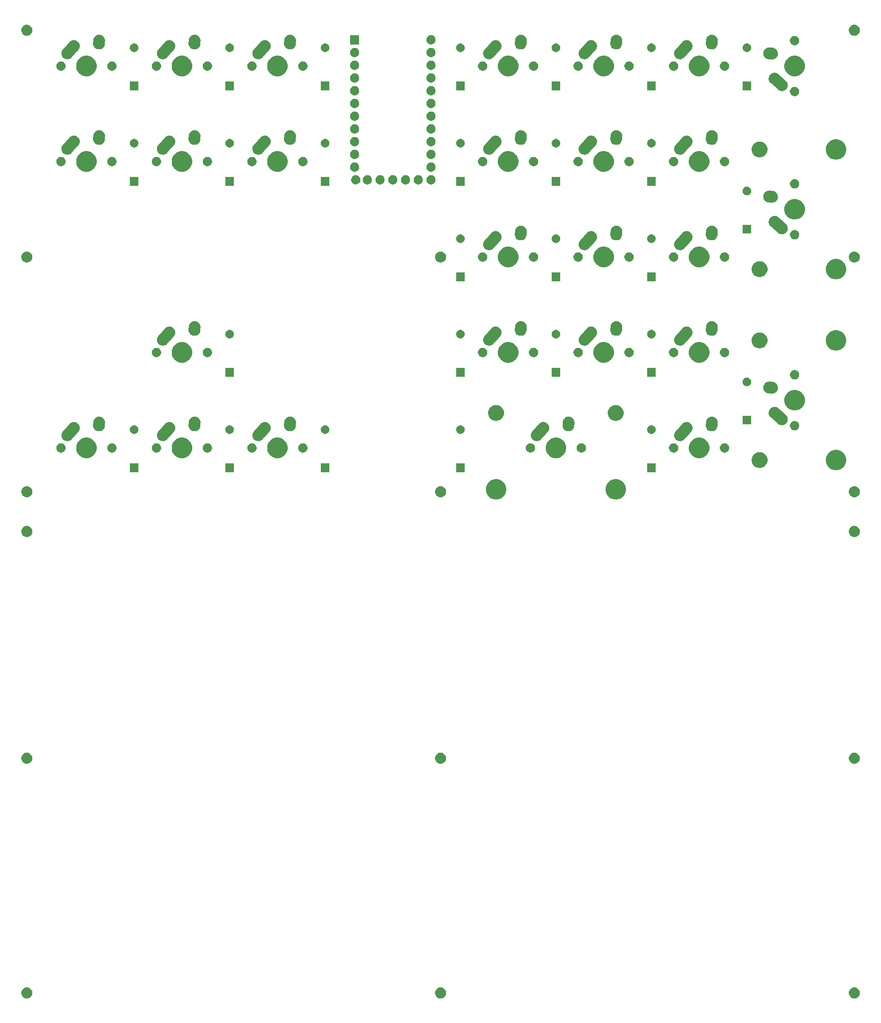
<source format=gbr>
G04 #@! TF.GenerationSoftware,KiCad,Pcbnew,(5.1.5)-3*
G04 #@! TF.CreationDate,2020-05-03T20:55:52-04:00*
G04 #@! TF.ProjectId,SideCar1.0,53696465-4361-4723-912e-302e6b696361,rev?*
G04 #@! TF.SameCoordinates,Original*
G04 #@! TF.FileFunction,Soldermask,Bot*
G04 #@! TF.FilePolarity,Negative*
%FSLAX46Y46*%
G04 Gerber Fmt 4.6, Leading zero omitted, Abs format (unit mm)*
G04 Created by KiCad (PCBNEW (5.1.5)-3) date 2020-05-03 20:55:52*
%MOMM*%
%LPD*%
G04 APERTURE LIST*
%ADD10C,0.100000*%
G04 APERTURE END LIST*
D10*
G36*
X293108544Y-288638905D02*
G01*
X293214900Y-288660061D01*
X293315084Y-288701559D01*
X293415270Y-288743057D01*
X293595594Y-288863545D01*
X293748955Y-289016906D01*
X293869443Y-289197230D01*
X293952439Y-289397601D01*
X293994750Y-289610310D01*
X293994750Y-289827190D01*
X293952439Y-290039899D01*
X293869443Y-290240270D01*
X293748955Y-290420594D01*
X293595594Y-290573955D01*
X293415270Y-290694443D01*
X293214900Y-290777439D01*
X293108544Y-290798595D01*
X293002190Y-290819750D01*
X292785310Y-290819750D01*
X292678956Y-290798595D01*
X292572600Y-290777439D01*
X292372230Y-290694443D01*
X292191906Y-290573955D01*
X292038545Y-290420594D01*
X291918057Y-290240270D01*
X291835061Y-290039899D01*
X291792750Y-289827190D01*
X291792750Y-289610310D01*
X291835061Y-289397601D01*
X291918057Y-289197230D01*
X292038545Y-289016906D01*
X292191906Y-288863545D01*
X292372230Y-288743057D01*
X292472416Y-288701559D01*
X292572600Y-288660061D01*
X292678956Y-288638905D01*
X292785310Y-288617750D01*
X293002190Y-288617750D01*
X293108544Y-288638905D01*
G37*
G36*
X128008544Y-288638905D02*
G01*
X128114900Y-288660061D01*
X128215084Y-288701559D01*
X128315270Y-288743057D01*
X128495594Y-288863545D01*
X128648955Y-289016906D01*
X128769443Y-289197230D01*
X128852439Y-289397601D01*
X128894750Y-289610310D01*
X128894750Y-289827190D01*
X128852439Y-290039899D01*
X128769443Y-290240270D01*
X128648955Y-290420594D01*
X128495594Y-290573955D01*
X128315270Y-290694443D01*
X128114900Y-290777439D01*
X128008544Y-290798595D01*
X127902190Y-290819750D01*
X127685310Y-290819750D01*
X127578956Y-290798595D01*
X127472600Y-290777439D01*
X127272230Y-290694443D01*
X127091906Y-290573955D01*
X126938545Y-290420594D01*
X126818057Y-290240270D01*
X126735061Y-290039899D01*
X126692750Y-289827190D01*
X126692750Y-289610310D01*
X126735061Y-289397601D01*
X126818057Y-289197230D01*
X126938545Y-289016906D01*
X127091906Y-288863545D01*
X127272230Y-288743057D01*
X127372416Y-288701559D01*
X127472600Y-288660061D01*
X127578956Y-288638905D01*
X127685310Y-288617750D01*
X127902190Y-288617750D01*
X128008544Y-288638905D01*
G37*
G36*
X210558544Y-288638905D02*
G01*
X210664900Y-288660061D01*
X210765084Y-288701559D01*
X210865270Y-288743057D01*
X211045594Y-288863545D01*
X211198955Y-289016906D01*
X211319443Y-289197230D01*
X211402439Y-289397601D01*
X211444750Y-289610310D01*
X211444750Y-289827190D01*
X211402439Y-290039899D01*
X211319443Y-290240270D01*
X211198955Y-290420594D01*
X211045594Y-290573955D01*
X210865270Y-290694443D01*
X210664900Y-290777439D01*
X210558544Y-290798595D01*
X210452190Y-290819750D01*
X210235310Y-290819750D01*
X210128956Y-290798595D01*
X210022600Y-290777439D01*
X209822230Y-290694443D01*
X209641906Y-290573955D01*
X209488545Y-290420594D01*
X209368057Y-290240270D01*
X209285061Y-290039899D01*
X209242750Y-289827190D01*
X209242750Y-289610310D01*
X209285061Y-289397601D01*
X209368057Y-289197230D01*
X209488545Y-289016906D01*
X209641906Y-288863545D01*
X209822230Y-288743057D01*
X209922416Y-288701559D01*
X210022600Y-288660061D01*
X210128956Y-288638905D01*
X210235310Y-288617750D01*
X210452190Y-288617750D01*
X210558544Y-288638905D01*
G37*
G36*
X293108544Y-241807655D02*
G01*
X293214900Y-241828811D01*
X293415270Y-241911807D01*
X293595594Y-242032295D01*
X293748955Y-242185656D01*
X293869443Y-242365980D01*
X293952439Y-242566351D01*
X293994750Y-242779060D01*
X293994750Y-242995940D01*
X293952439Y-243208649D01*
X293869443Y-243409020D01*
X293748955Y-243589344D01*
X293595594Y-243742705D01*
X293415270Y-243863193D01*
X293315084Y-243904691D01*
X293214900Y-243946189D01*
X293108545Y-243967344D01*
X293002190Y-243988500D01*
X292785310Y-243988500D01*
X292678955Y-243967344D01*
X292572600Y-243946189D01*
X292472416Y-243904691D01*
X292372230Y-243863193D01*
X292191906Y-243742705D01*
X292038545Y-243589344D01*
X291918057Y-243409020D01*
X291835061Y-243208649D01*
X291792750Y-242995940D01*
X291792750Y-242779060D01*
X291835061Y-242566351D01*
X291918057Y-242365980D01*
X292038545Y-242185656D01*
X292191906Y-242032295D01*
X292372230Y-241911807D01*
X292572600Y-241828811D01*
X292678956Y-241807655D01*
X292785310Y-241786500D01*
X293002190Y-241786500D01*
X293108544Y-241807655D01*
G37*
G36*
X210558544Y-241807655D02*
G01*
X210664900Y-241828811D01*
X210865270Y-241911807D01*
X211045594Y-242032295D01*
X211198955Y-242185656D01*
X211319443Y-242365980D01*
X211402439Y-242566351D01*
X211444750Y-242779060D01*
X211444750Y-242995940D01*
X211402439Y-243208649D01*
X211319443Y-243409020D01*
X211198955Y-243589344D01*
X211045594Y-243742705D01*
X210865270Y-243863193D01*
X210765084Y-243904691D01*
X210664900Y-243946189D01*
X210558545Y-243967344D01*
X210452190Y-243988500D01*
X210235310Y-243988500D01*
X210128955Y-243967344D01*
X210022600Y-243946189D01*
X209922416Y-243904691D01*
X209822230Y-243863193D01*
X209641906Y-243742705D01*
X209488545Y-243589344D01*
X209368057Y-243409020D01*
X209285061Y-243208649D01*
X209242750Y-242995940D01*
X209242750Y-242779060D01*
X209285061Y-242566351D01*
X209368057Y-242365980D01*
X209488545Y-242185656D01*
X209641906Y-242032295D01*
X209822230Y-241911807D01*
X210022600Y-241828811D01*
X210128956Y-241807655D01*
X210235310Y-241786500D01*
X210452190Y-241786500D01*
X210558544Y-241807655D01*
G37*
G36*
X128008544Y-241807655D02*
G01*
X128114900Y-241828811D01*
X128315270Y-241911807D01*
X128495594Y-242032295D01*
X128648955Y-242185656D01*
X128769443Y-242365980D01*
X128852439Y-242566351D01*
X128894750Y-242779060D01*
X128894750Y-242995940D01*
X128852439Y-243208649D01*
X128769443Y-243409020D01*
X128648955Y-243589344D01*
X128495594Y-243742705D01*
X128315270Y-243863193D01*
X128215084Y-243904691D01*
X128114900Y-243946189D01*
X128008545Y-243967344D01*
X127902190Y-243988500D01*
X127685310Y-243988500D01*
X127578955Y-243967344D01*
X127472600Y-243946189D01*
X127372416Y-243904691D01*
X127272230Y-243863193D01*
X127091906Y-243742705D01*
X126938545Y-243589344D01*
X126818057Y-243409020D01*
X126735061Y-243208649D01*
X126692750Y-242995940D01*
X126692750Y-242779060D01*
X126735061Y-242566351D01*
X126818057Y-242365980D01*
X126938545Y-242185656D01*
X127091906Y-242032295D01*
X127272230Y-241911807D01*
X127472600Y-241828811D01*
X127578956Y-241807655D01*
X127685310Y-241786500D01*
X127902190Y-241786500D01*
X128008544Y-241807655D01*
G37*
G36*
X293108544Y-196563905D02*
G01*
X293214900Y-196585061D01*
X293315084Y-196626559D01*
X293415270Y-196668057D01*
X293595594Y-196788545D01*
X293748955Y-196941906D01*
X293869443Y-197122230D01*
X293952439Y-197322601D01*
X293994750Y-197535310D01*
X293994750Y-197752190D01*
X293952439Y-197964899D01*
X293869443Y-198165270D01*
X293748955Y-198345594D01*
X293595594Y-198498955D01*
X293415270Y-198619443D01*
X293315084Y-198660941D01*
X293214900Y-198702439D01*
X293108544Y-198723595D01*
X293002190Y-198744750D01*
X292785310Y-198744750D01*
X292678955Y-198723594D01*
X292572600Y-198702439D01*
X292372230Y-198619443D01*
X292191906Y-198498955D01*
X292038545Y-198345594D01*
X291918057Y-198165270D01*
X291835061Y-197964899D01*
X291792750Y-197752190D01*
X291792750Y-197535310D01*
X291835061Y-197322601D01*
X291918057Y-197122230D01*
X292038545Y-196941906D01*
X292191906Y-196788545D01*
X292372230Y-196668057D01*
X292472416Y-196626559D01*
X292572600Y-196585061D01*
X292678956Y-196563905D01*
X292785310Y-196542750D01*
X293002190Y-196542750D01*
X293108544Y-196563905D01*
G37*
G36*
X128008544Y-196563905D02*
G01*
X128114900Y-196585061D01*
X128215084Y-196626559D01*
X128315270Y-196668057D01*
X128495594Y-196788545D01*
X128648955Y-196941906D01*
X128769443Y-197122230D01*
X128852439Y-197322601D01*
X128894750Y-197535310D01*
X128894750Y-197752190D01*
X128852439Y-197964899D01*
X128769443Y-198165270D01*
X128648955Y-198345594D01*
X128495594Y-198498955D01*
X128315270Y-198619443D01*
X128215084Y-198660941D01*
X128114900Y-198702439D01*
X128008544Y-198723595D01*
X127902190Y-198744750D01*
X127685310Y-198744750D01*
X127578955Y-198723594D01*
X127472600Y-198702439D01*
X127272230Y-198619443D01*
X127091906Y-198498955D01*
X126938545Y-198345594D01*
X126818057Y-198165270D01*
X126735061Y-197964899D01*
X126692750Y-197752190D01*
X126692750Y-197535310D01*
X126735061Y-197322601D01*
X126818057Y-197122230D01*
X126938545Y-196941906D01*
X127091906Y-196788545D01*
X127272230Y-196668057D01*
X127372416Y-196626559D01*
X127472600Y-196585061D01*
X127578956Y-196563905D01*
X127685310Y-196542750D01*
X127902190Y-196542750D01*
X128008544Y-196563905D01*
G37*
G36*
X245896974Y-187263684D02*
G01*
X246114974Y-187353983D01*
X246269123Y-187417833D01*
X246604048Y-187641623D01*
X246888877Y-187926452D01*
X247112667Y-188261377D01*
X247112667Y-188261378D01*
X247266816Y-188633526D01*
X247345400Y-189028594D01*
X247345400Y-189431406D01*
X247266816Y-189826474D01*
X247183590Y-190027399D01*
X247112667Y-190198623D01*
X246888877Y-190533548D01*
X246604048Y-190818377D01*
X246269123Y-191042167D01*
X246114974Y-191106017D01*
X245896974Y-191196316D01*
X245501906Y-191274900D01*
X245099094Y-191274900D01*
X244704026Y-191196316D01*
X244486026Y-191106017D01*
X244331877Y-191042167D01*
X243996952Y-190818377D01*
X243712123Y-190533548D01*
X243488333Y-190198623D01*
X243417410Y-190027399D01*
X243334184Y-189826474D01*
X243255600Y-189431406D01*
X243255600Y-189028594D01*
X243334184Y-188633526D01*
X243488333Y-188261378D01*
X243488333Y-188261377D01*
X243712123Y-187926452D01*
X243996952Y-187641623D01*
X244331877Y-187417833D01*
X244486026Y-187353983D01*
X244704026Y-187263684D01*
X245099094Y-187185100D01*
X245501906Y-187185100D01*
X245896974Y-187263684D01*
G37*
G36*
X222020974Y-187263684D02*
G01*
X222238974Y-187353983D01*
X222393123Y-187417833D01*
X222728048Y-187641623D01*
X223012877Y-187926452D01*
X223236667Y-188261377D01*
X223236667Y-188261378D01*
X223390816Y-188633526D01*
X223469400Y-189028594D01*
X223469400Y-189431406D01*
X223390816Y-189826474D01*
X223307590Y-190027399D01*
X223236667Y-190198623D01*
X223012877Y-190533548D01*
X222728048Y-190818377D01*
X222393123Y-191042167D01*
X222238974Y-191106017D01*
X222020974Y-191196316D01*
X221625906Y-191274900D01*
X221223094Y-191274900D01*
X220828026Y-191196316D01*
X220610026Y-191106017D01*
X220455877Y-191042167D01*
X220120952Y-190818377D01*
X219836123Y-190533548D01*
X219612333Y-190198623D01*
X219541410Y-190027399D01*
X219458184Y-189826474D01*
X219379600Y-189431406D01*
X219379600Y-189028594D01*
X219458184Y-188633526D01*
X219612333Y-188261378D01*
X219612333Y-188261377D01*
X219836123Y-187926452D01*
X220120952Y-187641623D01*
X220455877Y-187417833D01*
X220610026Y-187353983D01*
X220828026Y-187263684D01*
X221223094Y-187185100D01*
X221625906Y-187185100D01*
X222020974Y-187263684D01*
G37*
G36*
X210558544Y-188626405D02*
G01*
X210664900Y-188647561D01*
X210765084Y-188689059D01*
X210865270Y-188730557D01*
X211045594Y-188851045D01*
X211198955Y-189004406D01*
X211319443Y-189184730D01*
X211402439Y-189385101D01*
X211444750Y-189597810D01*
X211444750Y-189814690D01*
X211402439Y-190027399D01*
X211319443Y-190227770D01*
X211198955Y-190408094D01*
X211045594Y-190561455D01*
X210865270Y-190681943D01*
X210765084Y-190723441D01*
X210664900Y-190764939D01*
X210558545Y-190786094D01*
X210452190Y-190807250D01*
X210235310Y-190807250D01*
X210128955Y-190786094D01*
X210022600Y-190764939D01*
X209822230Y-190681943D01*
X209641906Y-190561455D01*
X209488545Y-190408094D01*
X209368057Y-190227770D01*
X209285061Y-190027399D01*
X209242750Y-189814690D01*
X209242750Y-189597810D01*
X209285061Y-189385101D01*
X209368057Y-189184730D01*
X209488545Y-189004406D01*
X209641906Y-188851045D01*
X209822230Y-188730557D01*
X209922416Y-188689059D01*
X210022600Y-188647561D01*
X210128956Y-188626405D01*
X210235310Y-188605250D01*
X210452190Y-188605250D01*
X210558544Y-188626405D01*
G37*
G36*
X293108544Y-188626405D02*
G01*
X293214900Y-188647561D01*
X293315084Y-188689059D01*
X293415270Y-188730557D01*
X293595594Y-188851045D01*
X293748955Y-189004406D01*
X293869443Y-189184730D01*
X293952439Y-189385101D01*
X293994750Y-189597810D01*
X293994750Y-189814690D01*
X293952439Y-190027399D01*
X293869443Y-190227770D01*
X293748955Y-190408094D01*
X293595594Y-190561455D01*
X293415270Y-190681943D01*
X293315084Y-190723441D01*
X293214900Y-190764939D01*
X293108545Y-190786094D01*
X293002190Y-190807250D01*
X292785310Y-190807250D01*
X292678955Y-190786094D01*
X292572600Y-190764939D01*
X292372230Y-190681943D01*
X292191906Y-190561455D01*
X292038545Y-190408094D01*
X291918057Y-190227770D01*
X291835061Y-190027399D01*
X291792750Y-189814690D01*
X291792750Y-189597810D01*
X291835061Y-189385101D01*
X291918057Y-189184730D01*
X292038545Y-189004406D01*
X292191906Y-188851045D01*
X292372230Y-188730557D01*
X292472416Y-188689059D01*
X292572600Y-188647561D01*
X292678956Y-188626405D01*
X292785310Y-188605250D01*
X293002190Y-188605250D01*
X293108544Y-188626405D01*
G37*
G36*
X128008544Y-188626405D02*
G01*
X128114900Y-188647561D01*
X128215084Y-188689059D01*
X128315270Y-188730557D01*
X128495594Y-188851045D01*
X128648955Y-189004406D01*
X128769443Y-189184730D01*
X128852439Y-189385101D01*
X128894750Y-189597810D01*
X128894750Y-189814690D01*
X128852439Y-190027399D01*
X128769443Y-190227770D01*
X128648955Y-190408094D01*
X128495594Y-190561455D01*
X128315270Y-190681943D01*
X128215084Y-190723441D01*
X128114900Y-190764939D01*
X128008545Y-190786094D01*
X127902190Y-190807250D01*
X127685310Y-190807250D01*
X127578955Y-190786094D01*
X127472600Y-190764939D01*
X127272230Y-190681943D01*
X127091906Y-190561455D01*
X126938545Y-190408094D01*
X126818057Y-190227770D01*
X126735061Y-190027399D01*
X126692750Y-189814690D01*
X126692750Y-189597810D01*
X126735061Y-189385101D01*
X126818057Y-189184730D01*
X126938545Y-189004406D01*
X127091906Y-188851045D01*
X127272230Y-188730557D01*
X127372416Y-188689059D01*
X127472600Y-188647561D01*
X127578956Y-188626405D01*
X127685310Y-188605250D01*
X127902190Y-188605250D01*
X128008544Y-188626405D01*
G37*
G36*
X188176000Y-185794750D02*
G01*
X186474000Y-185794750D01*
X186474000Y-184092750D01*
X188176000Y-184092750D01*
X188176000Y-185794750D01*
G37*
G36*
X150076000Y-185794750D02*
G01*
X148374000Y-185794750D01*
X148374000Y-184092750D01*
X150076000Y-184092750D01*
X150076000Y-185794750D01*
G37*
G36*
X169126000Y-185794750D02*
G01*
X167424000Y-185794750D01*
X167424000Y-184092750D01*
X169126000Y-184092750D01*
X169126000Y-185794750D01*
G37*
G36*
X253263500Y-185794750D02*
G01*
X251561500Y-185794750D01*
X251561500Y-184092750D01*
X253263500Y-184092750D01*
X253263500Y-185794750D01*
G37*
G36*
X215163500Y-185794750D02*
G01*
X213461500Y-185794750D01*
X213461500Y-184092750D01*
X215163500Y-184092750D01*
X215163500Y-185794750D01*
G37*
G36*
X289838974Y-181421684D02*
G01*
X290056974Y-181511983D01*
X290211123Y-181575833D01*
X290546048Y-181799623D01*
X290830877Y-182084452D01*
X291054667Y-182419377D01*
X291054667Y-182419378D01*
X291208816Y-182791526D01*
X291287400Y-183186594D01*
X291287400Y-183589406D01*
X291208816Y-183984474D01*
X291146863Y-184134041D01*
X291054667Y-184356623D01*
X290830877Y-184691548D01*
X290546048Y-184976377D01*
X290211123Y-185200167D01*
X290056974Y-185264017D01*
X289838974Y-185354316D01*
X289443906Y-185432900D01*
X289041094Y-185432900D01*
X288646026Y-185354316D01*
X288428026Y-185264017D01*
X288273877Y-185200167D01*
X287938952Y-184976377D01*
X287654123Y-184691548D01*
X287430333Y-184356623D01*
X287338137Y-184134041D01*
X287276184Y-183984474D01*
X287197600Y-183589406D01*
X287197600Y-183186594D01*
X287276184Y-182791526D01*
X287430333Y-182419378D01*
X287430333Y-182419377D01*
X287654123Y-182084452D01*
X287938952Y-181799623D01*
X288273877Y-181575833D01*
X288428026Y-181511983D01*
X288646026Y-181421684D01*
X289041094Y-181343100D01*
X289443906Y-181343100D01*
X289838974Y-181421684D01*
G37*
G36*
X274309767Y-181843263D02*
G01*
X274461911Y-181873526D01*
X274580637Y-181922704D01*
X274748541Y-181992252D01*
X274748542Y-181992253D01*
X275006504Y-182164617D01*
X275225883Y-182383996D01*
X275249524Y-182419378D01*
X275398248Y-182641959D01*
X275458395Y-182787167D01*
X275516974Y-182928589D01*
X275535137Y-183019900D01*
X275577500Y-183232875D01*
X275577500Y-183543125D01*
X275516974Y-183847410D01*
X275398248Y-184134041D01*
X275398247Y-184134042D01*
X275225883Y-184392004D01*
X275006504Y-184611383D01*
X274886528Y-184691548D01*
X274748541Y-184783748D01*
X274580637Y-184853296D01*
X274461911Y-184902474D01*
X274157625Y-184963000D01*
X273847375Y-184963000D01*
X273695233Y-184932737D01*
X273543089Y-184902474D01*
X273424363Y-184853296D01*
X273256459Y-184783748D01*
X273118472Y-184691548D01*
X272998496Y-184611383D01*
X272779117Y-184392004D01*
X272606753Y-184134042D01*
X272606752Y-184134041D01*
X272488026Y-183847410D01*
X272427500Y-183543125D01*
X272427500Y-183232875D01*
X272469863Y-183019900D01*
X272488026Y-182928589D01*
X272546605Y-182787167D01*
X272606752Y-182641959D01*
X272755476Y-182419378D01*
X272779117Y-182383996D01*
X272998496Y-182164617D01*
X273256458Y-181992253D01*
X273256459Y-181992252D01*
X273424363Y-181922704D01*
X273543089Y-181873526D01*
X273695233Y-181843263D01*
X273847375Y-181813000D01*
X274157625Y-181813000D01*
X274309767Y-181843263D01*
G37*
G36*
X178396474Y-179008684D02*
G01*
X178614474Y-179098983D01*
X178768623Y-179162833D01*
X179103548Y-179386623D01*
X179388377Y-179671452D01*
X179612167Y-180006377D01*
X179644562Y-180084586D01*
X179766316Y-180378526D01*
X179844900Y-180773594D01*
X179844900Y-181176406D01*
X179766316Y-181571474D01*
X179715451Y-181694272D01*
X179612167Y-181943623D01*
X179388377Y-182278548D01*
X179103548Y-182563377D01*
X178768623Y-182787167D01*
X178614474Y-182851017D01*
X178396474Y-182941316D01*
X178001406Y-183019900D01*
X177598594Y-183019900D01*
X177203526Y-182941316D01*
X176985526Y-182851017D01*
X176831377Y-182787167D01*
X176496452Y-182563377D01*
X176211623Y-182278548D01*
X175987833Y-181943623D01*
X175884549Y-181694272D01*
X175833684Y-181571474D01*
X175755100Y-181176406D01*
X175755100Y-180773594D01*
X175833684Y-180378526D01*
X175955438Y-180084586D01*
X175987833Y-180006377D01*
X176211623Y-179671452D01*
X176496452Y-179386623D01*
X176831377Y-179162833D01*
X176985526Y-179098983D01*
X177203526Y-179008684D01*
X177598594Y-178930100D01*
X178001406Y-178930100D01*
X178396474Y-179008684D01*
G37*
G36*
X159346474Y-179008684D02*
G01*
X159564474Y-179098983D01*
X159718623Y-179162833D01*
X160053548Y-179386623D01*
X160338377Y-179671452D01*
X160562167Y-180006377D01*
X160594562Y-180084586D01*
X160716316Y-180378526D01*
X160794900Y-180773594D01*
X160794900Y-181176406D01*
X160716316Y-181571474D01*
X160665451Y-181694272D01*
X160562167Y-181943623D01*
X160338377Y-182278548D01*
X160053548Y-182563377D01*
X159718623Y-182787167D01*
X159564474Y-182851017D01*
X159346474Y-182941316D01*
X158951406Y-183019900D01*
X158548594Y-183019900D01*
X158153526Y-182941316D01*
X157935526Y-182851017D01*
X157781377Y-182787167D01*
X157446452Y-182563377D01*
X157161623Y-182278548D01*
X156937833Y-181943623D01*
X156834549Y-181694272D01*
X156783684Y-181571474D01*
X156705100Y-181176406D01*
X156705100Y-180773594D01*
X156783684Y-180378526D01*
X156905438Y-180084586D01*
X156937833Y-180006377D01*
X157161623Y-179671452D01*
X157446452Y-179386623D01*
X157781377Y-179162833D01*
X157935526Y-179098983D01*
X158153526Y-179008684D01*
X158548594Y-178930100D01*
X158951406Y-178930100D01*
X159346474Y-179008684D01*
G37*
G36*
X140296474Y-179008684D02*
G01*
X140514474Y-179098983D01*
X140668623Y-179162833D01*
X141003548Y-179386623D01*
X141288377Y-179671452D01*
X141512167Y-180006377D01*
X141544562Y-180084586D01*
X141666316Y-180378526D01*
X141744900Y-180773594D01*
X141744900Y-181176406D01*
X141666316Y-181571474D01*
X141615451Y-181694272D01*
X141512167Y-181943623D01*
X141288377Y-182278548D01*
X141003548Y-182563377D01*
X140668623Y-182787167D01*
X140514474Y-182851017D01*
X140296474Y-182941316D01*
X139901406Y-183019900D01*
X139498594Y-183019900D01*
X139103526Y-182941316D01*
X138885526Y-182851017D01*
X138731377Y-182787167D01*
X138396452Y-182563377D01*
X138111623Y-182278548D01*
X137887833Y-181943623D01*
X137784549Y-181694272D01*
X137733684Y-181571474D01*
X137655100Y-181176406D01*
X137655100Y-180773594D01*
X137733684Y-180378526D01*
X137855438Y-180084586D01*
X137887833Y-180006377D01*
X138111623Y-179671452D01*
X138396452Y-179386623D01*
X138731377Y-179162833D01*
X138885526Y-179098983D01*
X139103526Y-179008684D01*
X139498594Y-178930100D01*
X139901406Y-178930100D01*
X140296474Y-179008684D01*
G37*
G36*
X233958974Y-179008684D02*
G01*
X234176974Y-179098983D01*
X234331123Y-179162833D01*
X234666048Y-179386623D01*
X234950877Y-179671452D01*
X235174667Y-180006377D01*
X235207062Y-180084586D01*
X235328816Y-180378526D01*
X235407400Y-180773594D01*
X235407400Y-181176406D01*
X235328816Y-181571474D01*
X235277951Y-181694272D01*
X235174667Y-181943623D01*
X234950877Y-182278548D01*
X234666048Y-182563377D01*
X234331123Y-182787167D01*
X234176974Y-182851017D01*
X233958974Y-182941316D01*
X233563906Y-183019900D01*
X233161094Y-183019900D01*
X232766026Y-182941316D01*
X232548026Y-182851017D01*
X232393877Y-182787167D01*
X232058952Y-182563377D01*
X231774123Y-182278548D01*
X231550333Y-181943623D01*
X231447049Y-181694272D01*
X231396184Y-181571474D01*
X231317600Y-181176406D01*
X231317600Y-180773594D01*
X231396184Y-180378526D01*
X231517938Y-180084586D01*
X231550333Y-180006377D01*
X231774123Y-179671452D01*
X232058952Y-179386623D01*
X232393877Y-179162833D01*
X232548026Y-179098983D01*
X232766026Y-179008684D01*
X233161094Y-178930100D01*
X233563906Y-178930100D01*
X233958974Y-179008684D01*
G37*
G36*
X262533974Y-179008684D02*
G01*
X262751974Y-179098983D01*
X262906123Y-179162833D01*
X263241048Y-179386623D01*
X263525877Y-179671452D01*
X263749667Y-180006377D01*
X263782062Y-180084586D01*
X263903816Y-180378526D01*
X263982400Y-180773594D01*
X263982400Y-181176406D01*
X263903816Y-181571474D01*
X263852951Y-181694272D01*
X263749667Y-181943623D01*
X263525877Y-182278548D01*
X263241048Y-182563377D01*
X262906123Y-182787167D01*
X262751974Y-182851017D01*
X262533974Y-182941316D01*
X262138906Y-183019900D01*
X261736094Y-183019900D01*
X261341026Y-182941316D01*
X261123026Y-182851017D01*
X260968877Y-182787167D01*
X260633952Y-182563377D01*
X260349123Y-182278548D01*
X260125333Y-181943623D01*
X260022049Y-181694272D01*
X259971184Y-181571474D01*
X259892600Y-181176406D01*
X259892600Y-180773594D01*
X259971184Y-180378526D01*
X260092938Y-180084586D01*
X260125333Y-180006377D01*
X260349123Y-179671452D01*
X260633952Y-179386623D01*
X260968877Y-179162833D01*
X261123026Y-179098983D01*
X261341026Y-179008684D01*
X261736094Y-178930100D01*
X262138906Y-178930100D01*
X262533974Y-179008684D01*
G37*
G36*
X228552604Y-180084585D02*
G01*
X228721126Y-180154389D01*
X228872791Y-180255728D01*
X229001772Y-180384709D01*
X229103111Y-180536374D01*
X229172915Y-180704896D01*
X229208500Y-180883797D01*
X229208500Y-181066203D01*
X229172915Y-181245104D01*
X229103111Y-181413626D01*
X229001772Y-181565291D01*
X228872791Y-181694272D01*
X228721126Y-181795611D01*
X228552604Y-181865415D01*
X228373703Y-181901000D01*
X228191297Y-181901000D01*
X228012396Y-181865415D01*
X227843874Y-181795611D01*
X227692209Y-181694272D01*
X227563228Y-181565291D01*
X227461889Y-181413626D01*
X227392085Y-181245104D01*
X227356500Y-181066203D01*
X227356500Y-180883797D01*
X227392085Y-180704896D01*
X227461889Y-180536374D01*
X227563228Y-180384709D01*
X227692209Y-180255728D01*
X227843874Y-180154389D01*
X228012396Y-180084585D01*
X228191297Y-180049000D01*
X228373703Y-180049000D01*
X228552604Y-180084585D01*
G37*
G36*
X145050104Y-180084585D02*
G01*
X145218626Y-180154389D01*
X145370291Y-180255728D01*
X145499272Y-180384709D01*
X145600611Y-180536374D01*
X145670415Y-180704896D01*
X145706000Y-180883797D01*
X145706000Y-181066203D01*
X145670415Y-181245104D01*
X145600611Y-181413626D01*
X145499272Y-181565291D01*
X145370291Y-181694272D01*
X145218626Y-181795611D01*
X145050104Y-181865415D01*
X144871203Y-181901000D01*
X144688797Y-181901000D01*
X144509896Y-181865415D01*
X144341374Y-181795611D01*
X144189709Y-181694272D01*
X144060728Y-181565291D01*
X143959389Y-181413626D01*
X143889585Y-181245104D01*
X143854000Y-181066203D01*
X143854000Y-180883797D01*
X143889585Y-180704896D01*
X143959389Y-180536374D01*
X144060728Y-180384709D01*
X144189709Y-180255728D01*
X144341374Y-180154389D01*
X144509896Y-180084585D01*
X144688797Y-180049000D01*
X144871203Y-180049000D01*
X145050104Y-180084585D01*
G37*
G36*
X134890104Y-180084585D02*
G01*
X135058626Y-180154389D01*
X135210291Y-180255728D01*
X135339272Y-180384709D01*
X135440611Y-180536374D01*
X135510415Y-180704896D01*
X135546000Y-180883797D01*
X135546000Y-181066203D01*
X135510415Y-181245104D01*
X135440611Y-181413626D01*
X135339272Y-181565291D01*
X135210291Y-181694272D01*
X135058626Y-181795611D01*
X134890104Y-181865415D01*
X134711203Y-181901000D01*
X134528797Y-181901000D01*
X134349896Y-181865415D01*
X134181374Y-181795611D01*
X134029709Y-181694272D01*
X133900728Y-181565291D01*
X133799389Y-181413626D01*
X133729585Y-181245104D01*
X133694000Y-181066203D01*
X133694000Y-180883797D01*
X133729585Y-180704896D01*
X133799389Y-180536374D01*
X133900728Y-180384709D01*
X134029709Y-180255728D01*
X134181374Y-180154389D01*
X134349896Y-180084585D01*
X134528797Y-180049000D01*
X134711203Y-180049000D01*
X134890104Y-180084585D01*
G37*
G36*
X267287604Y-180084585D02*
G01*
X267456126Y-180154389D01*
X267607791Y-180255728D01*
X267736772Y-180384709D01*
X267838111Y-180536374D01*
X267907915Y-180704896D01*
X267943500Y-180883797D01*
X267943500Y-181066203D01*
X267907915Y-181245104D01*
X267838111Y-181413626D01*
X267736772Y-181565291D01*
X267607791Y-181694272D01*
X267456126Y-181795611D01*
X267287604Y-181865415D01*
X267108703Y-181901000D01*
X266926297Y-181901000D01*
X266747396Y-181865415D01*
X266578874Y-181795611D01*
X266427209Y-181694272D01*
X266298228Y-181565291D01*
X266196889Y-181413626D01*
X266127085Y-181245104D01*
X266091500Y-181066203D01*
X266091500Y-180883797D01*
X266127085Y-180704896D01*
X266196889Y-180536374D01*
X266298228Y-180384709D01*
X266427209Y-180255728D01*
X266578874Y-180154389D01*
X266747396Y-180084585D01*
X266926297Y-180049000D01*
X267108703Y-180049000D01*
X267287604Y-180084585D01*
G37*
G36*
X153940104Y-180084585D02*
G01*
X154108626Y-180154389D01*
X154260291Y-180255728D01*
X154389272Y-180384709D01*
X154490611Y-180536374D01*
X154560415Y-180704896D01*
X154596000Y-180883797D01*
X154596000Y-181066203D01*
X154560415Y-181245104D01*
X154490611Y-181413626D01*
X154389272Y-181565291D01*
X154260291Y-181694272D01*
X154108626Y-181795611D01*
X153940104Y-181865415D01*
X153761203Y-181901000D01*
X153578797Y-181901000D01*
X153399896Y-181865415D01*
X153231374Y-181795611D01*
X153079709Y-181694272D01*
X152950728Y-181565291D01*
X152849389Y-181413626D01*
X152779585Y-181245104D01*
X152744000Y-181066203D01*
X152744000Y-180883797D01*
X152779585Y-180704896D01*
X152849389Y-180536374D01*
X152950728Y-180384709D01*
X153079709Y-180255728D01*
X153231374Y-180154389D01*
X153399896Y-180084585D01*
X153578797Y-180049000D01*
X153761203Y-180049000D01*
X153940104Y-180084585D01*
G37*
G36*
X238712604Y-180084585D02*
G01*
X238881126Y-180154389D01*
X239032791Y-180255728D01*
X239161772Y-180384709D01*
X239263111Y-180536374D01*
X239332915Y-180704896D01*
X239368500Y-180883797D01*
X239368500Y-181066203D01*
X239332915Y-181245104D01*
X239263111Y-181413626D01*
X239161772Y-181565291D01*
X239032791Y-181694272D01*
X238881126Y-181795611D01*
X238712604Y-181865415D01*
X238533703Y-181901000D01*
X238351297Y-181901000D01*
X238172396Y-181865415D01*
X238003874Y-181795611D01*
X237852209Y-181694272D01*
X237723228Y-181565291D01*
X237621889Y-181413626D01*
X237552085Y-181245104D01*
X237516500Y-181066203D01*
X237516500Y-180883797D01*
X237552085Y-180704896D01*
X237621889Y-180536374D01*
X237723228Y-180384709D01*
X237852209Y-180255728D01*
X238003874Y-180154389D01*
X238172396Y-180084585D01*
X238351297Y-180049000D01*
X238533703Y-180049000D01*
X238712604Y-180084585D01*
G37*
G36*
X183150104Y-180084585D02*
G01*
X183318626Y-180154389D01*
X183470291Y-180255728D01*
X183599272Y-180384709D01*
X183700611Y-180536374D01*
X183770415Y-180704896D01*
X183806000Y-180883797D01*
X183806000Y-181066203D01*
X183770415Y-181245104D01*
X183700611Y-181413626D01*
X183599272Y-181565291D01*
X183470291Y-181694272D01*
X183318626Y-181795611D01*
X183150104Y-181865415D01*
X182971203Y-181901000D01*
X182788797Y-181901000D01*
X182609896Y-181865415D01*
X182441374Y-181795611D01*
X182289709Y-181694272D01*
X182160728Y-181565291D01*
X182059389Y-181413626D01*
X181989585Y-181245104D01*
X181954000Y-181066203D01*
X181954000Y-180883797D01*
X181989585Y-180704896D01*
X182059389Y-180536374D01*
X182160728Y-180384709D01*
X182289709Y-180255728D01*
X182441374Y-180154389D01*
X182609896Y-180084585D01*
X182788797Y-180049000D01*
X182971203Y-180049000D01*
X183150104Y-180084585D01*
G37*
G36*
X172990104Y-180084585D02*
G01*
X173158626Y-180154389D01*
X173310291Y-180255728D01*
X173439272Y-180384709D01*
X173540611Y-180536374D01*
X173610415Y-180704896D01*
X173646000Y-180883797D01*
X173646000Y-181066203D01*
X173610415Y-181245104D01*
X173540611Y-181413626D01*
X173439272Y-181565291D01*
X173310291Y-181694272D01*
X173158626Y-181795611D01*
X172990104Y-181865415D01*
X172811203Y-181901000D01*
X172628797Y-181901000D01*
X172449896Y-181865415D01*
X172281374Y-181795611D01*
X172129709Y-181694272D01*
X172000728Y-181565291D01*
X171899389Y-181413626D01*
X171829585Y-181245104D01*
X171794000Y-181066203D01*
X171794000Y-180883797D01*
X171829585Y-180704896D01*
X171899389Y-180536374D01*
X172000728Y-180384709D01*
X172129709Y-180255728D01*
X172281374Y-180154389D01*
X172449896Y-180084585D01*
X172628797Y-180049000D01*
X172811203Y-180049000D01*
X172990104Y-180084585D01*
G37*
G36*
X257127604Y-180084585D02*
G01*
X257296126Y-180154389D01*
X257447791Y-180255728D01*
X257576772Y-180384709D01*
X257678111Y-180536374D01*
X257747915Y-180704896D01*
X257783500Y-180883797D01*
X257783500Y-181066203D01*
X257747915Y-181245104D01*
X257678111Y-181413626D01*
X257576772Y-181565291D01*
X257447791Y-181694272D01*
X257296126Y-181795611D01*
X257127604Y-181865415D01*
X256948703Y-181901000D01*
X256766297Y-181901000D01*
X256587396Y-181865415D01*
X256418874Y-181795611D01*
X256267209Y-181694272D01*
X256138228Y-181565291D01*
X256036889Y-181413626D01*
X255967085Y-181245104D01*
X255931500Y-181066203D01*
X255931500Y-180883797D01*
X255967085Y-180704896D01*
X256036889Y-180536374D01*
X256138228Y-180384709D01*
X256267209Y-180255728D01*
X256418874Y-180154389D01*
X256587396Y-180084585D01*
X256766297Y-180049000D01*
X256948703Y-180049000D01*
X257127604Y-180084585D01*
G37*
G36*
X164100104Y-180084585D02*
G01*
X164268626Y-180154389D01*
X164420291Y-180255728D01*
X164549272Y-180384709D01*
X164650611Y-180536374D01*
X164720415Y-180704896D01*
X164756000Y-180883797D01*
X164756000Y-181066203D01*
X164720415Y-181245104D01*
X164650611Y-181413626D01*
X164549272Y-181565291D01*
X164420291Y-181694272D01*
X164268626Y-181795611D01*
X164100104Y-181865415D01*
X163921203Y-181901000D01*
X163738797Y-181901000D01*
X163559896Y-181865415D01*
X163391374Y-181795611D01*
X163239709Y-181694272D01*
X163110728Y-181565291D01*
X163009389Y-181413626D01*
X162939585Y-181245104D01*
X162904000Y-181066203D01*
X162904000Y-180883797D01*
X162939585Y-180704896D01*
X163009389Y-180536374D01*
X163110728Y-180384709D01*
X163239709Y-180255728D01*
X163391374Y-180154389D01*
X163559896Y-180084585D01*
X163738797Y-180049000D01*
X163921203Y-180049000D01*
X164100104Y-180084585D01*
G37*
G36*
X156273205Y-175798881D02*
G01*
X156278645Y-175799000D01*
X156365828Y-175799000D01*
X156382097Y-175802236D01*
X156400956Y-175804515D01*
X156417532Y-175805246D01*
X156502223Y-175826010D01*
X156507518Y-175827184D01*
X156593027Y-175844193D01*
X156608362Y-175850545D01*
X156626401Y-175856455D01*
X156642521Y-175860407D01*
X156721504Y-175897280D01*
X156726494Y-175899477D01*
X156807045Y-175932842D01*
X156820841Y-175942060D01*
X156837393Y-175951382D01*
X156852426Y-175958400D01*
X156922694Y-176009971D01*
X156927192Y-176013122D01*
X156999656Y-176061541D01*
X157011383Y-176073268D01*
X157025809Y-176085648D01*
X157039179Y-176095461D01*
X157039180Y-176095462D01*
X157098021Y-176159733D01*
X157101829Y-176163714D01*
X157163459Y-176225344D01*
X157172674Y-176239135D01*
X157184396Y-176254078D01*
X157195605Y-176266321D01*
X157240799Y-176340874D01*
X157243746Y-176345501D01*
X157292158Y-176417955D01*
X157298505Y-176433277D01*
X157307092Y-176450231D01*
X157315691Y-176464417D01*
X157345478Y-176546368D01*
X157347452Y-176551448D01*
X157380807Y-176631973D01*
X157380807Y-176631974D01*
X157384041Y-176648233D01*
X157389158Y-176666542D01*
X157394825Y-176682134D01*
X157408055Y-176768345D01*
X157409001Y-176773713D01*
X157426000Y-176859173D01*
X157426000Y-176875752D01*
X157427444Y-176894692D01*
X157429963Y-176911104D01*
X157426120Y-176998249D01*
X157426000Y-177003689D01*
X157426000Y-177090825D01*
X157422766Y-177107083D01*
X157420488Y-177125941D01*
X157419756Y-177142531D01*
X157398988Y-177227237D01*
X157397812Y-177232537D01*
X157380807Y-177318027D01*
X157374457Y-177333357D01*
X157368549Y-177351393D01*
X157364595Y-177367520D01*
X157327711Y-177446526D01*
X157325511Y-177451523D01*
X157292158Y-177532045D01*
X157282944Y-177545835D01*
X157273622Y-177562387D01*
X157266602Y-177577424D01*
X157215011Y-177647720D01*
X157211866Y-177652210D01*
X157163461Y-177724654D01*
X157106460Y-177781655D01*
X157101811Y-177786563D01*
X156753506Y-178174750D01*
X155776723Y-179263376D01*
X155648679Y-179380602D01*
X155549630Y-179440646D01*
X155450583Y-179500689D01*
X155232866Y-179579823D01*
X155003895Y-179614961D01*
X154772470Y-179604754D01*
X154547481Y-179549593D01*
X154442727Y-179500689D01*
X154337579Y-179451602D01*
X154240838Y-179380602D01*
X154150823Y-179314539D01*
X154076394Y-179233241D01*
X153994398Y-179143679D01*
X153912564Y-179008685D01*
X153874311Y-178945583D01*
X153795177Y-178727866D01*
X153760039Y-178498895D01*
X153770246Y-178267470D01*
X153825407Y-178042481D01*
X153876972Y-177932028D01*
X153923398Y-177832580D01*
X153923400Y-177832577D01*
X154026114Y-177692622D01*
X154781245Y-176851027D01*
X155312787Y-176258621D01*
X155323681Y-176244589D01*
X155336539Y-176225346D01*
X155393573Y-176168312D01*
X155398223Y-176163403D01*
X155413278Y-176146624D01*
X155434701Y-176127011D01*
X155438682Y-176123203D01*
X155500346Y-176061539D01*
X155514143Y-176052320D01*
X155529102Y-176040585D01*
X155541321Y-176029398D01*
X155573385Y-176009961D01*
X155615830Y-175984231D01*
X155620421Y-175981308D01*
X155692955Y-175932842D01*
X155708300Y-175926486D01*
X155725248Y-175917901D01*
X155739416Y-175909312D01*
X155739417Y-175909312D01*
X155739418Y-175909311D01*
X155821312Y-175879545D01*
X155826410Y-175877563D01*
X155906973Y-175844193D01*
X155923252Y-175840955D01*
X155941542Y-175835844D01*
X155957135Y-175830177D01*
X156043300Y-175816954D01*
X156048663Y-175816009D01*
X156134173Y-175799000D01*
X156150766Y-175799000D01*
X156169709Y-175797555D01*
X156186106Y-175795039D01*
X156273205Y-175798881D01*
G37*
G36*
X259460705Y-175798881D02*
G01*
X259466145Y-175799000D01*
X259553328Y-175799000D01*
X259569597Y-175802236D01*
X259588456Y-175804515D01*
X259605032Y-175805246D01*
X259689723Y-175826010D01*
X259695018Y-175827184D01*
X259780527Y-175844193D01*
X259795862Y-175850545D01*
X259813901Y-175856455D01*
X259830021Y-175860407D01*
X259909004Y-175897280D01*
X259913994Y-175899477D01*
X259994545Y-175932842D01*
X260008341Y-175942060D01*
X260024893Y-175951382D01*
X260039926Y-175958400D01*
X260110194Y-176009971D01*
X260114692Y-176013122D01*
X260187156Y-176061541D01*
X260198883Y-176073268D01*
X260213309Y-176085648D01*
X260226679Y-176095461D01*
X260226680Y-176095462D01*
X260285521Y-176159733D01*
X260289329Y-176163714D01*
X260350959Y-176225344D01*
X260360174Y-176239135D01*
X260371896Y-176254078D01*
X260383105Y-176266321D01*
X260428299Y-176340874D01*
X260431246Y-176345501D01*
X260479658Y-176417955D01*
X260486005Y-176433277D01*
X260494592Y-176450231D01*
X260503191Y-176464417D01*
X260532978Y-176546368D01*
X260534952Y-176551448D01*
X260568307Y-176631973D01*
X260568307Y-176631974D01*
X260571541Y-176648233D01*
X260576658Y-176666542D01*
X260582325Y-176682134D01*
X260595555Y-176768345D01*
X260596501Y-176773713D01*
X260613500Y-176859173D01*
X260613500Y-176875752D01*
X260614944Y-176894692D01*
X260617463Y-176911104D01*
X260613620Y-176998249D01*
X260613500Y-177003689D01*
X260613500Y-177090825D01*
X260610266Y-177107083D01*
X260607988Y-177125941D01*
X260607256Y-177142531D01*
X260586488Y-177227237D01*
X260585312Y-177232537D01*
X260568307Y-177318027D01*
X260561957Y-177333357D01*
X260556049Y-177351393D01*
X260552095Y-177367520D01*
X260515211Y-177446526D01*
X260513011Y-177451523D01*
X260479658Y-177532045D01*
X260470444Y-177545835D01*
X260461122Y-177562387D01*
X260454102Y-177577424D01*
X260402511Y-177647720D01*
X260399366Y-177652210D01*
X260350961Y-177724654D01*
X260293960Y-177781655D01*
X260289311Y-177786563D01*
X259941006Y-178174750D01*
X258964223Y-179263376D01*
X258836179Y-179380602D01*
X258737130Y-179440646D01*
X258638083Y-179500689D01*
X258420366Y-179579823D01*
X258191395Y-179614961D01*
X257959970Y-179604754D01*
X257734981Y-179549593D01*
X257630227Y-179500689D01*
X257525079Y-179451602D01*
X257428338Y-179380602D01*
X257338323Y-179314539D01*
X257263894Y-179233241D01*
X257181898Y-179143679D01*
X257100064Y-179008685D01*
X257061811Y-178945583D01*
X256982677Y-178727866D01*
X256947539Y-178498895D01*
X256957746Y-178267470D01*
X257012907Y-178042481D01*
X257064472Y-177932028D01*
X257110898Y-177832580D01*
X257110900Y-177832577D01*
X257213614Y-177692622D01*
X257968745Y-176851027D01*
X258500287Y-176258621D01*
X258511181Y-176244589D01*
X258524039Y-176225346D01*
X258581073Y-176168312D01*
X258585723Y-176163403D01*
X258600778Y-176146624D01*
X258622201Y-176127011D01*
X258626182Y-176123203D01*
X258687846Y-176061539D01*
X258701643Y-176052320D01*
X258716602Y-176040585D01*
X258728821Y-176029398D01*
X258760885Y-176009961D01*
X258803330Y-175984231D01*
X258807921Y-175981308D01*
X258880455Y-175932842D01*
X258895800Y-175926486D01*
X258912748Y-175917901D01*
X258926916Y-175909312D01*
X258926917Y-175909312D01*
X258926918Y-175909311D01*
X259008812Y-175879545D01*
X259013910Y-175877563D01*
X259094473Y-175844193D01*
X259110752Y-175840955D01*
X259129042Y-175835844D01*
X259144635Y-175830177D01*
X259230800Y-175816954D01*
X259236163Y-175816009D01*
X259321673Y-175799000D01*
X259338266Y-175799000D01*
X259357209Y-175797555D01*
X259373606Y-175795039D01*
X259460705Y-175798881D01*
G37*
G36*
X230885705Y-175798881D02*
G01*
X230891145Y-175799000D01*
X230978328Y-175799000D01*
X230994597Y-175802236D01*
X231013456Y-175804515D01*
X231030032Y-175805246D01*
X231114723Y-175826010D01*
X231120018Y-175827184D01*
X231205527Y-175844193D01*
X231220862Y-175850545D01*
X231238901Y-175856455D01*
X231255021Y-175860407D01*
X231334004Y-175897280D01*
X231338994Y-175899477D01*
X231419545Y-175932842D01*
X231433341Y-175942060D01*
X231449893Y-175951382D01*
X231464926Y-175958400D01*
X231535194Y-176009971D01*
X231539692Y-176013122D01*
X231612156Y-176061541D01*
X231623883Y-176073268D01*
X231638309Y-176085648D01*
X231651679Y-176095461D01*
X231651680Y-176095462D01*
X231710521Y-176159733D01*
X231714329Y-176163714D01*
X231775959Y-176225344D01*
X231785174Y-176239135D01*
X231796896Y-176254078D01*
X231808105Y-176266321D01*
X231853299Y-176340874D01*
X231856246Y-176345501D01*
X231904658Y-176417955D01*
X231911005Y-176433277D01*
X231919592Y-176450231D01*
X231928191Y-176464417D01*
X231957978Y-176546368D01*
X231959952Y-176551448D01*
X231993307Y-176631973D01*
X231993307Y-176631974D01*
X231996541Y-176648233D01*
X232001658Y-176666542D01*
X232007325Y-176682134D01*
X232020555Y-176768345D01*
X232021501Y-176773713D01*
X232038500Y-176859173D01*
X232038500Y-176875752D01*
X232039944Y-176894692D01*
X232042463Y-176911104D01*
X232038620Y-176998249D01*
X232038500Y-177003689D01*
X232038500Y-177090825D01*
X232035266Y-177107083D01*
X232032988Y-177125941D01*
X232032256Y-177142531D01*
X232011488Y-177227237D01*
X232010312Y-177232537D01*
X231993307Y-177318027D01*
X231986957Y-177333357D01*
X231981049Y-177351393D01*
X231977095Y-177367520D01*
X231940211Y-177446526D01*
X231938011Y-177451523D01*
X231904658Y-177532045D01*
X231895444Y-177545835D01*
X231886122Y-177562387D01*
X231879102Y-177577424D01*
X231827511Y-177647720D01*
X231824366Y-177652210D01*
X231775961Y-177724654D01*
X231718960Y-177781655D01*
X231714311Y-177786563D01*
X231366006Y-178174750D01*
X230389223Y-179263376D01*
X230261179Y-179380602D01*
X230162130Y-179440646D01*
X230063083Y-179500689D01*
X229845366Y-179579823D01*
X229616395Y-179614961D01*
X229384970Y-179604754D01*
X229159981Y-179549593D01*
X229055227Y-179500689D01*
X228950079Y-179451602D01*
X228853338Y-179380602D01*
X228763323Y-179314539D01*
X228688894Y-179233241D01*
X228606898Y-179143679D01*
X228525064Y-179008685D01*
X228486811Y-178945583D01*
X228407677Y-178727866D01*
X228372539Y-178498895D01*
X228382746Y-178267470D01*
X228437907Y-178042481D01*
X228489472Y-177932028D01*
X228535898Y-177832580D01*
X228535900Y-177832577D01*
X228638614Y-177692622D01*
X229393745Y-176851027D01*
X229925287Y-176258621D01*
X229936181Y-176244589D01*
X229949039Y-176225346D01*
X230006073Y-176168312D01*
X230010723Y-176163403D01*
X230025778Y-176146624D01*
X230047201Y-176127011D01*
X230051182Y-176123203D01*
X230112846Y-176061539D01*
X230126643Y-176052320D01*
X230141602Y-176040585D01*
X230153821Y-176029398D01*
X230185885Y-176009961D01*
X230228330Y-175984231D01*
X230232921Y-175981308D01*
X230305455Y-175932842D01*
X230320800Y-175926486D01*
X230337748Y-175917901D01*
X230351916Y-175909312D01*
X230351917Y-175909312D01*
X230351918Y-175909311D01*
X230433812Y-175879545D01*
X230438910Y-175877563D01*
X230519473Y-175844193D01*
X230535752Y-175840955D01*
X230554042Y-175835844D01*
X230569635Y-175830177D01*
X230655800Y-175816954D01*
X230661163Y-175816009D01*
X230746673Y-175799000D01*
X230763266Y-175799000D01*
X230782209Y-175797555D01*
X230798606Y-175795039D01*
X230885705Y-175798881D01*
G37*
G36*
X175323205Y-175798881D02*
G01*
X175328645Y-175799000D01*
X175415828Y-175799000D01*
X175432097Y-175802236D01*
X175450956Y-175804515D01*
X175467532Y-175805246D01*
X175552223Y-175826010D01*
X175557518Y-175827184D01*
X175643027Y-175844193D01*
X175658362Y-175850545D01*
X175676401Y-175856455D01*
X175692521Y-175860407D01*
X175771504Y-175897280D01*
X175776494Y-175899477D01*
X175857045Y-175932842D01*
X175870841Y-175942060D01*
X175887393Y-175951382D01*
X175902426Y-175958400D01*
X175972694Y-176009971D01*
X175977192Y-176013122D01*
X176049656Y-176061541D01*
X176061383Y-176073268D01*
X176075809Y-176085648D01*
X176089179Y-176095461D01*
X176089180Y-176095462D01*
X176148021Y-176159733D01*
X176151829Y-176163714D01*
X176213459Y-176225344D01*
X176222674Y-176239135D01*
X176234396Y-176254078D01*
X176245605Y-176266321D01*
X176290799Y-176340874D01*
X176293746Y-176345501D01*
X176342158Y-176417955D01*
X176348505Y-176433277D01*
X176357092Y-176450231D01*
X176365691Y-176464417D01*
X176395478Y-176546368D01*
X176397452Y-176551448D01*
X176430807Y-176631973D01*
X176430807Y-176631974D01*
X176434041Y-176648233D01*
X176439158Y-176666542D01*
X176444825Y-176682134D01*
X176458055Y-176768345D01*
X176459001Y-176773713D01*
X176476000Y-176859173D01*
X176476000Y-176875752D01*
X176477444Y-176894692D01*
X176479963Y-176911104D01*
X176476120Y-176998249D01*
X176476000Y-177003689D01*
X176476000Y-177090825D01*
X176472766Y-177107083D01*
X176470488Y-177125941D01*
X176469756Y-177142531D01*
X176448988Y-177227237D01*
X176447812Y-177232537D01*
X176430807Y-177318027D01*
X176424457Y-177333357D01*
X176418549Y-177351393D01*
X176414595Y-177367520D01*
X176377711Y-177446526D01*
X176375511Y-177451523D01*
X176342158Y-177532045D01*
X176332944Y-177545835D01*
X176323622Y-177562387D01*
X176316602Y-177577424D01*
X176265011Y-177647720D01*
X176261866Y-177652210D01*
X176213461Y-177724654D01*
X176156460Y-177781655D01*
X176151811Y-177786563D01*
X175803506Y-178174750D01*
X174826723Y-179263376D01*
X174698679Y-179380602D01*
X174599630Y-179440646D01*
X174500583Y-179500689D01*
X174282866Y-179579823D01*
X174053895Y-179614961D01*
X173822470Y-179604754D01*
X173597481Y-179549593D01*
X173492727Y-179500689D01*
X173387579Y-179451602D01*
X173290838Y-179380602D01*
X173200823Y-179314539D01*
X173126394Y-179233241D01*
X173044398Y-179143679D01*
X172962564Y-179008685D01*
X172924311Y-178945583D01*
X172845177Y-178727866D01*
X172810039Y-178498895D01*
X172820246Y-178267470D01*
X172875407Y-178042481D01*
X172926972Y-177932028D01*
X172973398Y-177832580D01*
X172973400Y-177832577D01*
X173076114Y-177692622D01*
X173831245Y-176851027D01*
X174362787Y-176258621D01*
X174373681Y-176244589D01*
X174386539Y-176225346D01*
X174443573Y-176168312D01*
X174448223Y-176163403D01*
X174463278Y-176146624D01*
X174484701Y-176127011D01*
X174488682Y-176123203D01*
X174550346Y-176061539D01*
X174564143Y-176052320D01*
X174579102Y-176040585D01*
X174591321Y-176029398D01*
X174623385Y-176009961D01*
X174665830Y-175984231D01*
X174670421Y-175981308D01*
X174742955Y-175932842D01*
X174758300Y-175926486D01*
X174775248Y-175917901D01*
X174789416Y-175909312D01*
X174789417Y-175909312D01*
X174789418Y-175909311D01*
X174871312Y-175879545D01*
X174876410Y-175877563D01*
X174956973Y-175844193D01*
X174973252Y-175840955D01*
X174991542Y-175835844D01*
X175007135Y-175830177D01*
X175093300Y-175816954D01*
X175098663Y-175816009D01*
X175184173Y-175799000D01*
X175200766Y-175799000D01*
X175219709Y-175797555D01*
X175236106Y-175795039D01*
X175323205Y-175798881D01*
G37*
G36*
X137223205Y-175798881D02*
G01*
X137228645Y-175799000D01*
X137315828Y-175799000D01*
X137332097Y-175802236D01*
X137350956Y-175804515D01*
X137367532Y-175805246D01*
X137452223Y-175826010D01*
X137457518Y-175827184D01*
X137543027Y-175844193D01*
X137558362Y-175850545D01*
X137576401Y-175856455D01*
X137592521Y-175860407D01*
X137671504Y-175897280D01*
X137676494Y-175899477D01*
X137757045Y-175932842D01*
X137770841Y-175942060D01*
X137787393Y-175951382D01*
X137802426Y-175958400D01*
X137872694Y-176009971D01*
X137877192Y-176013122D01*
X137949656Y-176061541D01*
X137961383Y-176073268D01*
X137975809Y-176085648D01*
X137989179Y-176095461D01*
X137989180Y-176095462D01*
X138048021Y-176159733D01*
X138051829Y-176163714D01*
X138113459Y-176225344D01*
X138122674Y-176239135D01*
X138134396Y-176254078D01*
X138145605Y-176266321D01*
X138190799Y-176340874D01*
X138193746Y-176345501D01*
X138242158Y-176417955D01*
X138248505Y-176433277D01*
X138257092Y-176450231D01*
X138265691Y-176464417D01*
X138295478Y-176546368D01*
X138297452Y-176551448D01*
X138330807Y-176631973D01*
X138330807Y-176631974D01*
X138334041Y-176648233D01*
X138339158Y-176666542D01*
X138344825Y-176682134D01*
X138358055Y-176768345D01*
X138359001Y-176773713D01*
X138376000Y-176859173D01*
X138376000Y-176875752D01*
X138377444Y-176894692D01*
X138379963Y-176911104D01*
X138376120Y-176998249D01*
X138376000Y-177003689D01*
X138376000Y-177090825D01*
X138372766Y-177107083D01*
X138370488Y-177125941D01*
X138369756Y-177142531D01*
X138348988Y-177227237D01*
X138347812Y-177232537D01*
X138330807Y-177318027D01*
X138324457Y-177333357D01*
X138318549Y-177351393D01*
X138314595Y-177367520D01*
X138277711Y-177446526D01*
X138275511Y-177451523D01*
X138242158Y-177532045D01*
X138232944Y-177545835D01*
X138223622Y-177562387D01*
X138216602Y-177577424D01*
X138165011Y-177647720D01*
X138161866Y-177652210D01*
X138113461Y-177724654D01*
X138056460Y-177781655D01*
X138051811Y-177786563D01*
X137703506Y-178174750D01*
X136726723Y-179263376D01*
X136598679Y-179380602D01*
X136499630Y-179440646D01*
X136400583Y-179500689D01*
X136182866Y-179579823D01*
X135953895Y-179614961D01*
X135722470Y-179604754D01*
X135497481Y-179549593D01*
X135392727Y-179500689D01*
X135287579Y-179451602D01*
X135190838Y-179380602D01*
X135100823Y-179314539D01*
X135026394Y-179233241D01*
X134944398Y-179143679D01*
X134862564Y-179008685D01*
X134824311Y-178945583D01*
X134745177Y-178727866D01*
X134710039Y-178498895D01*
X134720246Y-178267470D01*
X134775407Y-178042481D01*
X134826972Y-177932028D01*
X134873398Y-177832580D01*
X134873400Y-177832577D01*
X134976114Y-177692622D01*
X135731245Y-176851027D01*
X136262787Y-176258621D01*
X136273681Y-176244589D01*
X136286539Y-176225346D01*
X136343573Y-176168312D01*
X136348223Y-176163403D01*
X136363278Y-176146624D01*
X136384701Y-176127011D01*
X136388682Y-176123203D01*
X136450346Y-176061539D01*
X136464143Y-176052320D01*
X136479102Y-176040585D01*
X136491321Y-176029398D01*
X136523385Y-176009961D01*
X136565830Y-175984231D01*
X136570421Y-175981308D01*
X136642955Y-175932842D01*
X136658300Y-175926486D01*
X136675248Y-175917901D01*
X136689416Y-175909312D01*
X136689417Y-175909312D01*
X136689418Y-175909311D01*
X136771312Y-175879545D01*
X136776410Y-175877563D01*
X136856973Y-175844193D01*
X136873252Y-175840955D01*
X136891542Y-175835844D01*
X136907135Y-175830177D01*
X136993300Y-175816954D01*
X136998663Y-175816009D01*
X137084173Y-175799000D01*
X137100766Y-175799000D01*
X137119709Y-175797555D01*
X137136106Y-175795039D01*
X137223205Y-175798881D01*
G37*
G36*
X214560728Y-176505453D02*
G01*
X214715600Y-176569603D01*
X214854981Y-176662735D01*
X214973515Y-176781269D01*
X215066647Y-176920650D01*
X215130797Y-177075522D01*
X215163500Y-177239934D01*
X215163500Y-177407566D01*
X215130797Y-177571978D01*
X215066647Y-177726850D01*
X214973515Y-177866231D01*
X214854981Y-177984765D01*
X214715600Y-178077897D01*
X214560728Y-178142047D01*
X214396316Y-178174750D01*
X214228684Y-178174750D01*
X214064272Y-178142047D01*
X213909400Y-178077897D01*
X213770019Y-177984765D01*
X213651485Y-177866231D01*
X213558353Y-177726850D01*
X213494203Y-177571978D01*
X213461500Y-177407566D01*
X213461500Y-177239934D01*
X213494203Y-177075522D01*
X213558353Y-176920650D01*
X213651485Y-176781269D01*
X213770019Y-176662735D01*
X213909400Y-176569603D01*
X214064272Y-176505453D01*
X214228684Y-176472750D01*
X214396316Y-176472750D01*
X214560728Y-176505453D01*
G37*
G36*
X149473228Y-176505453D02*
G01*
X149628100Y-176569603D01*
X149767481Y-176662735D01*
X149886015Y-176781269D01*
X149979147Y-176920650D01*
X150043297Y-177075522D01*
X150076000Y-177239934D01*
X150076000Y-177407566D01*
X150043297Y-177571978D01*
X149979147Y-177726850D01*
X149886015Y-177866231D01*
X149767481Y-177984765D01*
X149628100Y-178077897D01*
X149473228Y-178142047D01*
X149308816Y-178174750D01*
X149141184Y-178174750D01*
X148976772Y-178142047D01*
X148821900Y-178077897D01*
X148682519Y-177984765D01*
X148563985Y-177866231D01*
X148470853Y-177726850D01*
X148406703Y-177571978D01*
X148374000Y-177407566D01*
X148374000Y-177239934D01*
X148406703Y-177075522D01*
X148470853Y-176920650D01*
X148563985Y-176781269D01*
X148682519Y-176662735D01*
X148821900Y-176569603D01*
X148976772Y-176505453D01*
X149141184Y-176472750D01*
X149308816Y-176472750D01*
X149473228Y-176505453D01*
G37*
G36*
X168523228Y-176505453D02*
G01*
X168678100Y-176569603D01*
X168817481Y-176662735D01*
X168936015Y-176781269D01*
X169029147Y-176920650D01*
X169093297Y-177075522D01*
X169126000Y-177239934D01*
X169126000Y-177407566D01*
X169093297Y-177571978D01*
X169029147Y-177726850D01*
X168936015Y-177866231D01*
X168817481Y-177984765D01*
X168678100Y-178077897D01*
X168523228Y-178142047D01*
X168358816Y-178174750D01*
X168191184Y-178174750D01*
X168026772Y-178142047D01*
X167871900Y-178077897D01*
X167732519Y-177984765D01*
X167613985Y-177866231D01*
X167520853Y-177726850D01*
X167456703Y-177571978D01*
X167424000Y-177407566D01*
X167424000Y-177239934D01*
X167456703Y-177075522D01*
X167520853Y-176920650D01*
X167613985Y-176781269D01*
X167732519Y-176662735D01*
X167871900Y-176569603D01*
X168026772Y-176505453D01*
X168191184Y-176472750D01*
X168358816Y-176472750D01*
X168523228Y-176505453D01*
G37*
G36*
X187573228Y-176505453D02*
G01*
X187728100Y-176569603D01*
X187867481Y-176662735D01*
X187986015Y-176781269D01*
X188079147Y-176920650D01*
X188143297Y-177075522D01*
X188176000Y-177239934D01*
X188176000Y-177407566D01*
X188143297Y-177571978D01*
X188079147Y-177726850D01*
X187986015Y-177866231D01*
X187867481Y-177984765D01*
X187728100Y-178077897D01*
X187573228Y-178142047D01*
X187408816Y-178174750D01*
X187241184Y-178174750D01*
X187076772Y-178142047D01*
X186921900Y-178077897D01*
X186782519Y-177984765D01*
X186663985Y-177866231D01*
X186570853Y-177726850D01*
X186506703Y-177571978D01*
X186474000Y-177407566D01*
X186474000Y-177239934D01*
X186506703Y-177075522D01*
X186570853Y-176920650D01*
X186663985Y-176781269D01*
X186782519Y-176662735D01*
X186921900Y-176569603D01*
X187076772Y-176505453D01*
X187241184Y-176472750D01*
X187408816Y-176472750D01*
X187573228Y-176505453D01*
G37*
G36*
X252660728Y-176505453D02*
G01*
X252815600Y-176569603D01*
X252954981Y-176662735D01*
X253073515Y-176781269D01*
X253166647Y-176920650D01*
X253230797Y-177075522D01*
X253263500Y-177239934D01*
X253263500Y-177407566D01*
X253230797Y-177571978D01*
X253166647Y-177726850D01*
X253073515Y-177866231D01*
X252954981Y-177984765D01*
X252815600Y-178077897D01*
X252660728Y-178142047D01*
X252496316Y-178174750D01*
X252328684Y-178174750D01*
X252164272Y-178142047D01*
X252009400Y-178077897D01*
X251870019Y-177984765D01*
X251751485Y-177866231D01*
X251658353Y-177726850D01*
X251594203Y-177571978D01*
X251561500Y-177407566D01*
X251561500Y-177239934D01*
X251594203Y-177075522D01*
X251658353Y-176920650D01*
X251751485Y-176781269D01*
X251870019Y-176662735D01*
X252009400Y-176569603D01*
X252164272Y-176505453D01*
X252328684Y-176472750D01*
X252496316Y-176472750D01*
X252660728Y-176505453D01*
G37*
G36*
X161378127Y-174717261D02*
G01*
X161398900Y-174719000D01*
X161405827Y-174719000D01*
X161500754Y-174737882D01*
X161504348Y-174738542D01*
X161599730Y-174754624D01*
X161606203Y-174757085D01*
X161626228Y-174762841D01*
X161633027Y-174764193D01*
X161695414Y-174790034D01*
X161722443Y-174801230D01*
X161725844Y-174802581D01*
X161816255Y-174836961D01*
X161822127Y-174840640D01*
X161840636Y-174850187D01*
X161847045Y-174852842D01*
X161927563Y-174906642D01*
X161930554Y-174908578D01*
X162012557Y-174959959D01*
X162017584Y-174964700D01*
X162033896Y-174977691D01*
X162039652Y-174981537D01*
X162108110Y-175049995D01*
X162110689Y-175052499D01*
X162181090Y-175118889D01*
X162185095Y-175124519D01*
X162198559Y-175140444D01*
X162203459Y-175145344D01*
X162257244Y-175225839D01*
X162259291Y-175228807D01*
X162315380Y-175307645D01*
X162318214Y-175313958D01*
X162328308Y-175332193D01*
X162332158Y-175337955D01*
X162369220Y-175427430D01*
X162370624Y-175430685D01*
X162410265Y-175518973D01*
X162411815Y-175525725D01*
X162418152Y-175545562D01*
X162420807Y-175551973D01*
X162438234Y-175639585D01*
X162439692Y-175646917D01*
X162440438Y-175650401D01*
X162462098Y-175744751D01*
X162462098Y-175744754D01*
X162462300Y-175751654D01*
X162464647Y-175772370D01*
X162466000Y-175779174D01*
X162466000Y-175875986D01*
X162466053Y-175879584D01*
X162467188Y-175918277D01*
X162466295Y-175931225D01*
X162466000Y-175939797D01*
X162466000Y-176010826D01*
X162460081Y-176040585D01*
X162459604Y-176042979D01*
X162457500Y-176058750D01*
X162419238Y-176613545D01*
X162390376Y-176784730D01*
X162308038Y-177001255D01*
X162185041Y-177197557D01*
X162026111Y-177366090D01*
X161837355Y-177500380D01*
X161626027Y-177595265D01*
X161400249Y-177647098D01*
X161168698Y-177653889D01*
X161168697Y-177653889D01*
X161123012Y-177646186D01*
X160940270Y-177615376D01*
X160723745Y-177533038D01*
X160527443Y-177410041D01*
X160358910Y-177251111D01*
X160224620Y-177062355D01*
X160129735Y-176851027D01*
X160077902Y-176625249D01*
X160072812Y-176451723D01*
X160113704Y-175858794D01*
X160114000Y-175850196D01*
X160114000Y-175779175D01*
X160132882Y-175684250D01*
X160133544Y-175680645D01*
X160139231Y-175646917D01*
X160149624Y-175585270D01*
X160152085Y-175578799D01*
X160157842Y-175558767D01*
X160159193Y-175551974D01*
X160161843Y-175545576D01*
X160196264Y-175462476D01*
X160197553Y-175459230D01*
X160231962Y-175368745D01*
X160235636Y-175362881D01*
X160245187Y-175344365D01*
X160247842Y-175337955D01*
X160301657Y-175257415D01*
X160303577Y-175254449D01*
X160354959Y-175172443D01*
X160359711Y-175167404D01*
X160372689Y-175151107D01*
X160376537Y-175145348D01*
X160444993Y-175076892D01*
X160447546Y-175074262D01*
X160468023Y-175052548D01*
X160513889Y-175003910D01*
X160519521Y-174999903D01*
X160535447Y-174986438D01*
X160540346Y-174981539D01*
X160620824Y-174927766D01*
X160623806Y-174925710D01*
X160702645Y-174869620D01*
X160708955Y-174866787D01*
X160727194Y-174856691D01*
X160732951Y-174852844D01*
X160732954Y-174852843D01*
X160732955Y-174852842D01*
X160822429Y-174815781D01*
X160825687Y-174814375D01*
X160913973Y-174774735D01*
X160920725Y-174773185D01*
X160940562Y-174766848D01*
X160946973Y-174764193D01*
X161041899Y-174745311D01*
X161045446Y-174744551D01*
X161139751Y-174722901D01*
X161142130Y-174722831D01*
X161146665Y-174722698D01*
X161167381Y-174720351D01*
X161174174Y-174719000D01*
X161270959Y-174719000D01*
X161274584Y-174718947D01*
X161371302Y-174716110D01*
X161378127Y-174717261D01*
G37*
G36*
X142328127Y-174717261D02*
G01*
X142348900Y-174719000D01*
X142355827Y-174719000D01*
X142450754Y-174737882D01*
X142454348Y-174738542D01*
X142549730Y-174754624D01*
X142556203Y-174757085D01*
X142576228Y-174762841D01*
X142583027Y-174764193D01*
X142645414Y-174790034D01*
X142672443Y-174801230D01*
X142675844Y-174802581D01*
X142766255Y-174836961D01*
X142772127Y-174840640D01*
X142790636Y-174850187D01*
X142797045Y-174852842D01*
X142877563Y-174906642D01*
X142880554Y-174908578D01*
X142962557Y-174959959D01*
X142967584Y-174964700D01*
X142983896Y-174977691D01*
X142989652Y-174981537D01*
X143058110Y-175049995D01*
X143060689Y-175052499D01*
X143131090Y-175118889D01*
X143135095Y-175124519D01*
X143148559Y-175140444D01*
X143153459Y-175145344D01*
X143207244Y-175225839D01*
X143209291Y-175228807D01*
X143265380Y-175307645D01*
X143268214Y-175313958D01*
X143278308Y-175332193D01*
X143282158Y-175337955D01*
X143319220Y-175427430D01*
X143320624Y-175430685D01*
X143360265Y-175518973D01*
X143361815Y-175525725D01*
X143368152Y-175545562D01*
X143370807Y-175551973D01*
X143388234Y-175639585D01*
X143389692Y-175646917D01*
X143390438Y-175650401D01*
X143412098Y-175744751D01*
X143412098Y-175744754D01*
X143412300Y-175751654D01*
X143414647Y-175772370D01*
X143416000Y-175779174D01*
X143416000Y-175875986D01*
X143416053Y-175879584D01*
X143417188Y-175918277D01*
X143416295Y-175931225D01*
X143416000Y-175939797D01*
X143416000Y-176010826D01*
X143410081Y-176040585D01*
X143409604Y-176042979D01*
X143407500Y-176058750D01*
X143369238Y-176613545D01*
X143340376Y-176784730D01*
X143258038Y-177001255D01*
X143135041Y-177197557D01*
X142976111Y-177366090D01*
X142787355Y-177500380D01*
X142576027Y-177595265D01*
X142350249Y-177647098D01*
X142118698Y-177653889D01*
X142118697Y-177653889D01*
X142073012Y-177646186D01*
X141890270Y-177615376D01*
X141673745Y-177533038D01*
X141477443Y-177410041D01*
X141308910Y-177251111D01*
X141174620Y-177062355D01*
X141079735Y-176851027D01*
X141027902Y-176625249D01*
X141022812Y-176451723D01*
X141063704Y-175858794D01*
X141064000Y-175850196D01*
X141064000Y-175779175D01*
X141082882Y-175684250D01*
X141083544Y-175680645D01*
X141089231Y-175646917D01*
X141099624Y-175585270D01*
X141102085Y-175578799D01*
X141107842Y-175558767D01*
X141109193Y-175551974D01*
X141111843Y-175545576D01*
X141146264Y-175462476D01*
X141147553Y-175459230D01*
X141181962Y-175368745D01*
X141185636Y-175362881D01*
X141195187Y-175344365D01*
X141197842Y-175337955D01*
X141251657Y-175257415D01*
X141253577Y-175254449D01*
X141304959Y-175172443D01*
X141309711Y-175167404D01*
X141322689Y-175151107D01*
X141326537Y-175145348D01*
X141394993Y-175076892D01*
X141397546Y-175074262D01*
X141418023Y-175052548D01*
X141463889Y-175003910D01*
X141469521Y-174999903D01*
X141485447Y-174986438D01*
X141490346Y-174981539D01*
X141570824Y-174927766D01*
X141573806Y-174925710D01*
X141652645Y-174869620D01*
X141658955Y-174866787D01*
X141677194Y-174856691D01*
X141682951Y-174852844D01*
X141682954Y-174852843D01*
X141682955Y-174852842D01*
X141772429Y-174815781D01*
X141775687Y-174814375D01*
X141863973Y-174774735D01*
X141870725Y-174773185D01*
X141890562Y-174766848D01*
X141896973Y-174764193D01*
X141991899Y-174745311D01*
X141995446Y-174744551D01*
X142089751Y-174722901D01*
X142092130Y-174722831D01*
X142096665Y-174722698D01*
X142117381Y-174720351D01*
X142124174Y-174719000D01*
X142220959Y-174719000D01*
X142224584Y-174718947D01*
X142321302Y-174716110D01*
X142328127Y-174717261D01*
G37*
G36*
X235990627Y-174717261D02*
G01*
X236011400Y-174719000D01*
X236018327Y-174719000D01*
X236113254Y-174737882D01*
X236116848Y-174738542D01*
X236212230Y-174754624D01*
X236218703Y-174757085D01*
X236238728Y-174762841D01*
X236245527Y-174764193D01*
X236307914Y-174790034D01*
X236334943Y-174801230D01*
X236338344Y-174802581D01*
X236428755Y-174836961D01*
X236434627Y-174840640D01*
X236453136Y-174850187D01*
X236459545Y-174852842D01*
X236540063Y-174906642D01*
X236543054Y-174908578D01*
X236625057Y-174959959D01*
X236630084Y-174964700D01*
X236646396Y-174977691D01*
X236652152Y-174981537D01*
X236720610Y-175049995D01*
X236723189Y-175052499D01*
X236793590Y-175118889D01*
X236797595Y-175124519D01*
X236811059Y-175140444D01*
X236815959Y-175145344D01*
X236869744Y-175225839D01*
X236871791Y-175228807D01*
X236927880Y-175307645D01*
X236930714Y-175313958D01*
X236940808Y-175332193D01*
X236944658Y-175337955D01*
X236981720Y-175427430D01*
X236983124Y-175430685D01*
X237022765Y-175518973D01*
X237024315Y-175525725D01*
X237030652Y-175545562D01*
X237033307Y-175551973D01*
X237050734Y-175639585D01*
X237052192Y-175646917D01*
X237052938Y-175650401D01*
X237074598Y-175744751D01*
X237074598Y-175744754D01*
X237074800Y-175751654D01*
X237077147Y-175772370D01*
X237078500Y-175779174D01*
X237078500Y-175875986D01*
X237078553Y-175879584D01*
X237079688Y-175918277D01*
X237078795Y-175931225D01*
X237078500Y-175939797D01*
X237078500Y-176010826D01*
X237072581Y-176040585D01*
X237072104Y-176042979D01*
X237070000Y-176058750D01*
X237031738Y-176613545D01*
X237002876Y-176784730D01*
X236920538Y-177001255D01*
X236797541Y-177197557D01*
X236638611Y-177366090D01*
X236449855Y-177500380D01*
X236238527Y-177595265D01*
X236012749Y-177647098D01*
X235781198Y-177653889D01*
X235781197Y-177653889D01*
X235735512Y-177646186D01*
X235552770Y-177615376D01*
X235336245Y-177533038D01*
X235139943Y-177410041D01*
X234971410Y-177251111D01*
X234837120Y-177062355D01*
X234742235Y-176851027D01*
X234690402Y-176625249D01*
X234685312Y-176451723D01*
X234726204Y-175858794D01*
X234726500Y-175850196D01*
X234726500Y-175779175D01*
X234745382Y-175684250D01*
X234746044Y-175680645D01*
X234751731Y-175646917D01*
X234762124Y-175585270D01*
X234764585Y-175578799D01*
X234770342Y-175558767D01*
X234771693Y-175551974D01*
X234774343Y-175545576D01*
X234808764Y-175462476D01*
X234810053Y-175459230D01*
X234844462Y-175368745D01*
X234848136Y-175362881D01*
X234857687Y-175344365D01*
X234860342Y-175337955D01*
X234914157Y-175257415D01*
X234916077Y-175254449D01*
X234967459Y-175172443D01*
X234972211Y-175167404D01*
X234985189Y-175151107D01*
X234989037Y-175145348D01*
X235057493Y-175076892D01*
X235060046Y-175074262D01*
X235080523Y-175052548D01*
X235126389Y-175003910D01*
X235132021Y-174999903D01*
X235147947Y-174986438D01*
X235152846Y-174981539D01*
X235233324Y-174927766D01*
X235236306Y-174925710D01*
X235315145Y-174869620D01*
X235321455Y-174866787D01*
X235339694Y-174856691D01*
X235345451Y-174852844D01*
X235345454Y-174852843D01*
X235345455Y-174852842D01*
X235434929Y-174815781D01*
X235438187Y-174814375D01*
X235526473Y-174774735D01*
X235533225Y-174773185D01*
X235553062Y-174766848D01*
X235559473Y-174764193D01*
X235654399Y-174745311D01*
X235657946Y-174744551D01*
X235752251Y-174722901D01*
X235754630Y-174722831D01*
X235759165Y-174722698D01*
X235779881Y-174720351D01*
X235786674Y-174719000D01*
X235883459Y-174719000D01*
X235887084Y-174718947D01*
X235983802Y-174716110D01*
X235990627Y-174717261D01*
G37*
G36*
X180428127Y-174717261D02*
G01*
X180448900Y-174719000D01*
X180455827Y-174719000D01*
X180550754Y-174737882D01*
X180554348Y-174738542D01*
X180649730Y-174754624D01*
X180656203Y-174757085D01*
X180676228Y-174762841D01*
X180683027Y-174764193D01*
X180745414Y-174790034D01*
X180772443Y-174801230D01*
X180775844Y-174802581D01*
X180866255Y-174836961D01*
X180872127Y-174840640D01*
X180890636Y-174850187D01*
X180897045Y-174852842D01*
X180977563Y-174906642D01*
X180980554Y-174908578D01*
X181062557Y-174959959D01*
X181067584Y-174964700D01*
X181083896Y-174977691D01*
X181089652Y-174981537D01*
X181158110Y-175049995D01*
X181160689Y-175052499D01*
X181231090Y-175118889D01*
X181235095Y-175124519D01*
X181248559Y-175140444D01*
X181253459Y-175145344D01*
X181307244Y-175225839D01*
X181309291Y-175228807D01*
X181365380Y-175307645D01*
X181368214Y-175313958D01*
X181378308Y-175332193D01*
X181382158Y-175337955D01*
X181419220Y-175427430D01*
X181420624Y-175430685D01*
X181460265Y-175518973D01*
X181461815Y-175525725D01*
X181468152Y-175545562D01*
X181470807Y-175551973D01*
X181488234Y-175639585D01*
X181489692Y-175646917D01*
X181490438Y-175650401D01*
X181512098Y-175744751D01*
X181512098Y-175744754D01*
X181512300Y-175751654D01*
X181514647Y-175772370D01*
X181516000Y-175779174D01*
X181516000Y-175875986D01*
X181516053Y-175879584D01*
X181517188Y-175918277D01*
X181516295Y-175931225D01*
X181516000Y-175939797D01*
X181516000Y-176010826D01*
X181510081Y-176040585D01*
X181509604Y-176042979D01*
X181507500Y-176058750D01*
X181469238Y-176613545D01*
X181440376Y-176784730D01*
X181358038Y-177001255D01*
X181235041Y-177197557D01*
X181076111Y-177366090D01*
X180887355Y-177500380D01*
X180676027Y-177595265D01*
X180450249Y-177647098D01*
X180218698Y-177653889D01*
X180218697Y-177653889D01*
X180173012Y-177646186D01*
X179990270Y-177615376D01*
X179773745Y-177533038D01*
X179577443Y-177410041D01*
X179408910Y-177251111D01*
X179274620Y-177062355D01*
X179179735Y-176851027D01*
X179127902Y-176625249D01*
X179122812Y-176451723D01*
X179163704Y-175858794D01*
X179164000Y-175850196D01*
X179164000Y-175779175D01*
X179182882Y-175684250D01*
X179183544Y-175680645D01*
X179189231Y-175646917D01*
X179199624Y-175585270D01*
X179202085Y-175578799D01*
X179207842Y-175558767D01*
X179209193Y-175551974D01*
X179211843Y-175545576D01*
X179246264Y-175462476D01*
X179247553Y-175459230D01*
X179281962Y-175368745D01*
X179285636Y-175362881D01*
X179295187Y-175344365D01*
X179297842Y-175337955D01*
X179351657Y-175257415D01*
X179353577Y-175254449D01*
X179404959Y-175172443D01*
X179409711Y-175167404D01*
X179422689Y-175151107D01*
X179426537Y-175145348D01*
X179494993Y-175076892D01*
X179497546Y-175074262D01*
X179518023Y-175052548D01*
X179563889Y-175003910D01*
X179569521Y-174999903D01*
X179585447Y-174986438D01*
X179590346Y-174981539D01*
X179670824Y-174927766D01*
X179673806Y-174925710D01*
X179752645Y-174869620D01*
X179758955Y-174866787D01*
X179777194Y-174856691D01*
X179782951Y-174852844D01*
X179782954Y-174852843D01*
X179782955Y-174852842D01*
X179872429Y-174815781D01*
X179875687Y-174814375D01*
X179963973Y-174774735D01*
X179970725Y-174773185D01*
X179990562Y-174766848D01*
X179996973Y-174764193D01*
X180091899Y-174745311D01*
X180095446Y-174744551D01*
X180189751Y-174722901D01*
X180192130Y-174722831D01*
X180196665Y-174722698D01*
X180217381Y-174720351D01*
X180224174Y-174719000D01*
X180320959Y-174719000D01*
X180324584Y-174718947D01*
X180421302Y-174716110D01*
X180428127Y-174717261D01*
G37*
G36*
X264565627Y-174717261D02*
G01*
X264586400Y-174719000D01*
X264593327Y-174719000D01*
X264688254Y-174737882D01*
X264691848Y-174738542D01*
X264787230Y-174754624D01*
X264793703Y-174757085D01*
X264813728Y-174762841D01*
X264820527Y-174764193D01*
X264882914Y-174790034D01*
X264909943Y-174801230D01*
X264913344Y-174802581D01*
X265003755Y-174836961D01*
X265009627Y-174840640D01*
X265028136Y-174850187D01*
X265034545Y-174852842D01*
X265115063Y-174906642D01*
X265118054Y-174908578D01*
X265200057Y-174959959D01*
X265205084Y-174964700D01*
X265221396Y-174977691D01*
X265227152Y-174981537D01*
X265295610Y-175049995D01*
X265298189Y-175052499D01*
X265368590Y-175118889D01*
X265372595Y-175124519D01*
X265386059Y-175140444D01*
X265390959Y-175145344D01*
X265444744Y-175225839D01*
X265446791Y-175228807D01*
X265502880Y-175307645D01*
X265505714Y-175313958D01*
X265515808Y-175332193D01*
X265519658Y-175337955D01*
X265556720Y-175427430D01*
X265558124Y-175430685D01*
X265597765Y-175518973D01*
X265599315Y-175525725D01*
X265605652Y-175545562D01*
X265608307Y-175551973D01*
X265625734Y-175639585D01*
X265627192Y-175646917D01*
X265627938Y-175650401D01*
X265649598Y-175744751D01*
X265649598Y-175744754D01*
X265649800Y-175751654D01*
X265652147Y-175772370D01*
X265653500Y-175779174D01*
X265653500Y-175875986D01*
X265653553Y-175879584D01*
X265654688Y-175918277D01*
X265653795Y-175931225D01*
X265653500Y-175939797D01*
X265653500Y-176010826D01*
X265647581Y-176040585D01*
X265647104Y-176042979D01*
X265645000Y-176058750D01*
X265606738Y-176613545D01*
X265577876Y-176784730D01*
X265495538Y-177001255D01*
X265372541Y-177197557D01*
X265213611Y-177366090D01*
X265024855Y-177500380D01*
X264813527Y-177595265D01*
X264587749Y-177647098D01*
X264356198Y-177653889D01*
X264356197Y-177653889D01*
X264310512Y-177646186D01*
X264127770Y-177615376D01*
X263911245Y-177533038D01*
X263714943Y-177410041D01*
X263546410Y-177251111D01*
X263412120Y-177062355D01*
X263317235Y-176851027D01*
X263265402Y-176625249D01*
X263260312Y-176451723D01*
X263301204Y-175858794D01*
X263301500Y-175850196D01*
X263301500Y-175779175D01*
X263320382Y-175684250D01*
X263321044Y-175680645D01*
X263326731Y-175646917D01*
X263337124Y-175585270D01*
X263339585Y-175578799D01*
X263345342Y-175558767D01*
X263346693Y-175551974D01*
X263349343Y-175545576D01*
X263383764Y-175462476D01*
X263385053Y-175459230D01*
X263419462Y-175368745D01*
X263423136Y-175362881D01*
X263432687Y-175344365D01*
X263435342Y-175337955D01*
X263489157Y-175257415D01*
X263491077Y-175254449D01*
X263542459Y-175172443D01*
X263547211Y-175167404D01*
X263560189Y-175151107D01*
X263564037Y-175145348D01*
X263632493Y-175076892D01*
X263635046Y-175074262D01*
X263655523Y-175052548D01*
X263701389Y-175003910D01*
X263707021Y-174999903D01*
X263722947Y-174986438D01*
X263727846Y-174981539D01*
X263808324Y-174927766D01*
X263811306Y-174925710D01*
X263890145Y-174869620D01*
X263896455Y-174866787D01*
X263914694Y-174856691D01*
X263920451Y-174852844D01*
X263920454Y-174852843D01*
X263920455Y-174852842D01*
X264009929Y-174815781D01*
X264013187Y-174814375D01*
X264101473Y-174774735D01*
X264108225Y-174773185D01*
X264128062Y-174766848D01*
X264134473Y-174764193D01*
X264229399Y-174745311D01*
X264232946Y-174744551D01*
X264327251Y-174722901D01*
X264329630Y-174722831D01*
X264334165Y-174722698D01*
X264354881Y-174720351D01*
X264361674Y-174719000D01*
X264458459Y-174719000D01*
X264462084Y-174718947D01*
X264558802Y-174716110D01*
X264565627Y-174717261D01*
G37*
G36*
X281257604Y-175639585D02*
G01*
X281426126Y-175709389D01*
X281577791Y-175810728D01*
X281706772Y-175939709D01*
X281808111Y-176091374D01*
X281877915Y-176259896D01*
X281913500Y-176438797D01*
X281913500Y-176621203D01*
X281877915Y-176800104D01*
X281808111Y-176968626D01*
X281706772Y-177120291D01*
X281577791Y-177249272D01*
X281426126Y-177350611D01*
X281257604Y-177420415D01*
X281078703Y-177456000D01*
X280896297Y-177456000D01*
X280717396Y-177420415D01*
X280548874Y-177350611D01*
X280397209Y-177249272D01*
X280268228Y-177120291D01*
X280166889Y-176968626D01*
X280097085Y-176800104D01*
X280061500Y-176621203D01*
X280061500Y-176438797D01*
X280097085Y-176259896D01*
X280166889Y-176091374D01*
X280268228Y-175939709D01*
X280397209Y-175810728D01*
X280548874Y-175709389D01*
X280717396Y-175639585D01*
X280896297Y-175604000D01*
X281078703Y-175604000D01*
X281257604Y-175639585D01*
G37*
G36*
X277010749Y-172773881D02*
G01*
X277016189Y-172774000D01*
X277103326Y-172774000D01*
X277119587Y-172777234D01*
X277138441Y-172779512D01*
X277155030Y-172780244D01*
X277239722Y-172801008D01*
X277245058Y-172802192D01*
X277260054Y-172805175D01*
X277330527Y-172819193D01*
X277345845Y-172825538D01*
X277363904Y-172831454D01*
X277380019Y-172835405D01*
X277459023Y-172872288D01*
X277464003Y-172874480D01*
X277544545Y-172907842D01*
X277544547Y-172907843D01*
X277558327Y-172917051D01*
X277574895Y-172926382D01*
X277589922Y-172933397D01*
X277589924Y-172933398D01*
X277589923Y-172933398D01*
X277660200Y-172984975D01*
X277664698Y-172988126D01*
X277737156Y-173036541D01*
X277794162Y-173093547D01*
X277799056Y-173098183D01*
X278328884Y-173573577D01*
X279275876Y-174423276D01*
X279367685Y-174523558D01*
X279393103Y-174551321D01*
X279513189Y-174749416D01*
X279592323Y-174967133D01*
X279627461Y-175196104D01*
X279617254Y-175427530D01*
X279562093Y-175652519D01*
X279515812Y-175751654D01*
X279464102Y-175862421D01*
X279464100Y-175862423D01*
X279464100Y-175862424D01*
X279327039Y-176049177D01*
X279156179Y-176205603D01*
X278958083Y-176325689D01*
X278740366Y-176404823D01*
X278511396Y-176439961D01*
X278279969Y-176429754D01*
X278054980Y-176374593D01*
X277944527Y-176323028D01*
X277845079Y-176276602D01*
X277845076Y-176276600D01*
X277705122Y-176173886D01*
X276271123Y-174887214D01*
X276257091Y-174876320D01*
X276237846Y-174863461D01*
X276180803Y-174806418D01*
X276175894Y-174801768D01*
X276159124Y-174786721D01*
X276139521Y-174765309D01*
X276135713Y-174761328D01*
X276074041Y-174699656D01*
X276064816Y-174685850D01*
X276053082Y-174670892D01*
X276041896Y-174658674D01*
X275996752Y-174584204D01*
X275993793Y-174579557D01*
X275945341Y-174507043D01*
X275938989Y-174491708D01*
X275930399Y-174474747D01*
X275921811Y-174460581D01*
X275892054Y-174378711D01*
X275890064Y-174373591D01*
X275856693Y-174293026D01*
X275853456Y-174276752D01*
X275848343Y-174258453D01*
X275842677Y-174242864D01*
X275829456Y-174156715D01*
X275828509Y-174151338D01*
X275811500Y-174065827D01*
X275811500Y-174049233D01*
X275810055Y-174030290D01*
X275807539Y-174013893D01*
X275811380Y-173926794D01*
X275811500Y-173921354D01*
X275811500Y-173834172D01*
X275814736Y-173817903D01*
X275817015Y-173799044D01*
X275817746Y-173782468D01*
X275838510Y-173697777D01*
X275839686Y-173692474D01*
X275856693Y-173606975D01*
X275856693Y-173606973D01*
X275863045Y-173591638D01*
X275868955Y-173573599D01*
X275872907Y-173557479D01*
X275909777Y-173478503D01*
X275911977Y-173473506D01*
X275945342Y-173392955D01*
X275954560Y-173379159D01*
X275963887Y-173362598D01*
X275970900Y-173347575D01*
X276022461Y-173277320D01*
X276025622Y-173272808D01*
X276074041Y-173200344D01*
X276085768Y-173188617D01*
X276098152Y-173174187D01*
X276107962Y-173160820D01*
X276172233Y-173101979D01*
X276176214Y-173098171D01*
X276237844Y-173036541D01*
X276251635Y-173027326D01*
X276266593Y-173015592D01*
X276278824Y-173004394D01*
X276330761Y-172972910D01*
X276353359Y-172959211D01*
X276357956Y-172956285D01*
X276430455Y-172907842D01*
X276445778Y-172901495D01*
X276462733Y-172892908D01*
X276476917Y-172884309D01*
X276558842Y-172854532D01*
X276563935Y-172852553D01*
X276644473Y-172819193D01*
X276660737Y-172815958D01*
X276679032Y-172810846D01*
X276694634Y-172805175D01*
X276780842Y-172791945D01*
X276786213Y-172790999D01*
X276871673Y-172774000D01*
X276888252Y-172774000D01*
X276907194Y-172772555D01*
X276923605Y-172770037D01*
X277010749Y-172773881D01*
G37*
G36*
X272313500Y-176269750D02*
G01*
X270611500Y-176269750D01*
X270611500Y-174567750D01*
X272313500Y-174567750D01*
X272313500Y-176269750D01*
G37*
G36*
X245759911Y-172475526D02*
G01*
X245878637Y-172524704D01*
X246046541Y-172594252D01*
X246046542Y-172594253D01*
X246304504Y-172766617D01*
X246523883Y-172985996D01*
X246598853Y-173098197D01*
X246696248Y-173243959D01*
X246739167Y-173347575D01*
X246814974Y-173530589D01*
X246820323Y-173557479D01*
X246875500Y-173834875D01*
X246875500Y-174145125D01*
X246856058Y-174242865D01*
X246814974Y-174449411D01*
X246772761Y-174551321D01*
X246696248Y-174736041D01*
X246643924Y-174814349D01*
X246523883Y-174994004D01*
X246304504Y-175213383D01*
X246281348Y-175228855D01*
X246046541Y-175385748D01*
X245937886Y-175430754D01*
X245759911Y-175504474D01*
X245607767Y-175534737D01*
X245455625Y-175565000D01*
X245145375Y-175565000D01*
X244993233Y-175534737D01*
X244841089Y-175504474D01*
X244663114Y-175430754D01*
X244554459Y-175385748D01*
X244319652Y-175228855D01*
X244296496Y-175213383D01*
X244077117Y-174994004D01*
X243957076Y-174814349D01*
X243904752Y-174736041D01*
X243828239Y-174551321D01*
X243786026Y-174449411D01*
X243744942Y-174242865D01*
X243725500Y-174145125D01*
X243725500Y-173834875D01*
X243780677Y-173557479D01*
X243786026Y-173530589D01*
X243861833Y-173347575D01*
X243904752Y-173243959D01*
X244002147Y-173098197D01*
X244077117Y-172985996D01*
X244296496Y-172766617D01*
X244554458Y-172594253D01*
X244554459Y-172594252D01*
X244722363Y-172524704D01*
X244841089Y-172475526D01*
X245145375Y-172415000D01*
X245455625Y-172415000D01*
X245759911Y-172475526D01*
G37*
G36*
X221883911Y-172475526D02*
G01*
X222002637Y-172524704D01*
X222170541Y-172594252D01*
X222170542Y-172594253D01*
X222428504Y-172766617D01*
X222647883Y-172985996D01*
X222722853Y-173098197D01*
X222820248Y-173243959D01*
X222863167Y-173347575D01*
X222938974Y-173530589D01*
X222944323Y-173557479D01*
X222999500Y-173834875D01*
X222999500Y-174145125D01*
X222980058Y-174242865D01*
X222938974Y-174449411D01*
X222896761Y-174551321D01*
X222820248Y-174736041D01*
X222767924Y-174814349D01*
X222647883Y-174994004D01*
X222428504Y-175213383D01*
X222405348Y-175228855D01*
X222170541Y-175385748D01*
X222061886Y-175430754D01*
X221883911Y-175504474D01*
X221731767Y-175534737D01*
X221579625Y-175565000D01*
X221269375Y-175565000D01*
X221117233Y-175534737D01*
X220965089Y-175504474D01*
X220787114Y-175430754D01*
X220678459Y-175385748D01*
X220443652Y-175228855D01*
X220420496Y-175213383D01*
X220201117Y-174994004D01*
X220081076Y-174814349D01*
X220028752Y-174736041D01*
X219952239Y-174551321D01*
X219910026Y-174449411D01*
X219868942Y-174242865D01*
X219849500Y-174145125D01*
X219849500Y-173834875D01*
X219904677Y-173557479D01*
X219910026Y-173530589D01*
X219985833Y-173347575D01*
X220028752Y-173243959D01*
X220126147Y-173098197D01*
X220201117Y-172985996D01*
X220420496Y-172766617D01*
X220678458Y-172594253D01*
X220678459Y-172594252D01*
X220846363Y-172524704D01*
X220965089Y-172475526D01*
X221269375Y-172415000D01*
X221579625Y-172415000D01*
X221883911Y-172475526D01*
G37*
G36*
X281583974Y-169483684D02*
G01*
X281801974Y-169573983D01*
X281956123Y-169637833D01*
X282291048Y-169861623D01*
X282575877Y-170146452D01*
X282799667Y-170481377D01*
X282799667Y-170481378D01*
X282953816Y-170853526D01*
X283032400Y-171248594D01*
X283032400Y-171651406D01*
X282953816Y-172046474D01*
X282863517Y-172264474D01*
X282799667Y-172418623D01*
X282575877Y-172753548D01*
X282291048Y-173038377D01*
X281956123Y-173262167D01*
X281801974Y-173326017D01*
X281583974Y-173416316D01*
X281188906Y-173494900D01*
X280786094Y-173494900D01*
X280391026Y-173416316D01*
X280173026Y-173326017D01*
X280018877Y-173262167D01*
X279683952Y-173038377D01*
X279399123Y-172753548D01*
X279175333Y-172418623D01*
X279111483Y-172264474D01*
X279021184Y-172046474D01*
X278942600Y-171651406D01*
X278942600Y-171248594D01*
X279021184Y-170853526D01*
X279175333Y-170481378D01*
X279175333Y-170481377D01*
X279399123Y-170146452D01*
X279683952Y-169861623D01*
X280018877Y-169637833D01*
X280173026Y-169573983D01*
X280391026Y-169483684D01*
X280786094Y-169405100D01*
X281188906Y-169405100D01*
X281583974Y-169483684D01*
G37*
G36*
X275943726Y-167733705D02*
G01*
X275952296Y-167734000D01*
X276023327Y-167734000D01*
X276055481Y-167740396D01*
X276071252Y-167742500D01*
X276626045Y-167780762D01*
X276797230Y-167809624D01*
X277013755Y-167891962D01*
X277210057Y-168014959D01*
X277322412Y-168120912D01*
X277378590Y-168173888D01*
X277398481Y-168201847D01*
X277512880Y-168362645D01*
X277607765Y-168573973D01*
X277659599Y-168799751D01*
X277666390Y-169031302D01*
X277627876Y-169259730D01*
X277545539Y-169476255D01*
X277422541Y-169672557D01*
X277263611Y-169841090D01*
X277074855Y-169975380D01*
X276863527Y-170070265D01*
X276637749Y-170122098D01*
X276464223Y-170127188D01*
X275871294Y-170086296D01*
X275862696Y-170086000D01*
X275791673Y-170086000D01*
X275696747Y-170067118D01*
X275693143Y-170066456D01*
X275597770Y-170050376D01*
X275591297Y-170047915D01*
X275571272Y-170042159D01*
X275564473Y-170040807D01*
X275505022Y-170016181D01*
X275475040Y-170003763D01*
X275471636Y-170002411D01*
X275381245Y-169968038D01*
X275375381Y-169964364D01*
X275356865Y-169954813D01*
X275350455Y-169952158D01*
X275269915Y-169898343D01*
X275266949Y-169896423D01*
X275184943Y-169845041D01*
X275179904Y-169840289D01*
X275163607Y-169827311D01*
X275157848Y-169823463D01*
X275089382Y-169754997D01*
X275086785Y-169752476D01*
X275016410Y-169686111D01*
X275012402Y-169680478D01*
X274998941Y-169664556D01*
X274994041Y-169659656D01*
X274940250Y-169579152D01*
X274938216Y-169576202D01*
X274882120Y-169497355D01*
X274879281Y-169491033D01*
X274869193Y-169472808D01*
X274865342Y-169467045D01*
X274828266Y-169377535D01*
X274826901Y-169374372D01*
X274787235Y-169286027D01*
X274785685Y-169279275D01*
X274779348Y-169259438D01*
X274776693Y-169253027D01*
X274757801Y-169158050D01*
X274757062Y-169154599D01*
X274735402Y-169060249D01*
X274735199Y-169053341D01*
X274732853Y-169032630D01*
X274731500Y-169025826D01*
X274731500Y-168929027D01*
X274731446Y-168925362D01*
X274728611Y-168828697D01*
X274729760Y-168821882D01*
X274731500Y-168801100D01*
X274731500Y-168794173D01*
X274750382Y-168699246D01*
X274751044Y-168695642D01*
X274758782Y-168649750D01*
X274767124Y-168600270D01*
X274769585Y-168593797D01*
X274775342Y-168573767D01*
X274776693Y-168566973D01*
X274813737Y-168477540D01*
X274815089Y-168474136D01*
X274820554Y-168459765D01*
X274849462Y-168383745D01*
X274853136Y-168377881D01*
X274862687Y-168359365D01*
X274865342Y-168352955D01*
X274919157Y-168272415D01*
X274921077Y-168269449D01*
X274972459Y-168187443D01*
X274977211Y-168182404D01*
X274990189Y-168166107D01*
X274994037Y-168160348D01*
X275062503Y-168091882D01*
X275065024Y-168089285D01*
X275131389Y-168018910D01*
X275137022Y-168014902D01*
X275152944Y-168001441D01*
X275157844Y-167996541D01*
X275238348Y-167942750D01*
X275241298Y-167940716D01*
X275320145Y-167884620D01*
X275326467Y-167881781D01*
X275344692Y-167871693D01*
X275350455Y-167867842D01*
X275439965Y-167830766D01*
X275443128Y-167829401D01*
X275531473Y-167789735D01*
X275538225Y-167788185D01*
X275558062Y-167781848D01*
X275564473Y-167779193D01*
X275659450Y-167760301D01*
X275662901Y-167759562D01*
X275757251Y-167737902D01*
X275764160Y-167737699D01*
X275784870Y-167735353D01*
X275791674Y-167734000D01*
X275888485Y-167734000D01*
X275892085Y-167733947D01*
X275930777Y-167732812D01*
X275943726Y-167733705D01*
G37*
G36*
X271710728Y-166980453D02*
G01*
X271865600Y-167044603D01*
X272004981Y-167137735D01*
X272123515Y-167256269D01*
X272216647Y-167395650D01*
X272280797Y-167550522D01*
X272313500Y-167714934D01*
X272313500Y-167882566D01*
X272280797Y-168046978D01*
X272216647Y-168201850D01*
X272123515Y-168341231D01*
X272004981Y-168459765D01*
X271865600Y-168552897D01*
X271710728Y-168617047D01*
X271546316Y-168649750D01*
X271378684Y-168649750D01*
X271214272Y-168617047D01*
X271059400Y-168552897D01*
X270920019Y-168459765D01*
X270801485Y-168341231D01*
X270708353Y-168201850D01*
X270644203Y-168046978D01*
X270611500Y-167882566D01*
X270611500Y-167714934D01*
X270644203Y-167550522D01*
X270708353Y-167395650D01*
X270801485Y-167256269D01*
X270920019Y-167137735D01*
X271059400Y-167044603D01*
X271214272Y-166980453D01*
X271378684Y-166947750D01*
X271546316Y-166947750D01*
X271710728Y-166980453D01*
G37*
G36*
X281257604Y-165479585D02*
G01*
X281426126Y-165549389D01*
X281577791Y-165650728D01*
X281706772Y-165779709D01*
X281808111Y-165931374D01*
X281877915Y-166099896D01*
X281913500Y-166278797D01*
X281913500Y-166461203D01*
X281877915Y-166640104D01*
X281808111Y-166808626D01*
X281706772Y-166960291D01*
X281577791Y-167089272D01*
X281426126Y-167190611D01*
X281257604Y-167260415D01*
X281078703Y-167296000D01*
X280896297Y-167296000D01*
X280717396Y-167260415D01*
X280548874Y-167190611D01*
X280397209Y-167089272D01*
X280268228Y-166960291D01*
X280166889Y-166808626D01*
X280097085Y-166640104D01*
X280061500Y-166461203D01*
X280061500Y-166278797D01*
X280097085Y-166099896D01*
X280166889Y-165931374D01*
X280268228Y-165779709D01*
X280397209Y-165650728D01*
X280548874Y-165549389D01*
X280717396Y-165479585D01*
X280896297Y-165444000D01*
X281078703Y-165444000D01*
X281257604Y-165479585D01*
G37*
G36*
X215163500Y-166744750D02*
G01*
X213461500Y-166744750D01*
X213461500Y-165042750D01*
X215163500Y-165042750D01*
X215163500Y-166744750D01*
G37*
G36*
X234213500Y-166744750D02*
G01*
X232511500Y-166744750D01*
X232511500Y-165042750D01*
X234213500Y-165042750D01*
X234213500Y-166744750D01*
G37*
G36*
X169126000Y-166744750D02*
G01*
X167424000Y-166744750D01*
X167424000Y-165042750D01*
X169126000Y-165042750D01*
X169126000Y-166744750D01*
G37*
G36*
X253263500Y-166744750D02*
G01*
X251561500Y-166744750D01*
X251561500Y-165042750D01*
X253263500Y-165042750D01*
X253263500Y-166744750D01*
G37*
G36*
X243483974Y-159958684D02*
G01*
X243701974Y-160048983D01*
X243856123Y-160112833D01*
X244191048Y-160336623D01*
X244475877Y-160621452D01*
X244699667Y-160956377D01*
X244759313Y-161100377D01*
X244853816Y-161328526D01*
X244932400Y-161723594D01*
X244932400Y-162126406D01*
X244853816Y-162521474D01*
X244802951Y-162644272D01*
X244699667Y-162893623D01*
X244475877Y-163228548D01*
X244191048Y-163513377D01*
X243856123Y-163737167D01*
X243701974Y-163801017D01*
X243483974Y-163891316D01*
X243088906Y-163969900D01*
X242686094Y-163969900D01*
X242291026Y-163891316D01*
X242073026Y-163801017D01*
X241918877Y-163737167D01*
X241583952Y-163513377D01*
X241299123Y-163228548D01*
X241075333Y-162893623D01*
X240972049Y-162644272D01*
X240921184Y-162521474D01*
X240842600Y-162126406D01*
X240842600Y-161723594D01*
X240921184Y-161328526D01*
X241015687Y-161100377D01*
X241075333Y-160956377D01*
X241299123Y-160621452D01*
X241583952Y-160336623D01*
X241918877Y-160112833D01*
X242073026Y-160048983D01*
X242291026Y-159958684D01*
X242686094Y-159880100D01*
X243088906Y-159880100D01*
X243483974Y-159958684D01*
G37*
G36*
X159346474Y-159958684D02*
G01*
X159564474Y-160048983D01*
X159718623Y-160112833D01*
X160053548Y-160336623D01*
X160338377Y-160621452D01*
X160562167Y-160956377D01*
X160621813Y-161100377D01*
X160716316Y-161328526D01*
X160794900Y-161723594D01*
X160794900Y-162126406D01*
X160716316Y-162521474D01*
X160665451Y-162644272D01*
X160562167Y-162893623D01*
X160338377Y-163228548D01*
X160053548Y-163513377D01*
X159718623Y-163737167D01*
X159564474Y-163801017D01*
X159346474Y-163891316D01*
X158951406Y-163969900D01*
X158548594Y-163969900D01*
X158153526Y-163891316D01*
X157935526Y-163801017D01*
X157781377Y-163737167D01*
X157446452Y-163513377D01*
X157161623Y-163228548D01*
X156937833Y-162893623D01*
X156834549Y-162644272D01*
X156783684Y-162521474D01*
X156705100Y-162126406D01*
X156705100Y-161723594D01*
X156783684Y-161328526D01*
X156878187Y-161100377D01*
X156937833Y-160956377D01*
X157161623Y-160621452D01*
X157446452Y-160336623D01*
X157781377Y-160112833D01*
X157935526Y-160048983D01*
X158153526Y-159958684D01*
X158548594Y-159880100D01*
X158951406Y-159880100D01*
X159346474Y-159958684D01*
G37*
G36*
X224433974Y-159958684D02*
G01*
X224651974Y-160048983D01*
X224806123Y-160112833D01*
X225141048Y-160336623D01*
X225425877Y-160621452D01*
X225649667Y-160956377D01*
X225709313Y-161100377D01*
X225803816Y-161328526D01*
X225882400Y-161723594D01*
X225882400Y-162126406D01*
X225803816Y-162521474D01*
X225752951Y-162644272D01*
X225649667Y-162893623D01*
X225425877Y-163228548D01*
X225141048Y-163513377D01*
X224806123Y-163737167D01*
X224651974Y-163801017D01*
X224433974Y-163891316D01*
X224038906Y-163969900D01*
X223636094Y-163969900D01*
X223241026Y-163891316D01*
X223023026Y-163801017D01*
X222868877Y-163737167D01*
X222533952Y-163513377D01*
X222249123Y-163228548D01*
X222025333Y-162893623D01*
X221922049Y-162644272D01*
X221871184Y-162521474D01*
X221792600Y-162126406D01*
X221792600Y-161723594D01*
X221871184Y-161328526D01*
X221965687Y-161100377D01*
X222025333Y-160956377D01*
X222249123Y-160621452D01*
X222533952Y-160336623D01*
X222868877Y-160112833D01*
X223023026Y-160048983D01*
X223241026Y-159958684D01*
X223636094Y-159880100D01*
X224038906Y-159880100D01*
X224433974Y-159958684D01*
G37*
G36*
X262533974Y-159958684D02*
G01*
X262751974Y-160048983D01*
X262906123Y-160112833D01*
X263241048Y-160336623D01*
X263525877Y-160621452D01*
X263749667Y-160956377D01*
X263809313Y-161100377D01*
X263903816Y-161328526D01*
X263982400Y-161723594D01*
X263982400Y-162126406D01*
X263903816Y-162521474D01*
X263852951Y-162644272D01*
X263749667Y-162893623D01*
X263525877Y-163228548D01*
X263241048Y-163513377D01*
X262906123Y-163737167D01*
X262751974Y-163801017D01*
X262533974Y-163891316D01*
X262138906Y-163969900D01*
X261736094Y-163969900D01*
X261341026Y-163891316D01*
X261123026Y-163801017D01*
X260968877Y-163737167D01*
X260633952Y-163513377D01*
X260349123Y-163228548D01*
X260125333Y-162893623D01*
X260022049Y-162644272D01*
X259971184Y-162521474D01*
X259892600Y-162126406D01*
X259892600Y-161723594D01*
X259971184Y-161328526D01*
X260065687Y-161100377D01*
X260125333Y-160956377D01*
X260349123Y-160621452D01*
X260633952Y-160336623D01*
X260968877Y-160112833D01*
X261123026Y-160048983D01*
X261341026Y-159958684D01*
X261736094Y-159880100D01*
X262138906Y-159880100D01*
X262533974Y-159958684D01*
G37*
G36*
X257127604Y-161034585D02*
G01*
X257296126Y-161104389D01*
X257447791Y-161205728D01*
X257576772Y-161334709D01*
X257678111Y-161486374D01*
X257747915Y-161654896D01*
X257783500Y-161833797D01*
X257783500Y-162016203D01*
X257747915Y-162195104D01*
X257678111Y-162363626D01*
X257576772Y-162515291D01*
X257447791Y-162644272D01*
X257296126Y-162745611D01*
X257127604Y-162815415D01*
X256948703Y-162851000D01*
X256766297Y-162851000D01*
X256587396Y-162815415D01*
X256418874Y-162745611D01*
X256267209Y-162644272D01*
X256138228Y-162515291D01*
X256036889Y-162363626D01*
X255967085Y-162195104D01*
X255931500Y-162016203D01*
X255931500Y-161833797D01*
X255967085Y-161654896D01*
X256036889Y-161486374D01*
X256138228Y-161334709D01*
X256267209Y-161205728D01*
X256418874Y-161104389D01*
X256587396Y-161034585D01*
X256766297Y-160999000D01*
X256948703Y-160999000D01*
X257127604Y-161034585D01*
G37*
G36*
X164100104Y-161034585D02*
G01*
X164268626Y-161104389D01*
X164420291Y-161205728D01*
X164549272Y-161334709D01*
X164650611Y-161486374D01*
X164720415Y-161654896D01*
X164756000Y-161833797D01*
X164756000Y-162016203D01*
X164720415Y-162195104D01*
X164650611Y-162363626D01*
X164549272Y-162515291D01*
X164420291Y-162644272D01*
X164268626Y-162745611D01*
X164100104Y-162815415D01*
X163921203Y-162851000D01*
X163738797Y-162851000D01*
X163559896Y-162815415D01*
X163391374Y-162745611D01*
X163239709Y-162644272D01*
X163110728Y-162515291D01*
X163009389Y-162363626D01*
X162939585Y-162195104D01*
X162904000Y-162016203D01*
X162904000Y-161833797D01*
X162939585Y-161654896D01*
X163009389Y-161486374D01*
X163110728Y-161334709D01*
X163239709Y-161205728D01*
X163391374Y-161104389D01*
X163559896Y-161034585D01*
X163738797Y-160999000D01*
X163921203Y-160999000D01*
X164100104Y-161034585D01*
G37*
G36*
X153940104Y-161034585D02*
G01*
X154108626Y-161104389D01*
X154260291Y-161205728D01*
X154389272Y-161334709D01*
X154490611Y-161486374D01*
X154560415Y-161654896D01*
X154596000Y-161833797D01*
X154596000Y-162016203D01*
X154560415Y-162195104D01*
X154490611Y-162363626D01*
X154389272Y-162515291D01*
X154260291Y-162644272D01*
X154108626Y-162745611D01*
X153940104Y-162815415D01*
X153761203Y-162851000D01*
X153578797Y-162851000D01*
X153399896Y-162815415D01*
X153231374Y-162745611D01*
X153079709Y-162644272D01*
X152950728Y-162515291D01*
X152849389Y-162363626D01*
X152779585Y-162195104D01*
X152744000Y-162016203D01*
X152744000Y-161833797D01*
X152779585Y-161654896D01*
X152849389Y-161486374D01*
X152950728Y-161334709D01*
X153079709Y-161205728D01*
X153231374Y-161104389D01*
X153399896Y-161034585D01*
X153578797Y-160999000D01*
X153761203Y-160999000D01*
X153940104Y-161034585D01*
G37*
G36*
X267287604Y-161034585D02*
G01*
X267456126Y-161104389D01*
X267607791Y-161205728D01*
X267736772Y-161334709D01*
X267838111Y-161486374D01*
X267907915Y-161654896D01*
X267943500Y-161833797D01*
X267943500Y-162016203D01*
X267907915Y-162195104D01*
X267838111Y-162363626D01*
X267736772Y-162515291D01*
X267607791Y-162644272D01*
X267456126Y-162745611D01*
X267287604Y-162815415D01*
X267108703Y-162851000D01*
X266926297Y-162851000D01*
X266747396Y-162815415D01*
X266578874Y-162745611D01*
X266427209Y-162644272D01*
X266298228Y-162515291D01*
X266196889Y-162363626D01*
X266127085Y-162195104D01*
X266091500Y-162016203D01*
X266091500Y-161833797D01*
X266127085Y-161654896D01*
X266196889Y-161486374D01*
X266298228Y-161334709D01*
X266427209Y-161205728D01*
X266578874Y-161104389D01*
X266747396Y-161034585D01*
X266926297Y-160999000D01*
X267108703Y-160999000D01*
X267287604Y-161034585D01*
G37*
G36*
X248237604Y-161034585D02*
G01*
X248406126Y-161104389D01*
X248557791Y-161205728D01*
X248686772Y-161334709D01*
X248788111Y-161486374D01*
X248857915Y-161654896D01*
X248893500Y-161833797D01*
X248893500Y-162016203D01*
X248857915Y-162195104D01*
X248788111Y-162363626D01*
X248686772Y-162515291D01*
X248557791Y-162644272D01*
X248406126Y-162745611D01*
X248237604Y-162815415D01*
X248058703Y-162851000D01*
X247876297Y-162851000D01*
X247697396Y-162815415D01*
X247528874Y-162745611D01*
X247377209Y-162644272D01*
X247248228Y-162515291D01*
X247146889Y-162363626D01*
X247077085Y-162195104D01*
X247041500Y-162016203D01*
X247041500Y-161833797D01*
X247077085Y-161654896D01*
X247146889Y-161486374D01*
X247248228Y-161334709D01*
X247377209Y-161205728D01*
X247528874Y-161104389D01*
X247697396Y-161034585D01*
X247876297Y-160999000D01*
X248058703Y-160999000D01*
X248237604Y-161034585D01*
G37*
G36*
X219027604Y-161034585D02*
G01*
X219196126Y-161104389D01*
X219347791Y-161205728D01*
X219476772Y-161334709D01*
X219578111Y-161486374D01*
X219647915Y-161654896D01*
X219683500Y-161833797D01*
X219683500Y-162016203D01*
X219647915Y-162195104D01*
X219578111Y-162363626D01*
X219476772Y-162515291D01*
X219347791Y-162644272D01*
X219196126Y-162745611D01*
X219027604Y-162815415D01*
X218848703Y-162851000D01*
X218666297Y-162851000D01*
X218487396Y-162815415D01*
X218318874Y-162745611D01*
X218167209Y-162644272D01*
X218038228Y-162515291D01*
X217936889Y-162363626D01*
X217867085Y-162195104D01*
X217831500Y-162016203D01*
X217831500Y-161833797D01*
X217867085Y-161654896D01*
X217936889Y-161486374D01*
X218038228Y-161334709D01*
X218167209Y-161205728D01*
X218318874Y-161104389D01*
X218487396Y-161034585D01*
X218666297Y-160999000D01*
X218848703Y-160999000D01*
X219027604Y-161034585D01*
G37*
G36*
X229187604Y-161034585D02*
G01*
X229356126Y-161104389D01*
X229507791Y-161205728D01*
X229636772Y-161334709D01*
X229738111Y-161486374D01*
X229807915Y-161654896D01*
X229843500Y-161833797D01*
X229843500Y-162016203D01*
X229807915Y-162195104D01*
X229738111Y-162363626D01*
X229636772Y-162515291D01*
X229507791Y-162644272D01*
X229356126Y-162745611D01*
X229187604Y-162815415D01*
X229008703Y-162851000D01*
X228826297Y-162851000D01*
X228647396Y-162815415D01*
X228478874Y-162745611D01*
X228327209Y-162644272D01*
X228198228Y-162515291D01*
X228096889Y-162363626D01*
X228027085Y-162195104D01*
X227991500Y-162016203D01*
X227991500Y-161833797D01*
X228027085Y-161654896D01*
X228096889Y-161486374D01*
X228198228Y-161334709D01*
X228327209Y-161205728D01*
X228478874Y-161104389D01*
X228647396Y-161034585D01*
X228826297Y-160999000D01*
X229008703Y-160999000D01*
X229187604Y-161034585D01*
G37*
G36*
X238077604Y-161034585D02*
G01*
X238246126Y-161104389D01*
X238397791Y-161205728D01*
X238526772Y-161334709D01*
X238628111Y-161486374D01*
X238697915Y-161654896D01*
X238733500Y-161833797D01*
X238733500Y-162016203D01*
X238697915Y-162195104D01*
X238628111Y-162363626D01*
X238526772Y-162515291D01*
X238397791Y-162644272D01*
X238246126Y-162745611D01*
X238077604Y-162815415D01*
X237898703Y-162851000D01*
X237716297Y-162851000D01*
X237537396Y-162815415D01*
X237368874Y-162745611D01*
X237217209Y-162644272D01*
X237088228Y-162515291D01*
X236986889Y-162363626D01*
X236917085Y-162195104D01*
X236881500Y-162016203D01*
X236881500Y-161833797D01*
X236917085Y-161654896D01*
X236986889Y-161486374D01*
X237088228Y-161334709D01*
X237217209Y-161205728D01*
X237368874Y-161104389D01*
X237537396Y-161034585D01*
X237716297Y-160999000D01*
X237898703Y-160999000D01*
X238077604Y-161034585D01*
G37*
G36*
X289838974Y-157545684D02*
G01*
X289965838Y-157598233D01*
X290211123Y-157699833D01*
X290546048Y-157923623D01*
X290830877Y-158208452D01*
X291054667Y-158543377D01*
X291055449Y-158545265D01*
X291208816Y-158915526D01*
X291287400Y-159310594D01*
X291287400Y-159713406D01*
X291208816Y-160108474D01*
X291118517Y-160326474D01*
X291054667Y-160480623D01*
X290830877Y-160815548D01*
X290546048Y-161100377D01*
X290211123Y-161324167D01*
X290056974Y-161388017D01*
X289838974Y-161478316D01*
X289443906Y-161556900D01*
X289041094Y-161556900D01*
X288646026Y-161478316D01*
X288428026Y-161388017D01*
X288273877Y-161324167D01*
X287938952Y-161100377D01*
X287654123Y-160815548D01*
X287430333Y-160480623D01*
X287366483Y-160326474D01*
X287276184Y-160108474D01*
X287197600Y-159713406D01*
X287197600Y-159310594D01*
X287276184Y-158915526D01*
X287429551Y-158545265D01*
X287430333Y-158543377D01*
X287654123Y-158208452D01*
X287938952Y-157923623D01*
X288273877Y-157699833D01*
X288519162Y-157598233D01*
X288646026Y-157545684D01*
X289041094Y-157467100D01*
X289443906Y-157467100D01*
X289838974Y-157545684D01*
G37*
G36*
X274241526Y-157953689D02*
G01*
X274461911Y-157997526D01*
X274566446Y-158040826D01*
X274748541Y-158116252D01*
X274748542Y-158116253D01*
X275006504Y-158288617D01*
X275225883Y-158507996D01*
X275289956Y-158603889D01*
X275398248Y-158765959D01*
X275419071Y-158816231D01*
X275516974Y-159052589D01*
X275577500Y-159356876D01*
X275577500Y-159667124D01*
X275519506Y-159958684D01*
X275516974Y-159971410D01*
X275398248Y-160258041D01*
X275393906Y-160264539D01*
X275225883Y-160516004D01*
X275006504Y-160735383D01*
X274886528Y-160815548D01*
X274748541Y-160907748D01*
X274631137Y-160956378D01*
X274461911Y-161026474D01*
X274309767Y-161056737D01*
X274157625Y-161087000D01*
X273847375Y-161087000D01*
X273543089Y-161026474D01*
X273373863Y-160956378D01*
X273256459Y-160907748D01*
X273118472Y-160815548D01*
X272998496Y-160735383D01*
X272779117Y-160516004D01*
X272611094Y-160264539D01*
X272606752Y-160258041D01*
X272488026Y-159971410D01*
X272485495Y-159958684D01*
X272427500Y-159667124D01*
X272427500Y-159356876D01*
X272488026Y-159052589D01*
X272585929Y-158816231D01*
X272606752Y-158765959D01*
X272715044Y-158603889D01*
X272779117Y-158507996D01*
X272998496Y-158288617D01*
X273256458Y-158116253D01*
X273256459Y-158116252D01*
X273438554Y-158040826D01*
X273543089Y-157997526D01*
X273763474Y-157953689D01*
X273847375Y-157937000D01*
X274157625Y-157937000D01*
X274241526Y-157953689D01*
G37*
G36*
X221360705Y-156748881D02*
G01*
X221366145Y-156749000D01*
X221453328Y-156749000D01*
X221469597Y-156752236D01*
X221488456Y-156754515D01*
X221505032Y-156755246D01*
X221589723Y-156776010D01*
X221595018Y-156777184D01*
X221680527Y-156794193D01*
X221695862Y-156800545D01*
X221713901Y-156806455D01*
X221730021Y-156810407D01*
X221809004Y-156847280D01*
X221813994Y-156849477D01*
X221894545Y-156882842D01*
X221908341Y-156892060D01*
X221924893Y-156901382D01*
X221939926Y-156908400D01*
X222010194Y-156959971D01*
X222014692Y-156963122D01*
X222087156Y-157011541D01*
X222098883Y-157023268D01*
X222113309Y-157035648D01*
X222126679Y-157045461D01*
X222126680Y-157045462D01*
X222185521Y-157109733D01*
X222189329Y-157113714D01*
X222250959Y-157175344D01*
X222260174Y-157189135D01*
X222271896Y-157204078D01*
X222283105Y-157216321D01*
X222328299Y-157290874D01*
X222331246Y-157295501D01*
X222379658Y-157367955D01*
X222386005Y-157383277D01*
X222394592Y-157400231D01*
X222403191Y-157414417D01*
X222432978Y-157496368D01*
X222434952Y-157501448D01*
X222468307Y-157581973D01*
X222468307Y-157581974D01*
X222471541Y-157598233D01*
X222476658Y-157616542D01*
X222482325Y-157632134D01*
X222495555Y-157718345D01*
X222496501Y-157723713D01*
X222513500Y-157809173D01*
X222513500Y-157825752D01*
X222514944Y-157844692D01*
X222517463Y-157861104D01*
X222513620Y-157948249D01*
X222513500Y-157953689D01*
X222513500Y-158040825D01*
X222510266Y-158057083D01*
X222507988Y-158075941D01*
X222507256Y-158092531D01*
X222486488Y-158177237D01*
X222485312Y-158182537D01*
X222468307Y-158268027D01*
X222461957Y-158283357D01*
X222456049Y-158301393D01*
X222452095Y-158317520D01*
X222415211Y-158396526D01*
X222413011Y-158401523D01*
X222379658Y-158482045D01*
X222370444Y-158495835D01*
X222361122Y-158512387D01*
X222354102Y-158527424D01*
X222302511Y-158597720D01*
X222299366Y-158602210D01*
X222250961Y-158674654D01*
X222193960Y-158731655D01*
X222189311Y-158736563D01*
X221841006Y-159124750D01*
X220864223Y-160213376D01*
X220736179Y-160330602D01*
X220637130Y-160390646D01*
X220538083Y-160450689D01*
X220320366Y-160529823D01*
X220091395Y-160564961D01*
X219859970Y-160554754D01*
X219634981Y-160499593D01*
X219530227Y-160450689D01*
X219425079Y-160401602D01*
X219328338Y-160330602D01*
X219238323Y-160264539D01*
X219163894Y-160183241D01*
X219081898Y-160093679D01*
X219000064Y-159958685D01*
X218961811Y-159895583D01*
X218882677Y-159677866D01*
X218847539Y-159448895D01*
X218857746Y-159217470D01*
X218912907Y-158992481D01*
X218964472Y-158882028D01*
X219010898Y-158782580D01*
X219023097Y-158765958D01*
X219113614Y-158642622D01*
X219868745Y-157801027D01*
X220400287Y-157208621D01*
X220411181Y-157194589D01*
X220424039Y-157175346D01*
X220481073Y-157118312D01*
X220485723Y-157113403D01*
X220500778Y-157096624D01*
X220522201Y-157077011D01*
X220526182Y-157073203D01*
X220587846Y-157011539D01*
X220601643Y-157002320D01*
X220616602Y-156990585D01*
X220628821Y-156979398D01*
X220660885Y-156959961D01*
X220703330Y-156934231D01*
X220707921Y-156931308D01*
X220780455Y-156882842D01*
X220795800Y-156876486D01*
X220812748Y-156867901D01*
X220826916Y-156859312D01*
X220826917Y-156859312D01*
X220826918Y-156859311D01*
X220908812Y-156829545D01*
X220913910Y-156827563D01*
X220994473Y-156794193D01*
X221010752Y-156790955D01*
X221029042Y-156785844D01*
X221044635Y-156780177D01*
X221130800Y-156766954D01*
X221136163Y-156766009D01*
X221221673Y-156749000D01*
X221238266Y-156749000D01*
X221257209Y-156747555D01*
X221273606Y-156745039D01*
X221360705Y-156748881D01*
G37*
G36*
X240410705Y-156748881D02*
G01*
X240416145Y-156749000D01*
X240503328Y-156749000D01*
X240519597Y-156752236D01*
X240538456Y-156754515D01*
X240555032Y-156755246D01*
X240639723Y-156776010D01*
X240645018Y-156777184D01*
X240730527Y-156794193D01*
X240745862Y-156800545D01*
X240763901Y-156806455D01*
X240780021Y-156810407D01*
X240859004Y-156847280D01*
X240863994Y-156849477D01*
X240944545Y-156882842D01*
X240958341Y-156892060D01*
X240974893Y-156901382D01*
X240989926Y-156908400D01*
X241060194Y-156959971D01*
X241064692Y-156963122D01*
X241137156Y-157011541D01*
X241148883Y-157023268D01*
X241163309Y-157035648D01*
X241176679Y-157045461D01*
X241176680Y-157045462D01*
X241235521Y-157109733D01*
X241239329Y-157113714D01*
X241300959Y-157175344D01*
X241310174Y-157189135D01*
X241321896Y-157204078D01*
X241333105Y-157216321D01*
X241378299Y-157290874D01*
X241381246Y-157295501D01*
X241429658Y-157367955D01*
X241436005Y-157383277D01*
X241444592Y-157400231D01*
X241453191Y-157414417D01*
X241482978Y-157496368D01*
X241484952Y-157501448D01*
X241518307Y-157581973D01*
X241518307Y-157581974D01*
X241521541Y-157598233D01*
X241526658Y-157616542D01*
X241532325Y-157632134D01*
X241545555Y-157718345D01*
X241546501Y-157723713D01*
X241563500Y-157809173D01*
X241563500Y-157825752D01*
X241564944Y-157844692D01*
X241567463Y-157861104D01*
X241563620Y-157948249D01*
X241563500Y-157953689D01*
X241563500Y-158040825D01*
X241560266Y-158057083D01*
X241557988Y-158075941D01*
X241557256Y-158092531D01*
X241536488Y-158177237D01*
X241535312Y-158182537D01*
X241518307Y-158268027D01*
X241511957Y-158283357D01*
X241506049Y-158301393D01*
X241502095Y-158317520D01*
X241465211Y-158396526D01*
X241463011Y-158401523D01*
X241429658Y-158482045D01*
X241420444Y-158495835D01*
X241411122Y-158512387D01*
X241404102Y-158527424D01*
X241352511Y-158597720D01*
X241349366Y-158602210D01*
X241300961Y-158674654D01*
X241243960Y-158731655D01*
X241239311Y-158736563D01*
X240891006Y-159124750D01*
X239914223Y-160213376D01*
X239786179Y-160330602D01*
X239687130Y-160390646D01*
X239588083Y-160450689D01*
X239370366Y-160529823D01*
X239141395Y-160564961D01*
X238909970Y-160554754D01*
X238684981Y-160499593D01*
X238580227Y-160450689D01*
X238475079Y-160401602D01*
X238378338Y-160330602D01*
X238288323Y-160264539D01*
X238213894Y-160183241D01*
X238131898Y-160093679D01*
X238050064Y-159958685D01*
X238011811Y-159895583D01*
X237932677Y-159677866D01*
X237897539Y-159448895D01*
X237907746Y-159217470D01*
X237962907Y-158992481D01*
X238014472Y-158882028D01*
X238060898Y-158782580D01*
X238073097Y-158765958D01*
X238163614Y-158642622D01*
X238918745Y-157801027D01*
X239450287Y-157208621D01*
X239461181Y-157194589D01*
X239474039Y-157175346D01*
X239531073Y-157118312D01*
X239535723Y-157113403D01*
X239550778Y-157096624D01*
X239572201Y-157077011D01*
X239576182Y-157073203D01*
X239637846Y-157011539D01*
X239651643Y-157002320D01*
X239666602Y-156990585D01*
X239678821Y-156979398D01*
X239710885Y-156959961D01*
X239753330Y-156934231D01*
X239757921Y-156931308D01*
X239830455Y-156882842D01*
X239845800Y-156876486D01*
X239862748Y-156867901D01*
X239876916Y-156859312D01*
X239876917Y-156859312D01*
X239876918Y-156859311D01*
X239958812Y-156829545D01*
X239963910Y-156827563D01*
X240044473Y-156794193D01*
X240060752Y-156790955D01*
X240079042Y-156785844D01*
X240094635Y-156780177D01*
X240180800Y-156766954D01*
X240186163Y-156766009D01*
X240271673Y-156749000D01*
X240288266Y-156749000D01*
X240307209Y-156747555D01*
X240323606Y-156745039D01*
X240410705Y-156748881D01*
G37*
G36*
X259460705Y-156748881D02*
G01*
X259466145Y-156749000D01*
X259553328Y-156749000D01*
X259569597Y-156752236D01*
X259588456Y-156754515D01*
X259605032Y-156755246D01*
X259689723Y-156776010D01*
X259695018Y-156777184D01*
X259780527Y-156794193D01*
X259795862Y-156800545D01*
X259813901Y-156806455D01*
X259830021Y-156810407D01*
X259909004Y-156847280D01*
X259913994Y-156849477D01*
X259994545Y-156882842D01*
X260008341Y-156892060D01*
X260024893Y-156901382D01*
X260039926Y-156908400D01*
X260110194Y-156959971D01*
X260114692Y-156963122D01*
X260187156Y-157011541D01*
X260198883Y-157023268D01*
X260213309Y-157035648D01*
X260226679Y-157045461D01*
X260226680Y-157045462D01*
X260285521Y-157109733D01*
X260289329Y-157113714D01*
X260350959Y-157175344D01*
X260360174Y-157189135D01*
X260371896Y-157204078D01*
X260383105Y-157216321D01*
X260428299Y-157290874D01*
X260431246Y-157295501D01*
X260479658Y-157367955D01*
X260486005Y-157383277D01*
X260494592Y-157400231D01*
X260503191Y-157414417D01*
X260532978Y-157496368D01*
X260534952Y-157501448D01*
X260568307Y-157581973D01*
X260568307Y-157581974D01*
X260571541Y-157598233D01*
X260576658Y-157616542D01*
X260582325Y-157632134D01*
X260595555Y-157718345D01*
X260596501Y-157723713D01*
X260613500Y-157809173D01*
X260613500Y-157825752D01*
X260614944Y-157844692D01*
X260617463Y-157861104D01*
X260613620Y-157948249D01*
X260613500Y-157953689D01*
X260613500Y-158040825D01*
X260610266Y-158057083D01*
X260607988Y-158075941D01*
X260607256Y-158092531D01*
X260586488Y-158177237D01*
X260585312Y-158182537D01*
X260568307Y-158268027D01*
X260561957Y-158283357D01*
X260556049Y-158301393D01*
X260552095Y-158317520D01*
X260515211Y-158396526D01*
X260513011Y-158401523D01*
X260479658Y-158482045D01*
X260470444Y-158495835D01*
X260461122Y-158512387D01*
X260454102Y-158527424D01*
X260402511Y-158597720D01*
X260399366Y-158602210D01*
X260350961Y-158674654D01*
X260293960Y-158731655D01*
X260289311Y-158736563D01*
X259941006Y-159124750D01*
X258964223Y-160213376D01*
X258836179Y-160330602D01*
X258737130Y-160390646D01*
X258638083Y-160450689D01*
X258420366Y-160529823D01*
X258191395Y-160564961D01*
X257959970Y-160554754D01*
X257734981Y-160499593D01*
X257630227Y-160450689D01*
X257525079Y-160401602D01*
X257428338Y-160330602D01*
X257338323Y-160264539D01*
X257263894Y-160183241D01*
X257181898Y-160093679D01*
X257100064Y-159958685D01*
X257061811Y-159895583D01*
X256982677Y-159677866D01*
X256947539Y-159448895D01*
X256957746Y-159217470D01*
X257012907Y-158992481D01*
X257064472Y-158882028D01*
X257110898Y-158782580D01*
X257123097Y-158765958D01*
X257213614Y-158642622D01*
X257968745Y-157801027D01*
X258500287Y-157208621D01*
X258511181Y-157194589D01*
X258524039Y-157175346D01*
X258581073Y-157118312D01*
X258585723Y-157113403D01*
X258600778Y-157096624D01*
X258622201Y-157077011D01*
X258626182Y-157073203D01*
X258687846Y-157011539D01*
X258701643Y-157002320D01*
X258716602Y-156990585D01*
X258728821Y-156979398D01*
X258760885Y-156959961D01*
X258803330Y-156934231D01*
X258807921Y-156931308D01*
X258880455Y-156882842D01*
X258895800Y-156876486D01*
X258912748Y-156867901D01*
X258926916Y-156859312D01*
X258926917Y-156859312D01*
X258926918Y-156859311D01*
X259008812Y-156829545D01*
X259013910Y-156827563D01*
X259094473Y-156794193D01*
X259110752Y-156790955D01*
X259129042Y-156785844D01*
X259144635Y-156780177D01*
X259230800Y-156766954D01*
X259236163Y-156766009D01*
X259321673Y-156749000D01*
X259338266Y-156749000D01*
X259357209Y-156747555D01*
X259373606Y-156745039D01*
X259460705Y-156748881D01*
G37*
G36*
X156273205Y-156748881D02*
G01*
X156278645Y-156749000D01*
X156365828Y-156749000D01*
X156382097Y-156752236D01*
X156400956Y-156754515D01*
X156417532Y-156755246D01*
X156502223Y-156776010D01*
X156507518Y-156777184D01*
X156593027Y-156794193D01*
X156608362Y-156800545D01*
X156626401Y-156806455D01*
X156642521Y-156810407D01*
X156721504Y-156847280D01*
X156726494Y-156849477D01*
X156807045Y-156882842D01*
X156820841Y-156892060D01*
X156837393Y-156901382D01*
X156852426Y-156908400D01*
X156922694Y-156959971D01*
X156927192Y-156963122D01*
X156999656Y-157011541D01*
X157011383Y-157023268D01*
X157025809Y-157035648D01*
X157039179Y-157045461D01*
X157039180Y-157045462D01*
X157098021Y-157109733D01*
X157101829Y-157113714D01*
X157163459Y-157175344D01*
X157172674Y-157189135D01*
X157184396Y-157204078D01*
X157195605Y-157216321D01*
X157240799Y-157290874D01*
X157243746Y-157295501D01*
X157292158Y-157367955D01*
X157298505Y-157383277D01*
X157307092Y-157400231D01*
X157315691Y-157414417D01*
X157345478Y-157496368D01*
X157347452Y-157501448D01*
X157380807Y-157581973D01*
X157380807Y-157581974D01*
X157384041Y-157598233D01*
X157389158Y-157616542D01*
X157394825Y-157632134D01*
X157408055Y-157718345D01*
X157409001Y-157723713D01*
X157426000Y-157809173D01*
X157426000Y-157825752D01*
X157427444Y-157844692D01*
X157429963Y-157861104D01*
X157426120Y-157948249D01*
X157426000Y-157953689D01*
X157426000Y-158040825D01*
X157422766Y-158057083D01*
X157420488Y-158075941D01*
X157419756Y-158092531D01*
X157398988Y-158177237D01*
X157397812Y-158182537D01*
X157380807Y-158268027D01*
X157374457Y-158283357D01*
X157368549Y-158301393D01*
X157364595Y-158317520D01*
X157327711Y-158396526D01*
X157325511Y-158401523D01*
X157292158Y-158482045D01*
X157282944Y-158495835D01*
X157273622Y-158512387D01*
X157266602Y-158527424D01*
X157215011Y-158597720D01*
X157211866Y-158602210D01*
X157163461Y-158674654D01*
X157106460Y-158731655D01*
X157101811Y-158736563D01*
X156753506Y-159124750D01*
X155776723Y-160213376D01*
X155648679Y-160330602D01*
X155549630Y-160390646D01*
X155450583Y-160450689D01*
X155232866Y-160529823D01*
X155003895Y-160564961D01*
X154772470Y-160554754D01*
X154547481Y-160499593D01*
X154442727Y-160450689D01*
X154337579Y-160401602D01*
X154240838Y-160330602D01*
X154150823Y-160264539D01*
X154076394Y-160183241D01*
X153994398Y-160093679D01*
X153912564Y-159958685D01*
X153874311Y-159895583D01*
X153795177Y-159677866D01*
X153760039Y-159448895D01*
X153770246Y-159217470D01*
X153825407Y-158992481D01*
X153876972Y-158882028D01*
X153923398Y-158782580D01*
X153935597Y-158765958D01*
X154026114Y-158642622D01*
X154781245Y-157801027D01*
X155312787Y-157208621D01*
X155323681Y-157194589D01*
X155336539Y-157175346D01*
X155393573Y-157118312D01*
X155398223Y-157113403D01*
X155413278Y-157096624D01*
X155434701Y-157077011D01*
X155438682Y-157073203D01*
X155500346Y-157011539D01*
X155514143Y-157002320D01*
X155529102Y-156990585D01*
X155541321Y-156979398D01*
X155573385Y-156959961D01*
X155615830Y-156934231D01*
X155620421Y-156931308D01*
X155692955Y-156882842D01*
X155708300Y-156876486D01*
X155725248Y-156867901D01*
X155739416Y-156859312D01*
X155739417Y-156859312D01*
X155739418Y-156859311D01*
X155821312Y-156829545D01*
X155826410Y-156827563D01*
X155906973Y-156794193D01*
X155923252Y-156790955D01*
X155941542Y-156785844D01*
X155957135Y-156780177D01*
X156043300Y-156766954D01*
X156048663Y-156766009D01*
X156134173Y-156749000D01*
X156150766Y-156749000D01*
X156169709Y-156747555D01*
X156186106Y-156745039D01*
X156273205Y-156748881D01*
G37*
G36*
X214560728Y-157455453D02*
G01*
X214715600Y-157519603D01*
X214854981Y-157612735D01*
X214973515Y-157731269D01*
X215066647Y-157870650D01*
X215130797Y-158025522D01*
X215163500Y-158189934D01*
X215163500Y-158357566D01*
X215130797Y-158521978D01*
X215066647Y-158676850D01*
X214973515Y-158816231D01*
X214854981Y-158934765D01*
X214715600Y-159027897D01*
X214560728Y-159092047D01*
X214396316Y-159124750D01*
X214228684Y-159124750D01*
X214064272Y-159092047D01*
X213909400Y-159027897D01*
X213770019Y-158934765D01*
X213651485Y-158816231D01*
X213558353Y-158676850D01*
X213494203Y-158521978D01*
X213461500Y-158357566D01*
X213461500Y-158189934D01*
X213494203Y-158025522D01*
X213558353Y-157870650D01*
X213651485Y-157731269D01*
X213770019Y-157612735D01*
X213909400Y-157519603D01*
X214064272Y-157455453D01*
X214228684Y-157422750D01*
X214396316Y-157422750D01*
X214560728Y-157455453D01*
G37*
G36*
X168523228Y-157455453D02*
G01*
X168678100Y-157519603D01*
X168817481Y-157612735D01*
X168936015Y-157731269D01*
X169029147Y-157870650D01*
X169093297Y-158025522D01*
X169126000Y-158189934D01*
X169126000Y-158357566D01*
X169093297Y-158521978D01*
X169029147Y-158676850D01*
X168936015Y-158816231D01*
X168817481Y-158934765D01*
X168678100Y-159027897D01*
X168523228Y-159092047D01*
X168358816Y-159124750D01*
X168191184Y-159124750D01*
X168026772Y-159092047D01*
X167871900Y-159027897D01*
X167732519Y-158934765D01*
X167613985Y-158816231D01*
X167520853Y-158676850D01*
X167456703Y-158521978D01*
X167424000Y-158357566D01*
X167424000Y-158189934D01*
X167456703Y-158025522D01*
X167520853Y-157870650D01*
X167613985Y-157731269D01*
X167732519Y-157612735D01*
X167871900Y-157519603D01*
X168026772Y-157455453D01*
X168191184Y-157422750D01*
X168358816Y-157422750D01*
X168523228Y-157455453D01*
G37*
G36*
X233610728Y-157455453D02*
G01*
X233765600Y-157519603D01*
X233904981Y-157612735D01*
X234023515Y-157731269D01*
X234116647Y-157870650D01*
X234180797Y-158025522D01*
X234213500Y-158189934D01*
X234213500Y-158357566D01*
X234180797Y-158521978D01*
X234116647Y-158676850D01*
X234023515Y-158816231D01*
X233904981Y-158934765D01*
X233765600Y-159027897D01*
X233610728Y-159092047D01*
X233446316Y-159124750D01*
X233278684Y-159124750D01*
X233114272Y-159092047D01*
X232959400Y-159027897D01*
X232820019Y-158934765D01*
X232701485Y-158816231D01*
X232608353Y-158676850D01*
X232544203Y-158521978D01*
X232511500Y-158357566D01*
X232511500Y-158189934D01*
X232544203Y-158025522D01*
X232608353Y-157870650D01*
X232701485Y-157731269D01*
X232820019Y-157612735D01*
X232959400Y-157519603D01*
X233114272Y-157455453D01*
X233278684Y-157422750D01*
X233446316Y-157422750D01*
X233610728Y-157455453D01*
G37*
G36*
X252660728Y-157455453D02*
G01*
X252815600Y-157519603D01*
X252954981Y-157612735D01*
X253073515Y-157731269D01*
X253166647Y-157870650D01*
X253230797Y-158025522D01*
X253263500Y-158189934D01*
X253263500Y-158357566D01*
X253230797Y-158521978D01*
X253166647Y-158676850D01*
X253073515Y-158816231D01*
X252954981Y-158934765D01*
X252815600Y-159027897D01*
X252660728Y-159092047D01*
X252496316Y-159124750D01*
X252328684Y-159124750D01*
X252164272Y-159092047D01*
X252009400Y-159027897D01*
X251870019Y-158934765D01*
X251751485Y-158816231D01*
X251658353Y-158676850D01*
X251594203Y-158521978D01*
X251561500Y-158357566D01*
X251561500Y-158189934D01*
X251594203Y-158025522D01*
X251658353Y-157870650D01*
X251751485Y-157731269D01*
X251870019Y-157612735D01*
X252009400Y-157519603D01*
X252164272Y-157455453D01*
X252328684Y-157422750D01*
X252496316Y-157422750D01*
X252660728Y-157455453D01*
G37*
G36*
X264565627Y-155667261D02*
G01*
X264586400Y-155669000D01*
X264593327Y-155669000D01*
X264688254Y-155687882D01*
X264691848Y-155688542D01*
X264787230Y-155704624D01*
X264793703Y-155707085D01*
X264813728Y-155712841D01*
X264820527Y-155714193D01*
X264882914Y-155740034D01*
X264909943Y-155751230D01*
X264913344Y-155752581D01*
X265003755Y-155786961D01*
X265009627Y-155790640D01*
X265028136Y-155800187D01*
X265034545Y-155802842D01*
X265115063Y-155856642D01*
X265118054Y-155858578D01*
X265200057Y-155909959D01*
X265205084Y-155914700D01*
X265221396Y-155927691D01*
X265227152Y-155931537D01*
X265295610Y-155999995D01*
X265298189Y-156002499D01*
X265368590Y-156068889D01*
X265372595Y-156074519D01*
X265386059Y-156090444D01*
X265390959Y-156095344D01*
X265444744Y-156175839D01*
X265446791Y-156178807D01*
X265502880Y-156257645D01*
X265505714Y-156263958D01*
X265515808Y-156282193D01*
X265519658Y-156287955D01*
X265556720Y-156377430D01*
X265558124Y-156380685D01*
X265597765Y-156468973D01*
X265599315Y-156475725D01*
X265605652Y-156495562D01*
X265608307Y-156501973D01*
X265627192Y-156596917D01*
X265627938Y-156600401D01*
X265649598Y-156694751D01*
X265649598Y-156694754D01*
X265649800Y-156701654D01*
X265652147Y-156722370D01*
X265653500Y-156729174D01*
X265653500Y-156825986D01*
X265653553Y-156829584D01*
X265654688Y-156868277D01*
X265653795Y-156881225D01*
X265653500Y-156889797D01*
X265653500Y-156960826D01*
X265647581Y-156990585D01*
X265647104Y-156992979D01*
X265645000Y-157008750D01*
X265606738Y-157563545D01*
X265577876Y-157734730D01*
X265495538Y-157951255D01*
X265372541Y-158147557D01*
X265213611Y-158316090D01*
X265024855Y-158450380D01*
X264813527Y-158545265D01*
X264587749Y-158597098D01*
X264356198Y-158603889D01*
X264356197Y-158603889D01*
X264310512Y-158596186D01*
X264127770Y-158565376D01*
X263911245Y-158483038D01*
X263714943Y-158360041D01*
X263546410Y-158201111D01*
X263412120Y-158012355D01*
X263317235Y-157801027D01*
X263265402Y-157575249D01*
X263260312Y-157401723D01*
X263301204Y-156808794D01*
X263301500Y-156800196D01*
X263301500Y-156729175D01*
X263320382Y-156634250D01*
X263321044Y-156630645D01*
X263326731Y-156596917D01*
X263337124Y-156535270D01*
X263339585Y-156528799D01*
X263345342Y-156508767D01*
X263346693Y-156501974D01*
X263349343Y-156495576D01*
X263383764Y-156412476D01*
X263385053Y-156409230D01*
X263419462Y-156318745D01*
X263423136Y-156312881D01*
X263432687Y-156294365D01*
X263435342Y-156287955D01*
X263489157Y-156207415D01*
X263491077Y-156204449D01*
X263542459Y-156122443D01*
X263547211Y-156117404D01*
X263560189Y-156101107D01*
X263564037Y-156095348D01*
X263632493Y-156026892D01*
X263635046Y-156024262D01*
X263655523Y-156002548D01*
X263701389Y-155953910D01*
X263707021Y-155949903D01*
X263722947Y-155936438D01*
X263727846Y-155931539D01*
X263808324Y-155877766D01*
X263811306Y-155875710D01*
X263890145Y-155819620D01*
X263896455Y-155816787D01*
X263914694Y-155806691D01*
X263920451Y-155802844D01*
X263920454Y-155802843D01*
X263920455Y-155802842D01*
X264009929Y-155765781D01*
X264013187Y-155764375D01*
X264101473Y-155724735D01*
X264108225Y-155723185D01*
X264128062Y-155716848D01*
X264134473Y-155714193D01*
X264229399Y-155695311D01*
X264232946Y-155694551D01*
X264327251Y-155672901D01*
X264329630Y-155672831D01*
X264334165Y-155672698D01*
X264354881Y-155670351D01*
X264361674Y-155669000D01*
X264458459Y-155669000D01*
X264462084Y-155668947D01*
X264558802Y-155666110D01*
X264565627Y-155667261D01*
G37*
G36*
X245515627Y-155667261D02*
G01*
X245536400Y-155669000D01*
X245543327Y-155669000D01*
X245638254Y-155687882D01*
X245641848Y-155688542D01*
X245737230Y-155704624D01*
X245743703Y-155707085D01*
X245763728Y-155712841D01*
X245770527Y-155714193D01*
X245832914Y-155740034D01*
X245859943Y-155751230D01*
X245863344Y-155752581D01*
X245953755Y-155786961D01*
X245959627Y-155790640D01*
X245978136Y-155800187D01*
X245984545Y-155802842D01*
X246065063Y-155856642D01*
X246068054Y-155858578D01*
X246150057Y-155909959D01*
X246155084Y-155914700D01*
X246171396Y-155927691D01*
X246177152Y-155931537D01*
X246245610Y-155999995D01*
X246248189Y-156002499D01*
X246318590Y-156068889D01*
X246322595Y-156074519D01*
X246336059Y-156090444D01*
X246340959Y-156095344D01*
X246394744Y-156175839D01*
X246396791Y-156178807D01*
X246452880Y-156257645D01*
X246455714Y-156263958D01*
X246465808Y-156282193D01*
X246469658Y-156287955D01*
X246506720Y-156377430D01*
X246508124Y-156380685D01*
X246547765Y-156468973D01*
X246549315Y-156475725D01*
X246555652Y-156495562D01*
X246558307Y-156501973D01*
X246577192Y-156596917D01*
X246577938Y-156600401D01*
X246599598Y-156694751D01*
X246599598Y-156694754D01*
X246599800Y-156701654D01*
X246602147Y-156722370D01*
X246603500Y-156729174D01*
X246603500Y-156825986D01*
X246603553Y-156829584D01*
X246604688Y-156868277D01*
X246603795Y-156881225D01*
X246603500Y-156889797D01*
X246603500Y-156960826D01*
X246597581Y-156990585D01*
X246597104Y-156992979D01*
X246595000Y-157008750D01*
X246556738Y-157563545D01*
X246527876Y-157734730D01*
X246445538Y-157951255D01*
X246322541Y-158147557D01*
X246163611Y-158316090D01*
X245974855Y-158450380D01*
X245763527Y-158545265D01*
X245537749Y-158597098D01*
X245306198Y-158603889D01*
X245306197Y-158603889D01*
X245260512Y-158596186D01*
X245077770Y-158565376D01*
X244861245Y-158483038D01*
X244664943Y-158360041D01*
X244496410Y-158201111D01*
X244362120Y-158012355D01*
X244267235Y-157801027D01*
X244215402Y-157575249D01*
X244210312Y-157401723D01*
X244251204Y-156808794D01*
X244251500Y-156800196D01*
X244251500Y-156729175D01*
X244270382Y-156634250D01*
X244271044Y-156630645D01*
X244276731Y-156596917D01*
X244287124Y-156535270D01*
X244289585Y-156528799D01*
X244295342Y-156508767D01*
X244296693Y-156501974D01*
X244299343Y-156495576D01*
X244333764Y-156412476D01*
X244335053Y-156409230D01*
X244369462Y-156318745D01*
X244373136Y-156312881D01*
X244382687Y-156294365D01*
X244385342Y-156287955D01*
X244439157Y-156207415D01*
X244441077Y-156204449D01*
X244492459Y-156122443D01*
X244497211Y-156117404D01*
X244510189Y-156101107D01*
X244514037Y-156095348D01*
X244582493Y-156026892D01*
X244585046Y-156024262D01*
X244605523Y-156002548D01*
X244651389Y-155953910D01*
X244657021Y-155949903D01*
X244672947Y-155936438D01*
X244677846Y-155931539D01*
X244758324Y-155877766D01*
X244761306Y-155875710D01*
X244840145Y-155819620D01*
X244846455Y-155816787D01*
X244864694Y-155806691D01*
X244870451Y-155802844D01*
X244870454Y-155802843D01*
X244870455Y-155802842D01*
X244959929Y-155765781D01*
X244963187Y-155764375D01*
X245051473Y-155724735D01*
X245058225Y-155723185D01*
X245078062Y-155716848D01*
X245084473Y-155714193D01*
X245179399Y-155695311D01*
X245182946Y-155694551D01*
X245277251Y-155672901D01*
X245279630Y-155672831D01*
X245284165Y-155672698D01*
X245304881Y-155670351D01*
X245311674Y-155669000D01*
X245408459Y-155669000D01*
X245412084Y-155668947D01*
X245508802Y-155666110D01*
X245515627Y-155667261D01*
G37*
G36*
X161378127Y-155667261D02*
G01*
X161398900Y-155669000D01*
X161405827Y-155669000D01*
X161500754Y-155687882D01*
X161504348Y-155688542D01*
X161599730Y-155704624D01*
X161606203Y-155707085D01*
X161626228Y-155712841D01*
X161633027Y-155714193D01*
X161695414Y-155740034D01*
X161722443Y-155751230D01*
X161725844Y-155752581D01*
X161816255Y-155786961D01*
X161822127Y-155790640D01*
X161840636Y-155800187D01*
X161847045Y-155802842D01*
X161927563Y-155856642D01*
X161930554Y-155858578D01*
X162012557Y-155909959D01*
X162017584Y-155914700D01*
X162033896Y-155927691D01*
X162039652Y-155931537D01*
X162108110Y-155999995D01*
X162110689Y-156002499D01*
X162181090Y-156068889D01*
X162185095Y-156074519D01*
X162198559Y-156090444D01*
X162203459Y-156095344D01*
X162257244Y-156175839D01*
X162259291Y-156178807D01*
X162315380Y-156257645D01*
X162318214Y-156263958D01*
X162328308Y-156282193D01*
X162332158Y-156287955D01*
X162369220Y-156377430D01*
X162370624Y-156380685D01*
X162410265Y-156468973D01*
X162411815Y-156475725D01*
X162418152Y-156495562D01*
X162420807Y-156501973D01*
X162439692Y-156596917D01*
X162440438Y-156600401D01*
X162462098Y-156694751D01*
X162462098Y-156694754D01*
X162462300Y-156701654D01*
X162464647Y-156722370D01*
X162466000Y-156729174D01*
X162466000Y-156825986D01*
X162466053Y-156829584D01*
X162467188Y-156868277D01*
X162466295Y-156881225D01*
X162466000Y-156889797D01*
X162466000Y-156960826D01*
X162460081Y-156990585D01*
X162459604Y-156992979D01*
X162457500Y-157008750D01*
X162419238Y-157563545D01*
X162390376Y-157734730D01*
X162308038Y-157951255D01*
X162185041Y-158147557D01*
X162026111Y-158316090D01*
X161837355Y-158450380D01*
X161626027Y-158545265D01*
X161400249Y-158597098D01*
X161168698Y-158603889D01*
X161168697Y-158603889D01*
X161123012Y-158596186D01*
X160940270Y-158565376D01*
X160723745Y-158483038D01*
X160527443Y-158360041D01*
X160358910Y-158201111D01*
X160224620Y-158012355D01*
X160129735Y-157801027D01*
X160077902Y-157575249D01*
X160072812Y-157401723D01*
X160113704Y-156808794D01*
X160114000Y-156800196D01*
X160114000Y-156729175D01*
X160132882Y-156634250D01*
X160133544Y-156630645D01*
X160139231Y-156596917D01*
X160149624Y-156535270D01*
X160152085Y-156528799D01*
X160157842Y-156508767D01*
X160159193Y-156501974D01*
X160161843Y-156495576D01*
X160196264Y-156412476D01*
X160197553Y-156409230D01*
X160231962Y-156318745D01*
X160235636Y-156312881D01*
X160245187Y-156294365D01*
X160247842Y-156287955D01*
X160301657Y-156207415D01*
X160303577Y-156204449D01*
X160354959Y-156122443D01*
X160359711Y-156117404D01*
X160372689Y-156101107D01*
X160376537Y-156095348D01*
X160444993Y-156026892D01*
X160447546Y-156024262D01*
X160468023Y-156002548D01*
X160513889Y-155953910D01*
X160519521Y-155949903D01*
X160535447Y-155936438D01*
X160540346Y-155931539D01*
X160620824Y-155877766D01*
X160623806Y-155875710D01*
X160702645Y-155819620D01*
X160708955Y-155816787D01*
X160727194Y-155806691D01*
X160732951Y-155802844D01*
X160732954Y-155802843D01*
X160732955Y-155802842D01*
X160822429Y-155765781D01*
X160825687Y-155764375D01*
X160913973Y-155724735D01*
X160920725Y-155723185D01*
X160940562Y-155716848D01*
X160946973Y-155714193D01*
X161041899Y-155695311D01*
X161045446Y-155694551D01*
X161139751Y-155672901D01*
X161142130Y-155672831D01*
X161146665Y-155672698D01*
X161167381Y-155670351D01*
X161174174Y-155669000D01*
X161270959Y-155669000D01*
X161274584Y-155668947D01*
X161371302Y-155666110D01*
X161378127Y-155667261D01*
G37*
G36*
X226465627Y-155667261D02*
G01*
X226486400Y-155669000D01*
X226493327Y-155669000D01*
X226588254Y-155687882D01*
X226591848Y-155688542D01*
X226687230Y-155704624D01*
X226693703Y-155707085D01*
X226713728Y-155712841D01*
X226720527Y-155714193D01*
X226782914Y-155740034D01*
X226809943Y-155751230D01*
X226813344Y-155752581D01*
X226903755Y-155786961D01*
X226909627Y-155790640D01*
X226928136Y-155800187D01*
X226934545Y-155802842D01*
X227015063Y-155856642D01*
X227018054Y-155858578D01*
X227100057Y-155909959D01*
X227105084Y-155914700D01*
X227121396Y-155927691D01*
X227127152Y-155931537D01*
X227195610Y-155999995D01*
X227198189Y-156002499D01*
X227268590Y-156068889D01*
X227272595Y-156074519D01*
X227286059Y-156090444D01*
X227290959Y-156095344D01*
X227344744Y-156175839D01*
X227346791Y-156178807D01*
X227402880Y-156257645D01*
X227405714Y-156263958D01*
X227415808Y-156282193D01*
X227419658Y-156287955D01*
X227456720Y-156377430D01*
X227458124Y-156380685D01*
X227497765Y-156468973D01*
X227499315Y-156475725D01*
X227505652Y-156495562D01*
X227508307Y-156501973D01*
X227527192Y-156596917D01*
X227527938Y-156600401D01*
X227549598Y-156694751D01*
X227549598Y-156694754D01*
X227549800Y-156701654D01*
X227552147Y-156722370D01*
X227553500Y-156729174D01*
X227553500Y-156825986D01*
X227553553Y-156829584D01*
X227554688Y-156868277D01*
X227553795Y-156881225D01*
X227553500Y-156889797D01*
X227553500Y-156960826D01*
X227547581Y-156990585D01*
X227547104Y-156992979D01*
X227545000Y-157008750D01*
X227506738Y-157563545D01*
X227477876Y-157734730D01*
X227395538Y-157951255D01*
X227272541Y-158147557D01*
X227113611Y-158316090D01*
X226924855Y-158450380D01*
X226713527Y-158545265D01*
X226487749Y-158597098D01*
X226256198Y-158603889D01*
X226256197Y-158603889D01*
X226210512Y-158596186D01*
X226027770Y-158565376D01*
X225811245Y-158483038D01*
X225614943Y-158360041D01*
X225446410Y-158201111D01*
X225312120Y-158012355D01*
X225217235Y-157801027D01*
X225165402Y-157575249D01*
X225160312Y-157401723D01*
X225201204Y-156808794D01*
X225201500Y-156800196D01*
X225201500Y-156729175D01*
X225220382Y-156634250D01*
X225221044Y-156630645D01*
X225226731Y-156596917D01*
X225237124Y-156535270D01*
X225239585Y-156528799D01*
X225245342Y-156508767D01*
X225246693Y-156501974D01*
X225249343Y-156495576D01*
X225283764Y-156412476D01*
X225285053Y-156409230D01*
X225319462Y-156318745D01*
X225323136Y-156312881D01*
X225332687Y-156294365D01*
X225335342Y-156287955D01*
X225389157Y-156207415D01*
X225391077Y-156204449D01*
X225442459Y-156122443D01*
X225447211Y-156117404D01*
X225460189Y-156101107D01*
X225464037Y-156095348D01*
X225532493Y-156026892D01*
X225535046Y-156024262D01*
X225555523Y-156002548D01*
X225601389Y-155953910D01*
X225607021Y-155949903D01*
X225622947Y-155936438D01*
X225627846Y-155931539D01*
X225708324Y-155877766D01*
X225711306Y-155875710D01*
X225790145Y-155819620D01*
X225796455Y-155816787D01*
X225814694Y-155806691D01*
X225820451Y-155802844D01*
X225820454Y-155802843D01*
X225820455Y-155802842D01*
X225909929Y-155765781D01*
X225913187Y-155764375D01*
X226001473Y-155724735D01*
X226008225Y-155723185D01*
X226028062Y-155716848D01*
X226034473Y-155714193D01*
X226129399Y-155695311D01*
X226132946Y-155694551D01*
X226227251Y-155672901D01*
X226229630Y-155672831D01*
X226234165Y-155672698D01*
X226254881Y-155670351D01*
X226261674Y-155669000D01*
X226358459Y-155669000D01*
X226362084Y-155668947D01*
X226458802Y-155666110D01*
X226465627Y-155667261D01*
G37*
G36*
X215163500Y-147694750D02*
G01*
X213461500Y-147694750D01*
X213461500Y-145992750D01*
X215163500Y-145992750D01*
X215163500Y-147694750D01*
G37*
G36*
X234213500Y-147694750D02*
G01*
X232511500Y-147694750D01*
X232511500Y-145992750D01*
X234213500Y-145992750D01*
X234213500Y-147694750D01*
G37*
G36*
X253263500Y-147694750D02*
G01*
X251561500Y-147694750D01*
X251561500Y-145992750D01*
X253263500Y-145992750D01*
X253263500Y-147694750D01*
G37*
G36*
X289838974Y-143321684D02*
G01*
X290019641Y-143396519D01*
X290211123Y-143475833D01*
X290546048Y-143699623D01*
X290830877Y-143984452D01*
X291054667Y-144319377D01*
X291054667Y-144319378D01*
X291208816Y-144691526D01*
X291287400Y-145086594D01*
X291287400Y-145489406D01*
X291208816Y-145884474D01*
X291146863Y-146034041D01*
X291054667Y-146256623D01*
X290830877Y-146591548D01*
X290546048Y-146876377D01*
X290211123Y-147100167D01*
X290056974Y-147164017D01*
X289838974Y-147254316D01*
X289443906Y-147332900D01*
X289041094Y-147332900D01*
X288646026Y-147254316D01*
X288428026Y-147164017D01*
X288273877Y-147100167D01*
X287938952Y-146876377D01*
X287654123Y-146591548D01*
X287430333Y-146256623D01*
X287338137Y-146034041D01*
X287276184Y-145884474D01*
X287197600Y-145489406D01*
X287197600Y-145086594D01*
X287276184Y-144691526D01*
X287430333Y-144319378D01*
X287430333Y-144319377D01*
X287654123Y-143984452D01*
X287938952Y-143699623D01*
X288273877Y-143475833D01*
X288465359Y-143396519D01*
X288646026Y-143321684D01*
X289041094Y-143243100D01*
X289443906Y-143243100D01*
X289838974Y-143321684D01*
G37*
G36*
X274244105Y-143730202D02*
G01*
X274461911Y-143773526D01*
X274580637Y-143822704D01*
X274748541Y-143892252D01*
X274748542Y-143892253D01*
X275006504Y-144064617D01*
X275225883Y-144283996D01*
X275249524Y-144319378D01*
X275398248Y-144541959D01*
X275458395Y-144687167D01*
X275516974Y-144828589D01*
X275535137Y-144919900D01*
X275577500Y-145132875D01*
X275577500Y-145443125D01*
X275516974Y-145747410D01*
X275398248Y-146034041D01*
X275398247Y-146034042D01*
X275225883Y-146292004D01*
X275006504Y-146511383D01*
X274886528Y-146591548D01*
X274748541Y-146683748D01*
X274580637Y-146753296D01*
X274461911Y-146802474D01*
X274157625Y-146863000D01*
X273847375Y-146863000D01*
X273543089Y-146802474D01*
X273424363Y-146753296D01*
X273256459Y-146683748D01*
X273118472Y-146591548D01*
X272998496Y-146511383D01*
X272779117Y-146292004D01*
X272606753Y-146034042D01*
X272606752Y-146034041D01*
X272488026Y-145747410D01*
X272427500Y-145443125D01*
X272427500Y-145132875D01*
X272469863Y-144919900D01*
X272488026Y-144828589D01*
X272546605Y-144687167D01*
X272606752Y-144541959D01*
X272755476Y-144319378D01*
X272779117Y-144283996D01*
X272998496Y-144064617D01*
X273256458Y-143892253D01*
X273256459Y-143892252D01*
X273424363Y-143822704D01*
X273543089Y-143773526D01*
X273760895Y-143730202D01*
X273847375Y-143713000D01*
X274157625Y-143713000D01*
X274244105Y-143730202D01*
G37*
G36*
X243483974Y-140908684D02*
G01*
X243701974Y-140998983D01*
X243856123Y-141062833D01*
X244191048Y-141286623D01*
X244475877Y-141571452D01*
X244699667Y-141906377D01*
X244732062Y-141984586D01*
X244853816Y-142278526D01*
X244932400Y-142673594D01*
X244932400Y-143076406D01*
X244853816Y-143471474D01*
X244802951Y-143594272D01*
X244699667Y-143843623D01*
X244475877Y-144178548D01*
X244191048Y-144463377D01*
X243856123Y-144687167D01*
X243701974Y-144751017D01*
X243483974Y-144841316D01*
X243088906Y-144919900D01*
X242686094Y-144919900D01*
X242291026Y-144841316D01*
X242073026Y-144751017D01*
X241918877Y-144687167D01*
X241583952Y-144463377D01*
X241299123Y-144178548D01*
X241075333Y-143843623D01*
X240972049Y-143594272D01*
X240921184Y-143471474D01*
X240842600Y-143076406D01*
X240842600Y-142673594D01*
X240921184Y-142278526D01*
X241042938Y-141984586D01*
X241075333Y-141906377D01*
X241299123Y-141571452D01*
X241583952Y-141286623D01*
X241918877Y-141062833D01*
X242073026Y-140998983D01*
X242291026Y-140908684D01*
X242686094Y-140830100D01*
X243088906Y-140830100D01*
X243483974Y-140908684D01*
G37*
G36*
X224433974Y-140908684D02*
G01*
X224651974Y-140998983D01*
X224806123Y-141062833D01*
X225141048Y-141286623D01*
X225425877Y-141571452D01*
X225649667Y-141906377D01*
X225682062Y-141984586D01*
X225803816Y-142278526D01*
X225882400Y-142673594D01*
X225882400Y-143076406D01*
X225803816Y-143471474D01*
X225752951Y-143594272D01*
X225649667Y-143843623D01*
X225425877Y-144178548D01*
X225141048Y-144463377D01*
X224806123Y-144687167D01*
X224651974Y-144751017D01*
X224433974Y-144841316D01*
X224038906Y-144919900D01*
X223636094Y-144919900D01*
X223241026Y-144841316D01*
X223023026Y-144751017D01*
X222868877Y-144687167D01*
X222533952Y-144463377D01*
X222249123Y-144178548D01*
X222025333Y-143843623D01*
X221922049Y-143594272D01*
X221871184Y-143471474D01*
X221792600Y-143076406D01*
X221792600Y-142673594D01*
X221871184Y-142278526D01*
X221992938Y-141984586D01*
X222025333Y-141906377D01*
X222249123Y-141571452D01*
X222533952Y-141286623D01*
X222868877Y-141062833D01*
X223023026Y-140998983D01*
X223241026Y-140908684D01*
X223636094Y-140830100D01*
X224038906Y-140830100D01*
X224433974Y-140908684D01*
G37*
G36*
X262533974Y-140908684D02*
G01*
X262751974Y-140998983D01*
X262906123Y-141062833D01*
X263241048Y-141286623D01*
X263525877Y-141571452D01*
X263749667Y-141906377D01*
X263782062Y-141984586D01*
X263903816Y-142278526D01*
X263982400Y-142673594D01*
X263982400Y-143076406D01*
X263903816Y-143471474D01*
X263852951Y-143594272D01*
X263749667Y-143843623D01*
X263525877Y-144178548D01*
X263241048Y-144463377D01*
X262906123Y-144687167D01*
X262751974Y-144751017D01*
X262533974Y-144841316D01*
X262138906Y-144919900D01*
X261736094Y-144919900D01*
X261341026Y-144841316D01*
X261123026Y-144751017D01*
X260968877Y-144687167D01*
X260633952Y-144463377D01*
X260349123Y-144178548D01*
X260125333Y-143843623D01*
X260022049Y-143594272D01*
X259971184Y-143471474D01*
X259892600Y-143076406D01*
X259892600Y-142673594D01*
X259971184Y-142278526D01*
X260092938Y-141984586D01*
X260125333Y-141906377D01*
X260349123Y-141571452D01*
X260633952Y-141286623D01*
X260968877Y-141062833D01*
X261123026Y-140998983D01*
X261341026Y-140908684D01*
X261736094Y-140830100D01*
X262138906Y-140830100D01*
X262533974Y-140908684D01*
G37*
G36*
X293108545Y-141795156D02*
G01*
X293214900Y-141816311D01*
X293315084Y-141857809D01*
X293415270Y-141899307D01*
X293595594Y-142019795D01*
X293748955Y-142173156D01*
X293869443Y-142353480D01*
X293869443Y-142353481D01*
X293952439Y-142553850D01*
X293994750Y-142766561D01*
X293994750Y-142983439D01*
X293952439Y-143196150D01*
X293910941Y-143296334D01*
X293869443Y-143396520D01*
X293748955Y-143576844D01*
X293595594Y-143730205D01*
X293415270Y-143850693D01*
X293214900Y-143933689D01*
X293108544Y-143954845D01*
X293002190Y-143976000D01*
X292785310Y-143976000D01*
X292678956Y-143954845D01*
X292572600Y-143933689D01*
X292372230Y-143850693D01*
X292191906Y-143730205D01*
X292038545Y-143576844D01*
X291918057Y-143396520D01*
X291876559Y-143296334D01*
X291835061Y-143196150D01*
X291792750Y-142983439D01*
X291792750Y-142766561D01*
X291835061Y-142553850D01*
X291918057Y-142353481D01*
X291918057Y-142353480D01*
X292038545Y-142173156D01*
X292191906Y-142019795D01*
X292372230Y-141899307D01*
X292472416Y-141857809D01*
X292572600Y-141816311D01*
X292678955Y-141795156D01*
X292785310Y-141774000D01*
X293002190Y-141774000D01*
X293108545Y-141795156D01*
G37*
G36*
X210558545Y-141795156D02*
G01*
X210664900Y-141816311D01*
X210765084Y-141857809D01*
X210865270Y-141899307D01*
X211045594Y-142019795D01*
X211198955Y-142173156D01*
X211319443Y-142353480D01*
X211319443Y-142353481D01*
X211402439Y-142553850D01*
X211444750Y-142766561D01*
X211444750Y-142983439D01*
X211402439Y-143196150D01*
X211360941Y-143296334D01*
X211319443Y-143396520D01*
X211198955Y-143576844D01*
X211045594Y-143730205D01*
X210865270Y-143850693D01*
X210664900Y-143933689D01*
X210558544Y-143954845D01*
X210452190Y-143976000D01*
X210235310Y-143976000D01*
X210128956Y-143954845D01*
X210022600Y-143933689D01*
X209822230Y-143850693D01*
X209641906Y-143730205D01*
X209488545Y-143576844D01*
X209368057Y-143396520D01*
X209326559Y-143296334D01*
X209285061Y-143196150D01*
X209242750Y-142983439D01*
X209242750Y-142766561D01*
X209285061Y-142553850D01*
X209368057Y-142353481D01*
X209368057Y-142353480D01*
X209488545Y-142173156D01*
X209641906Y-142019795D01*
X209822230Y-141899307D01*
X209922416Y-141857809D01*
X210022600Y-141816311D01*
X210128955Y-141795156D01*
X210235310Y-141774000D01*
X210452190Y-141774000D01*
X210558545Y-141795156D01*
G37*
G36*
X128008545Y-141795156D02*
G01*
X128114900Y-141816311D01*
X128215084Y-141857809D01*
X128315270Y-141899307D01*
X128495594Y-142019795D01*
X128648955Y-142173156D01*
X128769443Y-142353480D01*
X128769443Y-142353481D01*
X128852439Y-142553850D01*
X128894750Y-142766561D01*
X128894750Y-142983439D01*
X128852439Y-143196150D01*
X128810941Y-143296334D01*
X128769443Y-143396520D01*
X128648955Y-143576844D01*
X128495594Y-143730205D01*
X128315270Y-143850693D01*
X128114900Y-143933689D01*
X128008544Y-143954845D01*
X127902190Y-143976000D01*
X127685310Y-143976000D01*
X127578956Y-143954845D01*
X127472600Y-143933689D01*
X127272230Y-143850693D01*
X127091906Y-143730205D01*
X126938545Y-143576844D01*
X126818057Y-143396520D01*
X126776559Y-143296334D01*
X126735061Y-143196150D01*
X126692750Y-142983439D01*
X126692750Y-142766561D01*
X126735061Y-142553850D01*
X126818057Y-142353481D01*
X126818057Y-142353480D01*
X126938545Y-142173156D01*
X127091906Y-142019795D01*
X127272230Y-141899307D01*
X127372416Y-141857809D01*
X127472600Y-141816311D01*
X127578955Y-141795156D01*
X127685310Y-141774000D01*
X127902190Y-141774000D01*
X128008545Y-141795156D01*
G37*
G36*
X267287604Y-141984585D02*
G01*
X267456126Y-142054389D01*
X267607791Y-142155728D01*
X267736772Y-142284709D01*
X267838111Y-142436374D01*
X267907915Y-142604896D01*
X267943500Y-142783797D01*
X267943500Y-142966203D01*
X267907915Y-143145104D01*
X267838111Y-143313626D01*
X267736772Y-143465291D01*
X267607791Y-143594272D01*
X267456126Y-143695611D01*
X267287604Y-143765415D01*
X267108703Y-143801000D01*
X266926297Y-143801000D01*
X266747396Y-143765415D01*
X266578874Y-143695611D01*
X266427209Y-143594272D01*
X266298228Y-143465291D01*
X266196889Y-143313626D01*
X266127085Y-143145104D01*
X266091500Y-142966203D01*
X266091500Y-142783797D01*
X266127085Y-142604896D01*
X266196889Y-142436374D01*
X266298228Y-142284709D01*
X266427209Y-142155728D01*
X266578874Y-142054389D01*
X266747396Y-141984585D01*
X266926297Y-141949000D01*
X267108703Y-141949000D01*
X267287604Y-141984585D01*
G37*
G36*
X257127604Y-141984585D02*
G01*
X257296126Y-142054389D01*
X257447791Y-142155728D01*
X257576772Y-142284709D01*
X257678111Y-142436374D01*
X257747915Y-142604896D01*
X257783500Y-142783797D01*
X257783500Y-142966203D01*
X257747915Y-143145104D01*
X257678111Y-143313626D01*
X257576772Y-143465291D01*
X257447791Y-143594272D01*
X257296126Y-143695611D01*
X257127604Y-143765415D01*
X256948703Y-143801000D01*
X256766297Y-143801000D01*
X256587396Y-143765415D01*
X256418874Y-143695611D01*
X256267209Y-143594272D01*
X256138228Y-143465291D01*
X256036889Y-143313626D01*
X255967085Y-143145104D01*
X255931500Y-142966203D01*
X255931500Y-142783797D01*
X255967085Y-142604896D01*
X256036889Y-142436374D01*
X256138228Y-142284709D01*
X256267209Y-142155728D01*
X256418874Y-142054389D01*
X256587396Y-141984585D01*
X256766297Y-141949000D01*
X256948703Y-141949000D01*
X257127604Y-141984585D01*
G37*
G36*
X248237604Y-141984585D02*
G01*
X248406126Y-142054389D01*
X248557791Y-142155728D01*
X248686772Y-142284709D01*
X248788111Y-142436374D01*
X248857915Y-142604896D01*
X248893500Y-142783797D01*
X248893500Y-142966203D01*
X248857915Y-143145104D01*
X248788111Y-143313626D01*
X248686772Y-143465291D01*
X248557791Y-143594272D01*
X248406126Y-143695611D01*
X248237604Y-143765415D01*
X248058703Y-143801000D01*
X247876297Y-143801000D01*
X247697396Y-143765415D01*
X247528874Y-143695611D01*
X247377209Y-143594272D01*
X247248228Y-143465291D01*
X247146889Y-143313626D01*
X247077085Y-143145104D01*
X247041500Y-142966203D01*
X247041500Y-142783797D01*
X247077085Y-142604896D01*
X247146889Y-142436374D01*
X247248228Y-142284709D01*
X247377209Y-142155728D01*
X247528874Y-142054389D01*
X247697396Y-141984585D01*
X247876297Y-141949000D01*
X248058703Y-141949000D01*
X248237604Y-141984585D01*
G37*
G36*
X238077604Y-141984585D02*
G01*
X238246126Y-142054389D01*
X238397791Y-142155728D01*
X238526772Y-142284709D01*
X238628111Y-142436374D01*
X238697915Y-142604896D01*
X238733500Y-142783797D01*
X238733500Y-142966203D01*
X238697915Y-143145104D01*
X238628111Y-143313626D01*
X238526772Y-143465291D01*
X238397791Y-143594272D01*
X238246126Y-143695611D01*
X238077604Y-143765415D01*
X237898703Y-143801000D01*
X237716297Y-143801000D01*
X237537396Y-143765415D01*
X237368874Y-143695611D01*
X237217209Y-143594272D01*
X237088228Y-143465291D01*
X236986889Y-143313626D01*
X236917085Y-143145104D01*
X236881500Y-142966203D01*
X236881500Y-142783797D01*
X236917085Y-142604896D01*
X236986889Y-142436374D01*
X237088228Y-142284709D01*
X237217209Y-142155728D01*
X237368874Y-142054389D01*
X237537396Y-141984585D01*
X237716297Y-141949000D01*
X237898703Y-141949000D01*
X238077604Y-141984585D01*
G37*
G36*
X229187604Y-141984585D02*
G01*
X229356126Y-142054389D01*
X229507791Y-142155728D01*
X229636772Y-142284709D01*
X229738111Y-142436374D01*
X229807915Y-142604896D01*
X229843500Y-142783797D01*
X229843500Y-142966203D01*
X229807915Y-143145104D01*
X229738111Y-143313626D01*
X229636772Y-143465291D01*
X229507791Y-143594272D01*
X229356126Y-143695611D01*
X229187604Y-143765415D01*
X229008703Y-143801000D01*
X228826297Y-143801000D01*
X228647396Y-143765415D01*
X228478874Y-143695611D01*
X228327209Y-143594272D01*
X228198228Y-143465291D01*
X228096889Y-143313626D01*
X228027085Y-143145104D01*
X227991500Y-142966203D01*
X227991500Y-142783797D01*
X228027085Y-142604896D01*
X228096889Y-142436374D01*
X228198228Y-142284709D01*
X228327209Y-142155728D01*
X228478874Y-142054389D01*
X228647396Y-141984585D01*
X228826297Y-141949000D01*
X229008703Y-141949000D01*
X229187604Y-141984585D01*
G37*
G36*
X219027604Y-141984585D02*
G01*
X219196126Y-142054389D01*
X219347791Y-142155728D01*
X219476772Y-142284709D01*
X219578111Y-142436374D01*
X219647915Y-142604896D01*
X219683500Y-142783797D01*
X219683500Y-142966203D01*
X219647915Y-143145104D01*
X219578111Y-143313626D01*
X219476772Y-143465291D01*
X219347791Y-143594272D01*
X219196126Y-143695611D01*
X219027604Y-143765415D01*
X218848703Y-143801000D01*
X218666297Y-143801000D01*
X218487396Y-143765415D01*
X218318874Y-143695611D01*
X218167209Y-143594272D01*
X218038228Y-143465291D01*
X217936889Y-143313626D01*
X217867085Y-143145104D01*
X217831500Y-142966203D01*
X217831500Y-142783797D01*
X217867085Y-142604896D01*
X217936889Y-142436374D01*
X218038228Y-142284709D01*
X218167209Y-142155728D01*
X218318874Y-142054389D01*
X218487396Y-141984585D01*
X218666297Y-141949000D01*
X218848703Y-141949000D01*
X219027604Y-141984585D01*
G37*
G36*
X221360705Y-137698881D02*
G01*
X221366145Y-137699000D01*
X221453328Y-137699000D01*
X221469597Y-137702236D01*
X221488456Y-137704515D01*
X221505032Y-137705246D01*
X221589723Y-137726010D01*
X221595018Y-137727184D01*
X221680527Y-137744193D01*
X221695862Y-137750545D01*
X221713901Y-137756455D01*
X221730021Y-137760407D01*
X221809004Y-137797280D01*
X221813994Y-137799477D01*
X221894545Y-137832842D01*
X221908341Y-137842060D01*
X221924893Y-137851382D01*
X221939926Y-137858400D01*
X222010194Y-137909971D01*
X222014692Y-137913122D01*
X222087156Y-137961541D01*
X222098883Y-137973268D01*
X222113309Y-137985648D01*
X222126679Y-137995461D01*
X222126680Y-137995462D01*
X222185521Y-138059733D01*
X222189329Y-138063714D01*
X222250959Y-138125344D01*
X222260174Y-138139135D01*
X222271896Y-138154078D01*
X222283105Y-138166321D01*
X222328299Y-138240874D01*
X222331246Y-138245501D01*
X222379658Y-138317955D01*
X222386005Y-138333277D01*
X222394592Y-138350231D01*
X222403191Y-138364417D01*
X222432978Y-138446368D01*
X222434952Y-138451448D01*
X222468307Y-138531973D01*
X222468307Y-138531974D01*
X222471541Y-138548233D01*
X222476658Y-138566542D01*
X222482325Y-138582134D01*
X222495555Y-138668345D01*
X222496501Y-138673713D01*
X222513500Y-138759173D01*
X222513500Y-138775752D01*
X222514944Y-138794692D01*
X222517463Y-138811104D01*
X222513620Y-138898249D01*
X222513500Y-138903689D01*
X222513500Y-138990825D01*
X222510266Y-139007083D01*
X222507988Y-139025941D01*
X222507256Y-139042531D01*
X222486488Y-139127237D01*
X222485312Y-139132537D01*
X222468307Y-139218027D01*
X222461957Y-139233357D01*
X222456049Y-139251393D01*
X222452095Y-139267520D01*
X222415211Y-139346526D01*
X222413011Y-139351523D01*
X222379658Y-139432045D01*
X222370444Y-139445835D01*
X222361122Y-139462387D01*
X222354102Y-139477424D01*
X222302511Y-139547720D01*
X222299366Y-139552210D01*
X222250961Y-139624654D01*
X222193960Y-139681655D01*
X222189311Y-139686563D01*
X221841006Y-140074750D01*
X220864223Y-141163376D01*
X220736179Y-141280602D01*
X220637130Y-141340646D01*
X220538083Y-141400689D01*
X220320366Y-141479823D01*
X220091395Y-141514961D01*
X219859970Y-141504754D01*
X219634981Y-141449593D01*
X219530227Y-141400689D01*
X219425079Y-141351602D01*
X219328338Y-141280602D01*
X219238323Y-141214539D01*
X219163894Y-141133241D01*
X219081898Y-141043679D01*
X219000064Y-140908685D01*
X218961811Y-140845583D01*
X218882677Y-140627866D01*
X218847539Y-140398895D01*
X218857746Y-140167470D01*
X218912907Y-139942481D01*
X218964472Y-139832028D01*
X219010898Y-139732580D01*
X219010900Y-139732577D01*
X219113614Y-139592622D01*
X219868745Y-138751027D01*
X220400287Y-138158621D01*
X220411181Y-138144589D01*
X220424039Y-138125346D01*
X220481073Y-138068312D01*
X220485723Y-138063403D01*
X220500778Y-138046624D01*
X220522201Y-138027011D01*
X220526182Y-138023203D01*
X220587846Y-137961539D01*
X220601643Y-137952320D01*
X220616602Y-137940585D01*
X220628821Y-137929398D01*
X220660885Y-137909961D01*
X220703330Y-137884231D01*
X220707921Y-137881308D01*
X220780455Y-137832842D01*
X220795800Y-137826486D01*
X220812748Y-137817901D01*
X220826916Y-137809312D01*
X220826917Y-137809312D01*
X220826918Y-137809311D01*
X220908812Y-137779545D01*
X220913910Y-137777563D01*
X220994473Y-137744193D01*
X221010752Y-137740955D01*
X221029042Y-137735844D01*
X221044635Y-137730177D01*
X221130800Y-137716954D01*
X221136163Y-137716009D01*
X221221673Y-137699000D01*
X221238266Y-137699000D01*
X221257209Y-137697555D01*
X221273606Y-137695039D01*
X221360705Y-137698881D01*
G37*
G36*
X240410705Y-137698881D02*
G01*
X240416145Y-137699000D01*
X240503328Y-137699000D01*
X240519597Y-137702236D01*
X240538456Y-137704515D01*
X240555032Y-137705246D01*
X240639723Y-137726010D01*
X240645018Y-137727184D01*
X240730527Y-137744193D01*
X240745862Y-137750545D01*
X240763901Y-137756455D01*
X240780021Y-137760407D01*
X240859004Y-137797280D01*
X240863994Y-137799477D01*
X240944545Y-137832842D01*
X240958341Y-137842060D01*
X240974893Y-137851382D01*
X240989926Y-137858400D01*
X241060194Y-137909971D01*
X241064692Y-137913122D01*
X241137156Y-137961541D01*
X241148883Y-137973268D01*
X241163309Y-137985648D01*
X241176679Y-137995461D01*
X241176680Y-137995462D01*
X241235521Y-138059733D01*
X241239329Y-138063714D01*
X241300959Y-138125344D01*
X241310174Y-138139135D01*
X241321896Y-138154078D01*
X241333105Y-138166321D01*
X241378299Y-138240874D01*
X241381246Y-138245501D01*
X241429658Y-138317955D01*
X241436005Y-138333277D01*
X241444592Y-138350231D01*
X241453191Y-138364417D01*
X241482978Y-138446368D01*
X241484952Y-138451448D01*
X241518307Y-138531973D01*
X241518307Y-138531974D01*
X241521541Y-138548233D01*
X241526658Y-138566542D01*
X241532325Y-138582134D01*
X241545555Y-138668345D01*
X241546501Y-138673713D01*
X241563500Y-138759173D01*
X241563500Y-138775752D01*
X241564944Y-138794692D01*
X241567463Y-138811104D01*
X241563620Y-138898249D01*
X241563500Y-138903689D01*
X241563500Y-138990825D01*
X241560266Y-139007083D01*
X241557988Y-139025941D01*
X241557256Y-139042531D01*
X241536488Y-139127237D01*
X241535312Y-139132537D01*
X241518307Y-139218027D01*
X241511957Y-139233357D01*
X241506049Y-139251393D01*
X241502095Y-139267520D01*
X241465211Y-139346526D01*
X241463011Y-139351523D01*
X241429658Y-139432045D01*
X241420444Y-139445835D01*
X241411122Y-139462387D01*
X241404102Y-139477424D01*
X241352511Y-139547720D01*
X241349366Y-139552210D01*
X241300961Y-139624654D01*
X241243960Y-139681655D01*
X241239311Y-139686563D01*
X240891006Y-140074750D01*
X239914223Y-141163376D01*
X239786179Y-141280602D01*
X239687130Y-141340646D01*
X239588083Y-141400689D01*
X239370366Y-141479823D01*
X239141395Y-141514961D01*
X238909970Y-141504754D01*
X238684981Y-141449593D01*
X238580227Y-141400689D01*
X238475079Y-141351602D01*
X238378338Y-141280602D01*
X238288323Y-141214539D01*
X238213894Y-141133241D01*
X238131898Y-141043679D01*
X238050064Y-140908685D01*
X238011811Y-140845583D01*
X237932677Y-140627866D01*
X237897539Y-140398895D01*
X237907746Y-140167470D01*
X237962907Y-139942481D01*
X238014472Y-139832028D01*
X238060898Y-139732580D01*
X238060900Y-139732577D01*
X238163614Y-139592622D01*
X238918745Y-138751027D01*
X239450287Y-138158621D01*
X239461181Y-138144589D01*
X239474039Y-138125346D01*
X239531073Y-138068312D01*
X239535723Y-138063403D01*
X239550778Y-138046624D01*
X239572201Y-138027011D01*
X239576182Y-138023203D01*
X239637846Y-137961539D01*
X239651643Y-137952320D01*
X239666602Y-137940585D01*
X239678821Y-137929398D01*
X239710885Y-137909961D01*
X239753330Y-137884231D01*
X239757921Y-137881308D01*
X239830455Y-137832842D01*
X239845800Y-137826486D01*
X239862748Y-137817901D01*
X239876916Y-137809312D01*
X239876917Y-137809312D01*
X239876918Y-137809311D01*
X239958812Y-137779545D01*
X239963910Y-137777563D01*
X240044473Y-137744193D01*
X240060752Y-137740955D01*
X240079042Y-137735844D01*
X240094635Y-137730177D01*
X240180800Y-137716954D01*
X240186163Y-137716009D01*
X240271673Y-137699000D01*
X240288266Y-137699000D01*
X240307209Y-137697555D01*
X240323606Y-137695039D01*
X240410705Y-137698881D01*
G37*
G36*
X259460705Y-137698881D02*
G01*
X259466145Y-137699000D01*
X259553328Y-137699000D01*
X259569597Y-137702236D01*
X259588456Y-137704515D01*
X259605032Y-137705246D01*
X259689723Y-137726010D01*
X259695018Y-137727184D01*
X259780527Y-137744193D01*
X259795862Y-137750545D01*
X259813901Y-137756455D01*
X259830021Y-137760407D01*
X259909004Y-137797280D01*
X259913994Y-137799477D01*
X259994545Y-137832842D01*
X260008341Y-137842060D01*
X260024893Y-137851382D01*
X260039926Y-137858400D01*
X260110194Y-137909971D01*
X260114692Y-137913122D01*
X260187156Y-137961541D01*
X260198883Y-137973268D01*
X260213309Y-137985648D01*
X260226679Y-137995461D01*
X260226680Y-137995462D01*
X260285521Y-138059733D01*
X260289329Y-138063714D01*
X260350959Y-138125344D01*
X260360174Y-138139135D01*
X260371896Y-138154078D01*
X260383105Y-138166321D01*
X260428299Y-138240874D01*
X260431246Y-138245501D01*
X260479658Y-138317955D01*
X260486005Y-138333277D01*
X260494592Y-138350231D01*
X260503191Y-138364417D01*
X260532978Y-138446368D01*
X260534952Y-138451448D01*
X260568307Y-138531973D01*
X260568307Y-138531974D01*
X260571541Y-138548233D01*
X260576658Y-138566542D01*
X260582325Y-138582134D01*
X260595555Y-138668345D01*
X260596501Y-138673713D01*
X260613500Y-138759173D01*
X260613500Y-138775752D01*
X260614944Y-138794692D01*
X260617463Y-138811104D01*
X260613620Y-138898249D01*
X260613500Y-138903689D01*
X260613500Y-138990825D01*
X260610266Y-139007083D01*
X260607988Y-139025941D01*
X260607256Y-139042531D01*
X260586488Y-139127237D01*
X260585312Y-139132537D01*
X260568307Y-139218027D01*
X260561957Y-139233357D01*
X260556049Y-139251393D01*
X260552095Y-139267520D01*
X260515211Y-139346526D01*
X260513011Y-139351523D01*
X260479658Y-139432045D01*
X260470444Y-139445835D01*
X260461122Y-139462387D01*
X260454102Y-139477424D01*
X260402511Y-139547720D01*
X260399366Y-139552210D01*
X260350961Y-139624654D01*
X260293960Y-139681655D01*
X260289311Y-139686563D01*
X259941006Y-140074750D01*
X258964223Y-141163376D01*
X258836179Y-141280602D01*
X258737130Y-141340646D01*
X258638083Y-141400689D01*
X258420366Y-141479823D01*
X258191395Y-141514961D01*
X257959970Y-141504754D01*
X257734981Y-141449593D01*
X257630227Y-141400689D01*
X257525079Y-141351602D01*
X257428338Y-141280602D01*
X257338323Y-141214539D01*
X257263894Y-141133241D01*
X257181898Y-141043679D01*
X257100064Y-140908685D01*
X257061811Y-140845583D01*
X256982677Y-140627866D01*
X256947539Y-140398895D01*
X256957746Y-140167470D01*
X257012907Y-139942481D01*
X257064472Y-139832028D01*
X257110898Y-139732580D01*
X257110900Y-139732577D01*
X257213614Y-139592622D01*
X257968745Y-138751027D01*
X258500287Y-138158621D01*
X258511181Y-138144589D01*
X258524039Y-138125346D01*
X258581073Y-138068312D01*
X258585723Y-138063403D01*
X258600778Y-138046624D01*
X258622201Y-138027011D01*
X258626182Y-138023203D01*
X258687846Y-137961539D01*
X258701643Y-137952320D01*
X258716602Y-137940585D01*
X258728821Y-137929398D01*
X258760885Y-137909961D01*
X258803330Y-137884231D01*
X258807921Y-137881308D01*
X258880455Y-137832842D01*
X258895800Y-137826486D01*
X258912748Y-137817901D01*
X258926916Y-137809312D01*
X258926917Y-137809312D01*
X258926918Y-137809311D01*
X259008812Y-137779545D01*
X259013910Y-137777563D01*
X259094473Y-137744193D01*
X259110752Y-137740955D01*
X259129042Y-137735844D01*
X259144635Y-137730177D01*
X259230800Y-137716954D01*
X259236163Y-137716009D01*
X259321673Y-137699000D01*
X259338266Y-137699000D01*
X259357209Y-137697555D01*
X259373606Y-137695039D01*
X259460705Y-137698881D01*
G37*
G36*
X233610728Y-138405453D02*
G01*
X233765600Y-138469603D01*
X233904981Y-138562735D01*
X234023515Y-138681269D01*
X234116647Y-138820650D01*
X234180797Y-138975522D01*
X234213500Y-139139934D01*
X234213500Y-139307566D01*
X234180797Y-139471978D01*
X234116647Y-139626850D01*
X234023515Y-139766231D01*
X233904981Y-139884765D01*
X233765600Y-139977897D01*
X233610728Y-140042047D01*
X233446316Y-140074750D01*
X233278684Y-140074750D01*
X233114272Y-140042047D01*
X232959400Y-139977897D01*
X232820019Y-139884765D01*
X232701485Y-139766231D01*
X232608353Y-139626850D01*
X232544203Y-139471978D01*
X232511500Y-139307566D01*
X232511500Y-139139934D01*
X232544203Y-138975522D01*
X232608353Y-138820650D01*
X232701485Y-138681269D01*
X232820019Y-138562735D01*
X232959400Y-138469603D01*
X233114272Y-138405453D01*
X233278684Y-138372750D01*
X233446316Y-138372750D01*
X233610728Y-138405453D01*
G37*
G36*
X214560728Y-138405453D02*
G01*
X214715600Y-138469603D01*
X214854981Y-138562735D01*
X214973515Y-138681269D01*
X215066647Y-138820650D01*
X215130797Y-138975522D01*
X215163500Y-139139934D01*
X215163500Y-139307566D01*
X215130797Y-139471978D01*
X215066647Y-139626850D01*
X214973515Y-139766231D01*
X214854981Y-139884765D01*
X214715600Y-139977897D01*
X214560728Y-140042047D01*
X214396316Y-140074750D01*
X214228684Y-140074750D01*
X214064272Y-140042047D01*
X213909400Y-139977897D01*
X213770019Y-139884765D01*
X213651485Y-139766231D01*
X213558353Y-139626850D01*
X213494203Y-139471978D01*
X213461500Y-139307566D01*
X213461500Y-139139934D01*
X213494203Y-138975522D01*
X213558353Y-138820650D01*
X213651485Y-138681269D01*
X213770019Y-138562735D01*
X213909400Y-138469603D01*
X214064272Y-138405453D01*
X214228684Y-138372750D01*
X214396316Y-138372750D01*
X214560728Y-138405453D01*
G37*
G36*
X252660728Y-138405453D02*
G01*
X252815600Y-138469603D01*
X252954981Y-138562735D01*
X253073515Y-138681269D01*
X253166647Y-138820650D01*
X253230797Y-138975522D01*
X253263500Y-139139934D01*
X253263500Y-139307566D01*
X253230797Y-139471978D01*
X253166647Y-139626850D01*
X253073515Y-139766231D01*
X252954981Y-139884765D01*
X252815600Y-139977897D01*
X252660728Y-140042047D01*
X252496316Y-140074750D01*
X252328684Y-140074750D01*
X252164272Y-140042047D01*
X252009400Y-139977897D01*
X251870019Y-139884765D01*
X251751485Y-139766231D01*
X251658353Y-139626850D01*
X251594203Y-139471978D01*
X251561500Y-139307566D01*
X251561500Y-139139934D01*
X251594203Y-138975522D01*
X251658353Y-138820650D01*
X251751485Y-138681269D01*
X251870019Y-138562735D01*
X252009400Y-138469603D01*
X252164272Y-138405453D01*
X252328684Y-138372750D01*
X252496316Y-138372750D01*
X252660728Y-138405453D01*
G37*
G36*
X226465627Y-136617261D02*
G01*
X226486400Y-136619000D01*
X226493327Y-136619000D01*
X226588254Y-136637882D01*
X226591848Y-136638542D01*
X226687230Y-136654624D01*
X226693703Y-136657085D01*
X226713728Y-136662841D01*
X226720527Y-136664193D01*
X226782914Y-136690034D01*
X226809943Y-136701230D01*
X226813344Y-136702581D01*
X226903755Y-136736961D01*
X226909627Y-136740640D01*
X226928136Y-136750187D01*
X226934545Y-136752842D01*
X227015063Y-136806642D01*
X227018054Y-136808578D01*
X227100057Y-136859959D01*
X227105084Y-136864700D01*
X227121396Y-136877691D01*
X227127152Y-136881537D01*
X227195610Y-136949995D01*
X227198189Y-136952499D01*
X227268590Y-137018889D01*
X227272595Y-137024519D01*
X227286059Y-137040444D01*
X227290959Y-137045344D01*
X227344744Y-137125839D01*
X227346791Y-137128807D01*
X227402880Y-137207645D01*
X227405714Y-137213958D01*
X227415808Y-137232193D01*
X227419658Y-137237955D01*
X227456720Y-137327430D01*
X227458124Y-137330685D01*
X227497765Y-137418973D01*
X227499315Y-137425725D01*
X227505652Y-137445562D01*
X227508307Y-137451973D01*
X227525734Y-137539585D01*
X227527192Y-137546917D01*
X227527938Y-137550401D01*
X227549598Y-137644751D01*
X227549598Y-137644754D01*
X227549800Y-137651654D01*
X227552147Y-137672370D01*
X227553500Y-137679174D01*
X227553500Y-137775986D01*
X227553553Y-137779584D01*
X227554688Y-137818277D01*
X227553795Y-137831225D01*
X227553500Y-137839797D01*
X227553500Y-137910826D01*
X227547581Y-137940585D01*
X227547104Y-137942979D01*
X227545000Y-137958750D01*
X227506738Y-138513545D01*
X227477876Y-138684730D01*
X227395538Y-138901255D01*
X227272541Y-139097557D01*
X227113611Y-139266090D01*
X226924855Y-139400380D01*
X226713527Y-139495265D01*
X226487749Y-139547098D01*
X226256198Y-139553889D01*
X226256197Y-139553889D01*
X226210512Y-139546186D01*
X226027770Y-139515376D01*
X225811245Y-139433038D01*
X225614943Y-139310041D01*
X225446410Y-139151111D01*
X225312120Y-138962355D01*
X225217235Y-138751027D01*
X225165402Y-138525249D01*
X225160312Y-138351723D01*
X225201204Y-137758794D01*
X225201500Y-137750196D01*
X225201500Y-137679175D01*
X225220382Y-137584250D01*
X225221044Y-137580645D01*
X225226731Y-137546917D01*
X225237124Y-137485270D01*
X225239585Y-137478799D01*
X225245342Y-137458767D01*
X225246693Y-137451974D01*
X225249343Y-137445576D01*
X225283764Y-137362476D01*
X225285053Y-137359230D01*
X225319462Y-137268745D01*
X225323136Y-137262881D01*
X225332687Y-137244365D01*
X225335342Y-137237955D01*
X225389157Y-137157415D01*
X225391077Y-137154449D01*
X225442459Y-137072443D01*
X225447211Y-137067404D01*
X225460189Y-137051107D01*
X225464037Y-137045348D01*
X225532493Y-136976892D01*
X225535046Y-136974262D01*
X225555523Y-136952548D01*
X225601389Y-136903910D01*
X225607021Y-136899903D01*
X225622947Y-136886438D01*
X225627846Y-136881539D01*
X225708324Y-136827766D01*
X225711306Y-136825710D01*
X225790145Y-136769620D01*
X225796455Y-136766787D01*
X225814694Y-136756691D01*
X225820451Y-136752844D01*
X225820454Y-136752843D01*
X225820455Y-136752842D01*
X225909929Y-136715781D01*
X225913187Y-136714375D01*
X226001473Y-136674735D01*
X226008225Y-136673185D01*
X226028062Y-136666848D01*
X226034473Y-136664193D01*
X226129399Y-136645311D01*
X226132946Y-136644551D01*
X226227251Y-136622901D01*
X226229630Y-136622831D01*
X226234165Y-136622698D01*
X226254881Y-136620351D01*
X226261674Y-136619000D01*
X226358459Y-136619000D01*
X226362084Y-136618947D01*
X226458802Y-136616110D01*
X226465627Y-136617261D01*
G37*
G36*
X245515627Y-136617261D02*
G01*
X245536400Y-136619000D01*
X245543327Y-136619000D01*
X245638254Y-136637882D01*
X245641848Y-136638542D01*
X245737230Y-136654624D01*
X245743703Y-136657085D01*
X245763728Y-136662841D01*
X245770527Y-136664193D01*
X245832914Y-136690034D01*
X245859943Y-136701230D01*
X245863344Y-136702581D01*
X245953755Y-136736961D01*
X245959627Y-136740640D01*
X245978136Y-136750187D01*
X245984545Y-136752842D01*
X246065063Y-136806642D01*
X246068054Y-136808578D01*
X246150057Y-136859959D01*
X246155084Y-136864700D01*
X246171396Y-136877691D01*
X246177152Y-136881537D01*
X246245610Y-136949995D01*
X246248189Y-136952499D01*
X246318590Y-137018889D01*
X246322595Y-137024519D01*
X246336059Y-137040444D01*
X246340959Y-137045344D01*
X246394744Y-137125839D01*
X246396791Y-137128807D01*
X246452880Y-137207645D01*
X246455714Y-137213958D01*
X246465808Y-137232193D01*
X246469658Y-137237955D01*
X246506720Y-137327430D01*
X246508124Y-137330685D01*
X246547765Y-137418973D01*
X246549315Y-137425725D01*
X246555652Y-137445562D01*
X246558307Y-137451973D01*
X246575734Y-137539585D01*
X246577192Y-137546917D01*
X246577938Y-137550401D01*
X246599598Y-137644751D01*
X246599598Y-137644754D01*
X246599800Y-137651654D01*
X246602147Y-137672370D01*
X246603500Y-137679174D01*
X246603500Y-137775986D01*
X246603553Y-137779584D01*
X246604688Y-137818277D01*
X246603795Y-137831225D01*
X246603500Y-137839797D01*
X246603500Y-137910826D01*
X246597581Y-137940585D01*
X246597104Y-137942979D01*
X246595000Y-137958750D01*
X246556738Y-138513545D01*
X246527876Y-138684730D01*
X246445538Y-138901255D01*
X246322541Y-139097557D01*
X246163611Y-139266090D01*
X245974855Y-139400380D01*
X245763527Y-139495265D01*
X245537749Y-139547098D01*
X245306198Y-139553889D01*
X245306197Y-139553889D01*
X245260512Y-139546186D01*
X245077770Y-139515376D01*
X244861245Y-139433038D01*
X244664943Y-139310041D01*
X244496410Y-139151111D01*
X244362120Y-138962355D01*
X244267235Y-138751027D01*
X244215402Y-138525249D01*
X244210312Y-138351723D01*
X244251204Y-137758794D01*
X244251500Y-137750196D01*
X244251500Y-137679175D01*
X244270382Y-137584250D01*
X244271044Y-137580645D01*
X244276731Y-137546917D01*
X244287124Y-137485270D01*
X244289585Y-137478799D01*
X244295342Y-137458767D01*
X244296693Y-137451974D01*
X244299343Y-137445576D01*
X244333764Y-137362476D01*
X244335053Y-137359230D01*
X244369462Y-137268745D01*
X244373136Y-137262881D01*
X244382687Y-137244365D01*
X244385342Y-137237955D01*
X244439157Y-137157415D01*
X244441077Y-137154449D01*
X244492459Y-137072443D01*
X244497211Y-137067404D01*
X244510189Y-137051107D01*
X244514037Y-137045348D01*
X244582493Y-136976892D01*
X244585046Y-136974262D01*
X244605523Y-136952548D01*
X244651389Y-136903910D01*
X244657021Y-136899903D01*
X244672947Y-136886438D01*
X244677846Y-136881539D01*
X244758324Y-136827766D01*
X244761306Y-136825710D01*
X244840145Y-136769620D01*
X244846455Y-136766787D01*
X244864694Y-136756691D01*
X244870451Y-136752844D01*
X244870454Y-136752843D01*
X244870455Y-136752842D01*
X244959929Y-136715781D01*
X244963187Y-136714375D01*
X245051473Y-136674735D01*
X245058225Y-136673185D01*
X245078062Y-136666848D01*
X245084473Y-136664193D01*
X245179399Y-136645311D01*
X245182946Y-136644551D01*
X245277251Y-136622901D01*
X245279630Y-136622831D01*
X245284165Y-136622698D01*
X245304881Y-136620351D01*
X245311674Y-136619000D01*
X245408459Y-136619000D01*
X245412084Y-136618947D01*
X245508802Y-136616110D01*
X245515627Y-136617261D01*
G37*
G36*
X264565627Y-136617261D02*
G01*
X264586400Y-136619000D01*
X264593327Y-136619000D01*
X264688254Y-136637882D01*
X264691848Y-136638542D01*
X264787230Y-136654624D01*
X264793703Y-136657085D01*
X264813728Y-136662841D01*
X264820527Y-136664193D01*
X264882914Y-136690034D01*
X264909943Y-136701230D01*
X264913344Y-136702581D01*
X265003755Y-136736961D01*
X265009627Y-136740640D01*
X265028136Y-136750187D01*
X265034545Y-136752842D01*
X265115063Y-136806642D01*
X265118054Y-136808578D01*
X265200057Y-136859959D01*
X265205084Y-136864700D01*
X265221396Y-136877691D01*
X265227152Y-136881537D01*
X265295610Y-136949995D01*
X265298189Y-136952499D01*
X265368590Y-137018889D01*
X265372595Y-137024519D01*
X265386059Y-137040444D01*
X265390959Y-137045344D01*
X265444744Y-137125839D01*
X265446791Y-137128807D01*
X265502880Y-137207645D01*
X265505714Y-137213958D01*
X265515808Y-137232193D01*
X265519658Y-137237955D01*
X265556720Y-137327430D01*
X265558124Y-137330685D01*
X265597765Y-137418973D01*
X265599315Y-137425725D01*
X265605652Y-137445562D01*
X265608307Y-137451973D01*
X265625734Y-137539585D01*
X265627192Y-137546917D01*
X265627938Y-137550401D01*
X265649598Y-137644751D01*
X265649598Y-137644754D01*
X265649800Y-137651654D01*
X265652147Y-137672370D01*
X265653500Y-137679174D01*
X265653500Y-137775986D01*
X265653553Y-137779584D01*
X265654688Y-137818277D01*
X265653795Y-137831225D01*
X265653500Y-137839797D01*
X265653500Y-137910826D01*
X265647581Y-137940585D01*
X265647104Y-137942979D01*
X265645000Y-137958750D01*
X265606738Y-138513545D01*
X265577876Y-138684730D01*
X265495538Y-138901255D01*
X265372541Y-139097557D01*
X265213611Y-139266090D01*
X265024855Y-139400380D01*
X264813527Y-139495265D01*
X264587749Y-139547098D01*
X264356198Y-139553889D01*
X264356197Y-139553889D01*
X264310512Y-139546186D01*
X264127770Y-139515376D01*
X263911245Y-139433038D01*
X263714943Y-139310041D01*
X263546410Y-139151111D01*
X263412120Y-138962355D01*
X263317235Y-138751027D01*
X263265402Y-138525249D01*
X263260312Y-138351723D01*
X263301204Y-137758794D01*
X263301500Y-137750196D01*
X263301500Y-137679175D01*
X263320382Y-137584250D01*
X263321044Y-137580645D01*
X263326731Y-137546917D01*
X263337124Y-137485270D01*
X263339585Y-137478799D01*
X263345342Y-137458767D01*
X263346693Y-137451974D01*
X263349343Y-137445576D01*
X263383764Y-137362476D01*
X263385053Y-137359230D01*
X263419462Y-137268745D01*
X263423136Y-137262881D01*
X263432687Y-137244365D01*
X263435342Y-137237955D01*
X263489157Y-137157415D01*
X263491077Y-137154449D01*
X263542459Y-137072443D01*
X263547211Y-137067404D01*
X263560189Y-137051107D01*
X263564037Y-137045348D01*
X263632493Y-136976892D01*
X263635046Y-136974262D01*
X263655523Y-136952548D01*
X263701389Y-136903910D01*
X263707021Y-136899903D01*
X263722947Y-136886438D01*
X263727846Y-136881539D01*
X263808324Y-136827766D01*
X263811306Y-136825710D01*
X263890145Y-136769620D01*
X263896455Y-136766787D01*
X263914694Y-136756691D01*
X263920451Y-136752844D01*
X263920454Y-136752843D01*
X263920455Y-136752842D01*
X264009929Y-136715781D01*
X264013187Y-136714375D01*
X264101473Y-136674735D01*
X264108225Y-136673185D01*
X264128062Y-136666848D01*
X264134473Y-136664193D01*
X264229399Y-136645311D01*
X264232946Y-136644551D01*
X264327251Y-136622901D01*
X264329630Y-136622831D01*
X264334165Y-136622698D01*
X264354881Y-136620351D01*
X264361674Y-136619000D01*
X264458459Y-136619000D01*
X264462084Y-136618947D01*
X264558802Y-136616110D01*
X264565627Y-136617261D01*
G37*
G36*
X281257604Y-137539585D02*
G01*
X281426126Y-137609389D01*
X281577791Y-137710728D01*
X281706772Y-137839709D01*
X281808111Y-137991374D01*
X281877915Y-138159896D01*
X281913500Y-138338797D01*
X281913500Y-138521203D01*
X281877915Y-138700104D01*
X281808111Y-138868626D01*
X281706772Y-139020291D01*
X281577791Y-139149272D01*
X281426126Y-139250611D01*
X281257604Y-139320415D01*
X281078703Y-139356000D01*
X280896297Y-139356000D01*
X280717396Y-139320415D01*
X280548874Y-139250611D01*
X280397209Y-139149272D01*
X280268228Y-139020291D01*
X280166889Y-138868626D01*
X280097085Y-138700104D01*
X280061500Y-138521203D01*
X280061500Y-138338797D01*
X280097085Y-138159896D01*
X280166889Y-137991374D01*
X280268228Y-137839709D01*
X280397209Y-137710728D01*
X280548874Y-137609389D01*
X280717396Y-137539585D01*
X280896297Y-137504000D01*
X281078703Y-137504000D01*
X281257604Y-137539585D01*
G37*
G36*
X277010749Y-134673881D02*
G01*
X277016189Y-134674000D01*
X277103326Y-134674000D01*
X277119587Y-134677234D01*
X277138441Y-134679512D01*
X277155030Y-134680244D01*
X277239722Y-134701008D01*
X277245058Y-134702192D01*
X277260054Y-134705175D01*
X277330527Y-134719193D01*
X277345845Y-134725538D01*
X277363904Y-134731454D01*
X277380019Y-134735405D01*
X277459023Y-134772288D01*
X277464003Y-134774480D01*
X277544545Y-134807842D01*
X277544547Y-134807843D01*
X277558327Y-134817051D01*
X277574895Y-134826382D01*
X277589922Y-134833397D01*
X277589924Y-134833398D01*
X277589923Y-134833398D01*
X277660200Y-134884975D01*
X277664698Y-134888126D01*
X277737156Y-134936541D01*
X277794162Y-134993547D01*
X277799056Y-134998183D01*
X278328884Y-135473577D01*
X279275876Y-136323276D01*
X279367685Y-136423558D01*
X279393103Y-136451321D01*
X279513189Y-136649416D01*
X279592323Y-136867133D01*
X279627461Y-137096104D01*
X279617254Y-137327530D01*
X279562093Y-137552519D01*
X279515812Y-137651654D01*
X279464102Y-137762421D01*
X279464100Y-137762423D01*
X279464100Y-137762424D01*
X279327039Y-137949177D01*
X279156179Y-138105603D01*
X278958083Y-138225689D01*
X278740366Y-138304823D01*
X278511396Y-138339961D01*
X278279969Y-138329754D01*
X278054980Y-138274593D01*
X277944527Y-138223028D01*
X277845079Y-138176602D01*
X277845076Y-138176600D01*
X277705122Y-138073886D01*
X276271123Y-136787214D01*
X276257091Y-136776320D01*
X276237846Y-136763461D01*
X276180803Y-136706418D01*
X276175894Y-136701768D01*
X276159124Y-136686721D01*
X276139521Y-136665309D01*
X276135713Y-136661328D01*
X276074041Y-136599656D01*
X276064816Y-136585850D01*
X276053082Y-136570892D01*
X276041896Y-136558674D01*
X275996752Y-136484204D01*
X275993793Y-136479557D01*
X275945341Y-136407043D01*
X275938989Y-136391708D01*
X275930399Y-136374747D01*
X275921811Y-136360581D01*
X275892054Y-136278711D01*
X275890064Y-136273591D01*
X275856693Y-136193026D01*
X275853456Y-136176752D01*
X275848343Y-136158453D01*
X275842677Y-136142864D01*
X275829456Y-136056715D01*
X275828509Y-136051338D01*
X275811500Y-135965827D01*
X275811500Y-135949233D01*
X275810055Y-135930290D01*
X275807539Y-135913893D01*
X275811380Y-135826794D01*
X275811500Y-135821354D01*
X275811500Y-135734172D01*
X275814736Y-135717903D01*
X275817015Y-135699044D01*
X275817746Y-135682468D01*
X275838510Y-135597777D01*
X275839686Y-135592474D01*
X275856693Y-135506975D01*
X275856693Y-135506973D01*
X275863045Y-135491638D01*
X275868955Y-135473599D01*
X275872907Y-135457479D01*
X275909777Y-135378503D01*
X275911977Y-135373506D01*
X275945342Y-135292955D01*
X275954560Y-135279159D01*
X275963887Y-135262598D01*
X275970900Y-135247575D01*
X276022461Y-135177320D01*
X276025622Y-135172808D01*
X276074041Y-135100344D01*
X276085768Y-135088617D01*
X276098152Y-135074187D01*
X276107962Y-135060820D01*
X276172233Y-135001979D01*
X276176214Y-134998171D01*
X276237844Y-134936541D01*
X276251635Y-134927326D01*
X276266593Y-134915592D01*
X276278824Y-134904394D01*
X276330761Y-134872910D01*
X276353359Y-134859211D01*
X276357956Y-134856285D01*
X276430455Y-134807842D01*
X276445778Y-134801495D01*
X276462733Y-134792908D01*
X276476917Y-134784309D01*
X276558842Y-134754532D01*
X276563935Y-134752553D01*
X276644473Y-134719193D01*
X276660737Y-134715958D01*
X276679032Y-134710846D01*
X276694634Y-134705175D01*
X276780842Y-134691945D01*
X276786213Y-134690999D01*
X276871673Y-134674000D01*
X276888252Y-134674000D01*
X276907194Y-134672555D01*
X276923605Y-134670037D01*
X277010749Y-134673881D01*
G37*
G36*
X272313500Y-138169750D02*
G01*
X270611500Y-138169750D01*
X270611500Y-136467750D01*
X272313500Y-136467750D01*
X272313500Y-138169750D01*
G37*
G36*
X281583974Y-131383684D02*
G01*
X281801974Y-131473983D01*
X281956123Y-131537833D01*
X282291048Y-131761623D01*
X282575877Y-132046452D01*
X282799667Y-132381377D01*
X282799667Y-132381378D01*
X282953816Y-132753526D01*
X283032400Y-133148594D01*
X283032400Y-133551406D01*
X282953816Y-133946474D01*
X282863517Y-134164474D01*
X282799667Y-134318623D01*
X282575877Y-134653548D01*
X282291048Y-134938377D01*
X281956123Y-135162167D01*
X281801974Y-135226017D01*
X281583974Y-135316316D01*
X281188906Y-135394900D01*
X280786094Y-135394900D01*
X280391026Y-135316316D01*
X280173026Y-135226017D01*
X280018877Y-135162167D01*
X279683952Y-134938377D01*
X279399123Y-134653548D01*
X279175333Y-134318623D01*
X279111483Y-134164474D01*
X279021184Y-133946474D01*
X278942600Y-133551406D01*
X278942600Y-133148594D01*
X279021184Y-132753526D01*
X279175333Y-132381378D01*
X279175333Y-132381377D01*
X279399123Y-132046452D01*
X279683952Y-131761623D01*
X280018877Y-131537833D01*
X280173026Y-131473983D01*
X280391026Y-131383684D01*
X280786094Y-131305100D01*
X281188906Y-131305100D01*
X281583974Y-131383684D01*
G37*
G36*
X275943726Y-129633705D02*
G01*
X275952296Y-129634000D01*
X276023327Y-129634000D01*
X276055481Y-129640396D01*
X276071252Y-129642500D01*
X276626045Y-129680762D01*
X276797230Y-129709624D01*
X277013755Y-129791962D01*
X277210057Y-129914959D01*
X277322412Y-130020912D01*
X277378590Y-130073888D01*
X277398481Y-130101847D01*
X277512880Y-130262645D01*
X277607765Y-130473973D01*
X277659599Y-130699751D01*
X277666390Y-130931302D01*
X277627876Y-131159730D01*
X277545539Y-131376255D01*
X277422541Y-131572557D01*
X277263611Y-131741090D01*
X277074855Y-131875380D01*
X276863527Y-131970265D01*
X276637749Y-132022098D01*
X276464223Y-132027188D01*
X275871294Y-131986296D01*
X275862696Y-131986000D01*
X275791673Y-131986000D01*
X275696747Y-131967118D01*
X275693143Y-131966456D01*
X275597770Y-131950376D01*
X275591297Y-131947915D01*
X275571272Y-131942159D01*
X275564473Y-131940807D01*
X275505022Y-131916181D01*
X275475040Y-131903763D01*
X275471636Y-131902411D01*
X275381245Y-131868038D01*
X275375381Y-131864364D01*
X275356865Y-131854813D01*
X275350455Y-131852158D01*
X275269915Y-131798343D01*
X275266949Y-131796423D01*
X275184943Y-131745041D01*
X275179904Y-131740289D01*
X275163607Y-131727311D01*
X275157848Y-131723463D01*
X275089382Y-131654997D01*
X275086785Y-131652476D01*
X275016410Y-131586111D01*
X275012402Y-131580478D01*
X274998941Y-131564556D01*
X274994041Y-131559656D01*
X274940250Y-131479152D01*
X274938216Y-131476202D01*
X274882120Y-131397355D01*
X274879281Y-131391033D01*
X274869193Y-131372808D01*
X274865342Y-131367045D01*
X274828266Y-131277535D01*
X274826901Y-131274372D01*
X274787235Y-131186027D01*
X274785685Y-131179275D01*
X274779348Y-131159438D01*
X274776693Y-131153027D01*
X274757801Y-131058050D01*
X274757062Y-131054599D01*
X274735402Y-130960249D01*
X274735199Y-130953341D01*
X274732853Y-130932630D01*
X274731500Y-130925826D01*
X274731500Y-130829027D01*
X274731446Y-130825362D01*
X274728611Y-130728697D01*
X274729760Y-130721882D01*
X274731500Y-130701100D01*
X274731500Y-130694173D01*
X274750382Y-130599246D01*
X274751044Y-130595642D01*
X274758782Y-130549750D01*
X274767124Y-130500270D01*
X274769585Y-130493797D01*
X274775342Y-130473767D01*
X274776693Y-130466973D01*
X274813737Y-130377540D01*
X274815089Y-130374136D01*
X274820554Y-130359765D01*
X274849462Y-130283745D01*
X274853136Y-130277881D01*
X274862687Y-130259365D01*
X274865342Y-130252955D01*
X274919157Y-130172415D01*
X274921077Y-130169449D01*
X274972459Y-130087443D01*
X274977211Y-130082404D01*
X274990189Y-130066107D01*
X274994037Y-130060348D01*
X275062503Y-129991882D01*
X275065024Y-129989285D01*
X275131389Y-129918910D01*
X275137022Y-129914902D01*
X275152944Y-129901441D01*
X275157844Y-129896541D01*
X275238348Y-129842750D01*
X275241298Y-129840716D01*
X275320145Y-129784620D01*
X275326467Y-129781781D01*
X275344692Y-129771693D01*
X275350455Y-129767842D01*
X275439965Y-129730766D01*
X275443128Y-129729401D01*
X275531473Y-129689735D01*
X275538225Y-129688185D01*
X275558062Y-129681848D01*
X275564473Y-129679193D01*
X275659450Y-129660301D01*
X275662901Y-129659562D01*
X275757251Y-129637902D01*
X275764160Y-129637699D01*
X275784870Y-129635353D01*
X275791674Y-129634000D01*
X275888485Y-129634000D01*
X275892085Y-129633947D01*
X275930777Y-129632812D01*
X275943726Y-129633705D01*
G37*
G36*
X271710728Y-128880453D02*
G01*
X271865600Y-128944603D01*
X272004981Y-129037735D01*
X272123515Y-129156269D01*
X272216647Y-129295650D01*
X272280797Y-129450522D01*
X272313500Y-129614934D01*
X272313500Y-129782566D01*
X272280797Y-129946978D01*
X272216647Y-130101850D01*
X272123515Y-130241231D01*
X272004981Y-130359765D01*
X271865600Y-130452897D01*
X271710728Y-130517047D01*
X271546316Y-130549750D01*
X271378684Y-130549750D01*
X271214272Y-130517047D01*
X271059400Y-130452897D01*
X270920019Y-130359765D01*
X270801485Y-130241231D01*
X270708353Y-130101850D01*
X270644203Y-129946978D01*
X270611500Y-129782566D01*
X270611500Y-129614934D01*
X270644203Y-129450522D01*
X270708353Y-129295650D01*
X270801485Y-129156269D01*
X270920019Y-129037735D01*
X271059400Y-128944603D01*
X271214272Y-128880453D01*
X271378684Y-128847750D01*
X271546316Y-128847750D01*
X271710728Y-128880453D01*
G37*
G36*
X281257604Y-127379585D02*
G01*
X281426126Y-127449389D01*
X281577791Y-127550728D01*
X281706772Y-127679709D01*
X281808111Y-127831374D01*
X281877915Y-127999896D01*
X281913500Y-128178797D01*
X281913500Y-128361203D01*
X281877915Y-128540104D01*
X281808111Y-128708626D01*
X281706772Y-128860291D01*
X281577791Y-128989272D01*
X281426126Y-129090611D01*
X281257604Y-129160415D01*
X281078703Y-129196000D01*
X280896297Y-129196000D01*
X280717396Y-129160415D01*
X280548874Y-129090611D01*
X280397209Y-128989272D01*
X280268228Y-128860291D01*
X280166889Y-128708626D01*
X280097085Y-128540104D01*
X280061500Y-128361203D01*
X280061500Y-128178797D01*
X280097085Y-127999896D01*
X280166889Y-127831374D01*
X280268228Y-127679709D01*
X280397209Y-127550728D01*
X280548874Y-127449389D01*
X280717396Y-127379585D01*
X280896297Y-127344000D01*
X281078703Y-127344000D01*
X281257604Y-127379585D01*
G37*
G36*
X150076000Y-128644750D02*
G01*
X148374000Y-128644750D01*
X148374000Y-126942750D01*
X150076000Y-126942750D01*
X150076000Y-128644750D01*
G37*
G36*
X234213500Y-128644750D02*
G01*
X232511500Y-128644750D01*
X232511500Y-126942750D01*
X234213500Y-126942750D01*
X234213500Y-128644750D01*
G37*
G36*
X188176000Y-128644750D02*
G01*
X186474000Y-128644750D01*
X186474000Y-126942750D01*
X188176000Y-126942750D01*
X188176000Y-128644750D01*
G37*
G36*
X215163500Y-128644750D02*
G01*
X213461500Y-128644750D01*
X213461500Y-126942750D01*
X215163500Y-126942750D01*
X215163500Y-128644750D01*
G37*
G36*
X253263500Y-128644750D02*
G01*
X251561500Y-128644750D01*
X251561500Y-126942750D01*
X253263500Y-126942750D01*
X253263500Y-128644750D01*
G37*
G36*
X169126000Y-128644750D02*
G01*
X167424000Y-128644750D01*
X167424000Y-126942750D01*
X169126000Y-126942750D01*
X169126000Y-128644750D01*
G37*
G36*
X208709233Y-126584585D02*
G01*
X208877990Y-126654486D01*
X209029868Y-126755968D01*
X209159032Y-126885132D01*
X209260514Y-127037010D01*
X209330415Y-127205767D01*
X209366050Y-127384918D01*
X209366050Y-127567582D01*
X209330415Y-127746733D01*
X209260514Y-127915490D01*
X209159032Y-128067368D01*
X209029868Y-128196532D01*
X208877990Y-128298014D01*
X208709233Y-128367915D01*
X208530082Y-128403550D01*
X208347418Y-128403550D01*
X208168267Y-128367915D01*
X207999510Y-128298014D01*
X207847632Y-128196532D01*
X207718468Y-128067368D01*
X207616986Y-127915490D01*
X207547085Y-127746733D01*
X207511450Y-127567582D01*
X207511450Y-127384918D01*
X207547085Y-127205767D01*
X207616986Y-127037010D01*
X207718468Y-126885132D01*
X207847632Y-126755968D01*
X207999510Y-126654486D01*
X208168267Y-126584585D01*
X208347418Y-126548950D01*
X208530082Y-126548950D01*
X208709233Y-126584585D01*
G37*
G36*
X196009233Y-126584585D02*
G01*
X196177990Y-126654486D01*
X196329868Y-126755968D01*
X196459032Y-126885132D01*
X196560514Y-127037010D01*
X196630415Y-127205767D01*
X196666050Y-127384918D01*
X196666050Y-127567582D01*
X196630415Y-127746733D01*
X196560514Y-127915490D01*
X196459032Y-128067368D01*
X196329868Y-128196532D01*
X196177990Y-128298014D01*
X196009233Y-128367915D01*
X195830082Y-128403550D01*
X195647418Y-128403550D01*
X195468267Y-128367915D01*
X195299510Y-128298014D01*
X195147632Y-128196532D01*
X195018468Y-128067368D01*
X194916986Y-127915490D01*
X194847085Y-127746733D01*
X194811450Y-127567582D01*
X194811450Y-127384918D01*
X194847085Y-127205767D01*
X194916986Y-127037010D01*
X195018468Y-126885132D01*
X195147632Y-126755968D01*
X195299510Y-126654486D01*
X195468267Y-126584585D01*
X195647418Y-126548950D01*
X195830082Y-126548950D01*
X196009233Y-126584585D01*
G37*
G36*
X198549233Y-126584585D02*
G01*
X198717990Y-126654486D01*
X198869868Y-126755968D01*
X198999032Y-126885132D01*
X199100514Y-127037010D01*
X199170415Y-127205767D01*
X199206050Y-127384918D01*
X199206050Y-127567582D01*
X199170415Y-127746733D01*
X199100514Y-127915490D01*
X198999032Y-128067368D01*
X198869868Y-128196532D01*
X198717990Y-128298014D01*
X198549233Y-128367915D01*
X198370082Y-128403550D01*
X198187418Y-128403550D01*
X198008267Y-128367915D01*
X197839510Y-128298014D01*
X197687632Y-128196532D01*
X197558468Y-128067368D01*
X197456986Y-127915490D01*
X197387085Y-127746733D01*
X197351450Y-127567582D01*
X197351450Y-127384918D01*
X197387085Y-127205767D01*
X197456986Y-127037010D01*
X197558468Y-126885132D01*
X197687632Y-126755968D01*
X197839510Y-126654486D01*
X198008267Y-126584585D01*
X198187418Y-126548950D01*
X198370082Y-126548950D01*
X198549233Y-126584585D01*
G37*
G36*
X201089233Y-126584585D02*
G01*
X201257990Y-126654486D01*
X201409868Y-126755968D01*
X201539032Y-126885132D01*
X201640514Y-127037010D01*
X201710415Y-127205767D01*
X201746050Y-127384918D01*
X201746050Y-127567582D01*
X201710415Y-127746733D01*
X201640514Y-127915490D01*
X201539032Y-128067368D01*
X201409868Y-128196532D01*
X201257990Y-128298014D01*
X201089233Y-128367915D01*
X200910082Y-128403550D01*
X200727418Y-128403550D01*
X200548267Y-128367915D01*
X200379510Y-128298014D01*
X200227632Y-128196532D01*
X200098468Y-128067368D01*
X199996986Y-127915490D01*
X199927085Y-127746733D01*
X199891450Y-127567582D01*
X199891450Y-127384918D01*
X199927085Y-127205767D01*
X199996986Y-127037010D01*
X200098468Y-126885132D01*
X200227632Y-126755968D01*
X200379510Y-126654486D01*
X200548267Y-126584585D01*
X200727418Y-126548950D01*
X200910082Y-126548950D01*
X201089233Y-126584585D01*
G37*
G36*
X206169233Y-126584585D02*
G01*
X206337990Y-126654486D01*
X206489868Y-126755968D01*
X206619032Y-126885132D01*
X206720514Y-127037010D01*
X206790415Y-127205767D01*
X206826050Y-127384918D01*
X206826050Y-127567582D01*
X206790415Y-127746733D01*
X206720514Y-127915490D01*
X206619032Y-128067368D01*
X206489868Y-128196532D01*
X206337990Y-128298014D01*
X206169233Y-128367915D01*
X205990082Y-128403550D01*
X205807418Y-128403550D01*
X205628267Y-128367915D01*
X205459510Y-128298014D01*
X205307632Y-128196532D01*
X205178468Y-128067368D01*
X205076986Y-127915490D01*
X205007085Y-127746733D01*
X204971450Y-127567582D01*
X204971450Y-127384918D01*
X205007085Y-127205767D01*
X205076986Y-127037010D01*
X205178468Y-126885132D01*
X205307632Y-126755968D01*
X205459510Y-126654486D01*
X205628267Y-126584585D01*
X205807418Y-126548950D01*
X205990082Y-126548950D01*
X206169233Y-126584585D01*
G37*
G36*
X193697833Y-126584585D02*
G01*
X193866590Y-126654486D01*
X194018468Y-126755968D01*
X194147632Y-126885132D01*
X194249114Y-127037010D01*
X194319015Y-127205767D01*
X194354650Y-127384918D01*
X194354650Y-127567582D01*
X194319015Y-127746733D01*
X194249114Y-127915490D01*
X194147632Y-128067368D01*
X194018468Y-128196532D01*
X193866590Y-128298014D01*
X193697833Y-128367915D01*
X193518682Y-128403550D01*
X193336018Y-128403550D01*
X193156867Y-128367915D01*
X192988110Y-128298014D01*
X192836232Y-128196532D01*
X192707068Y-128067368D01*
X192605586Y-127915490D01*
X192535685Y-127746733D01*
X192500050Y-127567582D01*
X192500050Y-127384918D01*
X192535685Y-127205767D01*
X192605586Y-127037010D01*
X192707068Y-126885132D01*
X192836232Y-126755968D01*
X192988110Y-126654486D01*
X193156867Y-126584585D01*
X193336018Y-126548950D01*
X193518682Y-126548950D01*
X193697833Y-126584585D01*
G37*
G36*
X203629233Y-126584585D02*
G01*
X203797990Y-126654486D01*
X203949868Y-126755968D01*
X204079032Y-126885132D01*
X204180514Y-127037010D01*
X204250415Y-127205767D01*
X204286050Y-127384918D01*
X204286050Y-127567582D01*
X204250415Y-127746733D01*
X204180514Y-127915490D01*
X204079032Y-128067368D01*
X203949868Y-128196532D01*
X203797990Y-128298014D01*
X203629233Y-128367915D01*
X203450082Y-128403550D01*
X203267418Y-128403550D01*
X203088267Y-128367915D01*
X202919510Y-128298014D01*
X202767632Y-128196532D01*
X202638468Y-128067368D01*
X202536986Y-127915490D01*
X202467085Y-127746733D01*
X202431450Y-127567582D01*
X202431450Y-127384918D01*
X202467085Y-127205767D01*
X202536986Y-127037010D01*
X202638468Y-126885132D01*
X202767632Y-126755968D01*
X202919510Y-126654486D01*
X203088267Y-126584585D01*
X203267418Y-126548950D01*
X203450082Y-126548950D01*
X203629233Y-126584585D01*
G37*
G36*
X140296474Y-121858684D02*
G01*
X140514474Y-121948983D01*
X140668623Y-122012833D01*
X141003548Y-122236623D01*
X141288377Y-122521452D01*
X141512167Y-122856377D01*
X141566425Y-122987368D01*
X141666316Y-123228526D01*
X141744900Y-123623594D01*
X141744900Y-124026406D01*
X141666316Y-124421474D01*
X141615451Y-124544272D01*
X141512167Y-124793623D01*
X141288377Y-125128548D01*
X141003548Y-125413377D01*
X140668623Y-125637167D01*
X140514474Y-125701017D01*
X140296474Y-125791316D01*
X139901406Y-125869900D01*
X139498594Y-125869900D01*
X139103526Y-125791316D01*
X138885526Y-125701017D01*
X138731377Y-125637167D01*
X138396452Y-125413377D01*
X138111623Y-125128548D01*
X137887833Y-124793623D01*
X137784549Y-124544272D01*
X137733684Y-124421474D01*
X137655100Y-124026406D01*
X137655100Y-123623594D01*
X137733684Y-123228526D01*
X137833575Y-122987368D01*
X137887833Y-122856377D01*
X138111623Y-122521452D01*
X138396452Y-122236623D01*
X138731377Y-122012833D01*
X138885526Y-121948983D01*
X139103526Y-121858684D01*
X139498594Y-121780100D01*
X139901406Y-121780100D01*
X140296474Y-121858684D01*
G37*
G36*
X243483974Y-121858684D02*
G01*
X243701974Y-121948983D01*
X243856123Y-122012833D01*
X244191048Y-122236623D01*
X244475877Y-122521452D01*
X244699667Y-122856377D01*
X244753925Y-122987368D01*
X244853816Y-123228526D01*
X244932400Y-123623594D01*
X244932400Y-124026406D01*
X244853816Y-124421474D01*
X244802951Y-124544272D01*
X244699667Y-124793623D01*
X244475877Y-125128548D01*
X244191048Y-125413377D01*
X243856123Y-125637167D01*
X243701974Y-125701017D01*
X243483974Y-125791316D01*
X243088906Y-125869900D01*
X242686094Y-125869900D01*
X242291026Y-125791316D01*
X242073026Y-125701017D01*
X241918877Y-125637167D01*
X241583952Y-125413377D01*
X241299123Y-125128548D01*
X241075333Y-124793623D01*
X240972049Y-124544272D01*
X240921184Y-124421474D01*
X240842600Y-124026406D01*
X240842600Y-123623594D01*
X240921184Y-123228526D01*
X241021075Y-122987368D01*
X241075333Y-122856377D01*
X241299123Y-122521452D01*
X241583952Y-122236623D01*
X241918877Y-122012833D01*
X242073026Y-121948983D01*
X242291026Y-121858684D01*
X242686094Y-121780100D01*
X243088906Y-121780100D01*
X243483974Y-121858684D01*
G37*
G36*
X224433974Y-121858684D02*
G01*
X224651974Y-121948983D01*
X224806123Y-122012833D01*
X225141048Y-122236623D01*
X225425877Y-122521452D01*
X225649667Y-122856377D01*
X225703925Y-122987368D01*
X225803816Y-123228526D01*
X225882400Y-123623594D01*
X225882400Y-124026406D01*
X225803816Y-124421474D01*
X225752951Y-124544272D01*
X225649667Y-124793623D01*
X225425877Y-125128548D01*
X225141048Y-125413377D01*
X224806123Y-125637167D01*
X224651974Y-125701017D01*
X224433974Y-125791316D01*
X224038906Y-125869900D01*
X223636094Y-125869900D01*
X223241026Y-125791316D01*
X223023026Y-125701017D01*
X222868877Y-125637167D01*
X222533952Y-125413377D01*
X222249123Y-125128548D01*
X222025333Y-124793623D01*
X221922049Y-124544272D01*
X221871184Y-124421474D01*
X221792600Y-124026406D01*
X221792600Y-123623594D01*
X221871184Y-123228526D01*
X221971075Y-122987368D01*
X222025333Y-122856377D01*
X222249123Y-122521452D01*
X222533952Y-122236623D01*
X222868877Y-122012833D01*
X223023026Y-121948983D01*
X223241026Y-121858684D01*
X223636094Y-121780100D01*
X224038906Y-121780100D01*
X224433974Y-121858684D01*
G37*
G36*
X262533974Y-121858684D02*
G01*
X262751974Y-121948983D01*
X262906123Y-122012833D01*
X263241048Y-122236623D01*
X263525877Y-122521452D01*
X263749667Y-122856377D01*
X263803925Y-122987368D01*
X263903816Y-123228526D01*
X263982400Y-123623594D01*
X263982400Y-124026406D01*
X263903816Y-124421474D01*
X263852951Y-124544272D01*
X263749667Y-124793623D01*
X263525877Y-125128548D01*
X263241048Y-125413377D01*
X262906123Y-125637167D01*
X262751974Y-125701017D01*
X262533974Y-125791316D01*
X262138906Y-125869900D01*
X261736094Y-125869900D01*
X261341026Y-125791316D01*
X261123026Y-125701017D01*
X260968877Y-125637167D01*
X260633952Y-125413377D01*
X260349123Y-125128548D01*
X260125333Y-124793623D01*
X260022049Y-124544272D01*
X259971184Y-124421474D01*
X259892600Y-124026406D01*
X259892600Y-123623594D01*
X259971184Y-123228526D01*
X260071075Y-122987368D01*
X260125333Y-122856377D01*
X260349123Y-122521452D01*
X260633952Y-122236623D01*
X260968877Y-122012833D01*
X261123026Y-121948983D01*
X261341026Y-121858684D01*
X261736094Y-121780100D01*
X262138906Y-121780100D01*
X262533974Y-121858684D01*
G37*
G36*
X178396474Y-121858684D02*
G01*
X178614474Y-121948983D01*
X178768623Y-122012833D01*
X179103548Y-122236623D01*
X179388377Y-122521452D01*
X179612167Y-122856377D01*
X179666425Y-122987368D01*
X179766316Y-123228526D01*
X179844900Y-123623594D01*
X179844900Y-124026406D01*
X179766316Y-124421474D01*
X179715451Y-124544272D01*
X179612167Y-124793623D01*
X179388377Y-125128548D01*
X179103548Y-125413377D01*
X178768623Y-125637167D01*
X178614474Y-125701017D01*
X178396474Y-125791316D01*
X178001406Y-125869900D01*
X177598594Y-125869900D01*
X177203526Y-125791316D01*
X176985526Y-125701017D01*
X176831377Y-125637167D01*
X176496452Y-125413377D01*
X176211623Y-125128548D01*
X175987833Y-124793623D01*
X175884549Y-124544272D01*
X175833684Y-124421474D01*
X175755100Y-124026406D01*
X175755100Y-123623594D01*
X175833684Y-123228526D01*
X175933575Y-122987368D01*
X175987833Y-122856377D01*
X176211623Y-122521452D01*
X176496452Y-122236623D01*
X176831377Y-122012833D01*
X176985526Y-121948983D01*
X177203526Y-121858684D01*
X177598594Y-121780100D01*
X178001406Y-121780100D01*
X178396474Y-121858684D01*
G37*
G36*
X159346474Y-121858684D02*
G01*
X159564474Y-121948983D01*
X159718623Y-122012833D01*
X160053548Y-122236623D01*
X160338377Y-122521452D01*
X160562167Y-122856377D01*
X160616425Y-122987368D01*
X160716316Y-123228526D01*
X160794900Y-123623594D01*
X160794900Y-124026406D01*
X160716316Y-124421474D01*
X160665451Y-124544272D01*
X160562167Y-124793623D01*
X160338377Y-125128548D01*
X160053548Y-125413377D01*
X159718623Y-125637167D01*
X159564474Y-125701017D01*
X159346474Y-125791316D01*
X158951406Y-125869900D01*
X158548594Y-125869900D01*
X158153526Y-125791316D01*
X157935526Y-125701017D01*
X157781377Y-125637167D01*
X157446452Y-125413377D01*
X157161623Y-125128548D01*
X156937833Y-124793623D01*
X156834549Y-124544272D01*
X156783684Y-124421474D01*
X156705100Y-124026406D01*
X156705100Y-123623594D01*
X156783684Y-123228526D01*
X156883575Y-122987368D01*
X156937833Y-122856377D01*
X157161623Y-122521452D01*
X157446452Y-122236623D01*
X157781377Y-122012833D01*
X157935526Y-121948983D01*
X158153526Y-121858684D01*
X158548594Y-121780100D01*
X158951406Y-121780100D01*
X159346474Y-121858684D01*
G37*
G36*
X208709233Y-124044585D02*
G01*
X208877990Y-124114486D01*
X209029868Y-124215968D01*
X209159032Y-124345132D01*
X209260514Y-124497010D01*
X209330415Y-124665767D01*
X209366050Y-124844918D01*
X209366050Y-125027582D01*
X209330415Y-125206733D01*
X209260514Y-125375490D01*
X209159032Y-125527368D01*
X209029868Y-125656532D01*
X208877990Y-125758014D01*
X208709233Y-125827915D01*
X208530082Y-125863550D01*
X208347418Y-125863550D01*
X208168267Y-125827915D01*
X207999510Y-125758014D01*
X207847632Y-125656532D01*
X207718468Y-125527368D01*
X207616986Y-125375490D01*
X207547085Y-125206733D01*
X207511450Y-125027582D01*
X207511450Y-124844918D01*
X207547085Y-124665767D01*
X207616986Y-124497010D01*
X207718468Y-124345132D01*
X207847632Y-124215968D01*
X207999510Y-124114486D01*
X208168267Y-124044585D01*
X208347418Y-124008950D01*
X208530082Y-124008950D01*
X208709233Y-124044585D01*
G37*
G36*
X193469233Y-124044585D02*
G01*
X193637990Y-124114486D01*
X193789868Y-124215968D01*
X193919032Y-124345132D01*
X194020514Y-124497010D01*
X194090415Y-124665767D01*
X194126050Y-124844918D01*
X194126050Y-125027582D01*
X194090415Y-125206733D01*
X194020514Y-125375490D01*
X193919032Y-125527368D01*
X193789868Y-125656532D01*
X193637990Y-125758014D01*
X193469233Y-125827915D01*
X193290082Y-125863550D01*
X193107418Y-125863550D01*
X192928267Y-125827915D01*
X192759510Y-125758014D01*
X192607632Y-125656532D01*
X192478468Y-125527368D01*
X192376986Y-125375490D01*
X192307085Y-125206733D01*
X192271450Y-125027582D01*
X192271450Y-124844918D01*
X192307085Y-124665767D01*
X192376986Y-124497010D01*
X192478468Y-124345132D01*
X192607632Y-124215968D01*
X192759510Y-124114486D01*
X192928267Y-124044585D01*
X193107418Y-124008950D01*
X193290082Y-124008950D01*
X193469233Y-124044585D01*
G37*
G36*
X267287604Y-122934585D02*
G01*
X267456126Y-123004389D01*
X267607791Y-123105728D01*
X267736772Y-123234709D01*
X267838111Y-123386374D01*
X267907915Y-123554896D01*
X267943500Y-123733797D01*
X267943500Y-123916203D01*
X267907915Y-124095104D01*
X267838111Y-124263626D01*
X267736772Y-124415291D01*
X267607791Y-124544272D01*
X267456126Y-124645611D01*
X267287604Y-124715415D01*
X267108703Y-124751000D01*
X266926297Y-124751000D01*
X266747396Y-124715415D01*
X266578874Y-124645611D01*
X266427209Y-124544272D01*
X266298228Y-124415291D01*
X266196889Y-124263626D01*
X266127085Y-124095104D01*
X266091500Y-123916203D01*
X266091500Y-123733797D01*
X266127085Y-123554896D01*
X266196889Y-123386374D01*
X266298228Y-123234709D01*
X266427209Y-123105728D01*
X266578874Y-123004389D01*
X266747396Y-122934585D01*
X266926297Y-122899000D01*
X267108703Y-122899000D01*
X267287604Y-122934585D01*
G37*
G36*
X248237604Y-122934585D02*
G01*
X248406126Y-123004389D01*
X248557791Y-123105728D01*
X248686772Y-123234709D01*
X248788111Y-123386374D01*
X248857915Y-123554896D01*
X248893500Y-123733797D01*
X248893500Y-123916203D01*
X248857915Y-124095104D01*
X248788111Y-124263626D01*
X248686772Y-124415291D01*
X248557791Y-124544272D01*
X248406126Y-124645611D01*
X248237604Y-124715415D01*
X248058703Y-124751000D01*
X247876297Y-124751000D01*
X247697396Y-124715415D01*
X247528874Y-124645611D01*
X247377209Y-124544272D01*
X247248228Y-124415291D01*
X247146889Y-124263626D01*
X247077085Y-124095104D01*
X247041500Y-123916203D01*
X247041500Y-123733797D01*
X247077085Y-123554896D01*
X247146889Y-123386374D01*
X247248228Y-123234709D01*
X247377209Y-123105728D01*
X247528874Y-123004389D01*
X247697396Y-122934585D01*
X247876297Y-122899000D01*
X248058703Y-122899000D01*
X248237604Y-122934585D01*
G37*
G36*
X238077604Y-122934585D02*
G01*
X238246126Y-123004389D01*
X238397791Y-123105728D01*
X238526772Y-123234709D01*
X238628111Y-123386374D01*
X238697915Y-123554896D01*
X238733500Y-123733797D01*
X238733500Y-123916203D01*
X238697915Y-124095104D01*
X238628111Y-124263626D01*
X238526772Y-124415291D01*
X238397791Y-124544272D01*
X238246126Y-124645611D01*
X238077604Y-124715415D01*
X237898703Y-124751000D01*
X237716297Y-124751000D01*
X237537396Y-124715415D01*
X237368874Y-124645611D01*
X237217209Y-124544272D01*
X237088228Y-124415291D01*
X236986889Y-124263626D01*
X236917085Y-124095104D01*
X236881500Y-123916203D01*
X236881500Y-123733797D01*
X236917085Y-123554896D01*
X236986889Y-123386374D01*
X237088228Y-123234709D01*
X237217209Y-123105728D01*
X237368874Y-123004389D01*
X237537396Y-122934585D01*
X237716297Y-122899000D01*
X237898703Y-122899000D01*
X238077604Y-122934585D01*
G37*
G36*
X229187604Y-122934585D02*
G01*
X229356126Y-123004389D01*
X229507791Y-123105728D01*
X229636772Y-123234709D01*
X229738111Y-123386374D01*
X229807915Y-123554896D01*
X229843500Y-123733797D01*
X229843500Y-123916203D01*
X229807915Y-124095104D01*
X229738111Y-124263626D01*
X229636772Y-124415291D01*
X229507791Y-124544272D01*
X229356126Y-124645611D01*
X229187604Y-124715415D01*
X229008703Y-124751000D01*
X228826297Y-124751000D01*
X228647396Y-124715415D01*
X228478874Y-124645611D01*
X228327209Y-124544272D01*
X228198228Y-124415291D01*
X228096889Y-124263626D01*
X228027085Y-124095104D01*
X227991500Y-123916203D01*
X227991500Y-123733797D01*
X228027085Y-123554896D01*
X228096889Y-123386374D01*
X228198228Y-123234709D01*
X228327209Y-123105728D01*
X228478874Y-123004389D01*
X228647396Y-122934585D01*
X228826297Y-122899000D01*
X229008703Y-122899000D01*
X229187604Y-122934585D01*
G37*
G36*
X219027604Y-122934585D02*
G01*
X219196126Y-123004389D01*
X219347791Y-123105728D01*
X219476772Y-123234709D01*
X219578111Y-123386374D01*
X219647915Y-123554896D01*
X219683500Y-123733797D01*
X219683500Y-123916203D01*
X219647915Y-124095104D01*
X219578111Y-124263626D01*
X219476772Y-124415291D01*
X219347791Y-124544272D01*
X219196126Y-124645611D01*
X219027604Y-124715415D01*
X218848703Y-124751000D01*
X218666297Y-124751000D01*
X218487396Y-124715415D01*
X218318874Y-124645611D01*
X218167209Y-124544272D01*
X218038228Y-124415291D01*
X217936889Y-124263626D01*
X217867085Y-124095104D01*
X217831500Y-123916203D01*
X217831500Y-123733797D01*
X217867085Y-123554896D01*
X217936889Y-123386374D01*
X218038228Y-123234709D01*
X218167209Y-123105728D01*
X218318874Y-123004389D01*
X218487396Y-122934585D01*
X218666297Y-122899000D01*
X218848703Y-122899000D01*
X219027604Y-122934585D01*
G37*
G36*
X257127604Y-122934585D02*
G01*
X257296126Y-123004389D01*
X257447791Y-123105728D01*
X257576772Y-123234709D01*
X257678111Y-123386374D01*
X257747915Y-123554896D01*
X257783500Y-123733797D01*
X257783500Y-123916203D01*
X257747915Y-124095104D01*
X257678111Y-124263626D01*
X257576772Y-124415291D01*
X257447791Y-124544272D01*
X257296126Y-124645611D01*
X257127604Y-124715415D01*
X256948703Y-124751000D01*
X256766297Y-124751000D01*
X256587396Y-124715415D01*
X256418874Y-124645611D01*
X256267209Y-124544272D01*
X256138228Y-124415291D01*
X256036889Y-124263626D01*
X255967085Y-124095104D01*
X255931500Y-123916203D01*
X255931500Y-123733797D01*
X255967085Y-123554896D01*
X256036889Y-123386374D01*
X256138228Y-123234709D01*
X256267209Y-123105728D01*
X256418874Y-123004389D01*
X256587396Y-122934585D01*
X256766297Y-122899000D01*
X256948703Y-122899000D01*
X257127604Y-122934585D01*
G37*
G36*
X134890104Y-122934585D02*
G01*
X135058626Y-123004389D01*
X135210291Y-123105728D01*
X135339272Y-123234709D01*
X135440611Y-123386374D01*
X135510415Y-123554896D01*
X135546000Y-123733797D01*
X135546000Y-123916203D01*
X135510415Y-124095104D01*
X135440611Y-124263626D01*
X135339272Y-124415291D01*
X135210291Y-124544272D01*
X135058626Y-124645611D01*
X134890104Y-124715415D01*
X134711203Y-124751000D01*
X134528797Y-124751000D01*
X134349896Y-124715415D01*
X134181374Y-124645611D01*
X134029709Y-124544272D01*
X133900728Y-124415291D01*
X133799389Y-124263626D01*
X133729585Y-124095104D01*
X133694000Y-123916203D01*
X133694000Y-123733797D01*
X133729585Y-123554896D01*
X133799389Y-123386374D01*
X133900728Y-123234709D01*
X134029709Y-123105728D01*
X134181374Y-123004389D01*
X134349896Y-122934585D01*
X134528797Y-122899000D01*
X134711203Y-122899000D01*
X134890104Y-122934585D01*
G37*
G36*
X145050104Y-122934585D02*
G01*
X145218626Y-123004389D01*
X145370291Y-123105728D01*
X145499272Y-123234709D01*
X145600611Y-123386374D01*
X145670415Y-123554896D01*
X145706000Y-123733797D01*
X145706000Y-123916203D01*
X145670415Y-124095104D01*
X145600611Y-124263626D01*
X145499272Y-124415291D01*
X145370291Y-124544272D01*
X145218626Y-124645611D01*
X145050104Y-124715415D01*
X144871203Y-124751000D01*
X144688797Y-124751000D01*
X144509896Y-124715415D01*
X144341374Y-124645611D01*
X144189709Y-124544272D01*
X144060728Y-124415291D01*
X143959389Y-124263626D01*
X143889585Y-124095104D01*
X143854000Y-123916203D01*
X143854000Y-123733797D01*
X143889585Y-123554896D01*
X143959389Y-123386374D01*
X144060728Y-123234709D01*
X144189709Y-123105728D01*
X144341374Y-123004389D01*
X144509896Y-122934585D01*
X144688797Y-122899000D01*
X144871203Y-122899000D01*
X145050104Y-122934585D01*
G37*
G36*
X153940104Y-122934585D02*
G01*
X154108626Y-123004389D01*
X154260291Y-123105728D01*
X154389272Y-123234709D01*
X154490611Y-123386374D01*
X154560415Y-123554896D01*
X154596000Y-123733797D01*
X154596000Y-123916203D01*
X154560415Y-124095104D01*
... [145191 chars truncated]
</source>
